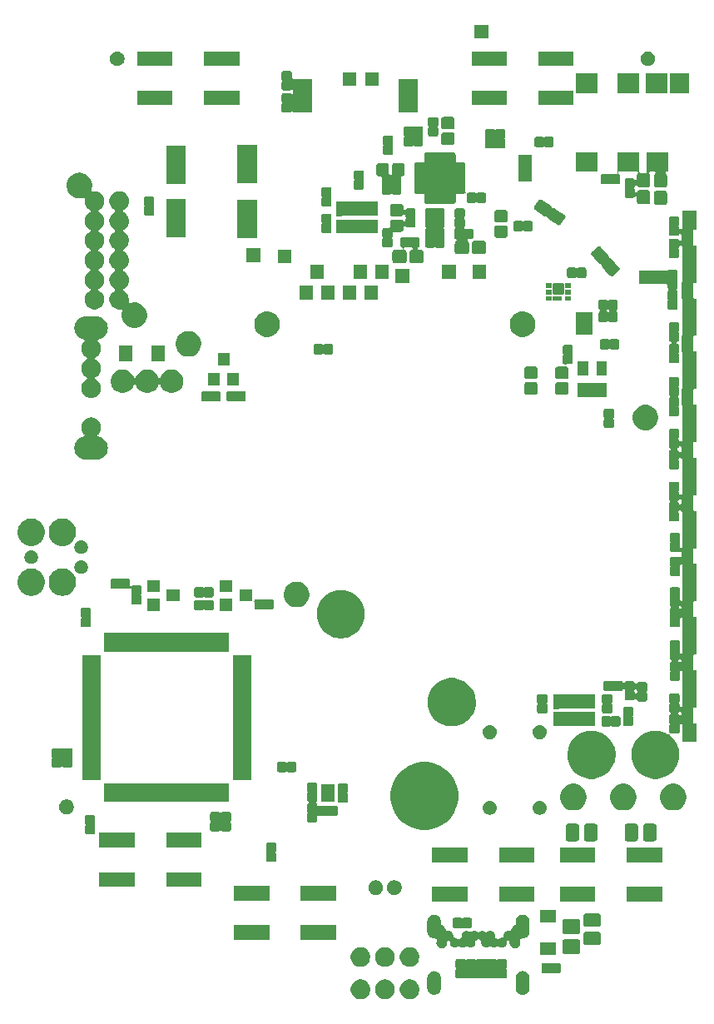
<source format=gbr>
G04 #@! TF.GenerationSoftware,KiCad,Pcbnew,5.1.6+dfsg1-1~bpo10+1*
G04 #@! TF.CreationDate,2020-12-21T12:29:25-05:00*
G04 #@! TF.ProjectId,4GRCP_Mainboard,34475243-505f-44d6-9169-6e626f617264,rev?*
G04 #@! TF.SameCoordinates,Original*
G04 #@! TF.FileFunction,Soldermask,Bot*
G04 #@! TF.FilePolarity,Negative*
%FSLAX46Y46*%
G04 Gerber Fmt 4.6, Leading zero omitted, Abs format (unit mm)*
G04 Created by KiCad (PCBNEW 5.1.6+dfsg1-1~bpo10+1) date 2020-12-21 12:29:25*
%MOMM*%
%LPD*%
G01*
G04 APERTURE LIST*
%ADD10C,0.010000*%
%ADD11C,0.100000*%
G04 APERTURE END LIST*
D10*
G36*
X167830000Y-83150000D02*
G01*
X167180000Y-83150000D01*
X167174766Y-83150137D01*
X167169547Y-83150548D01*
X167164357Y-83151231D01*
X167159209Y-83152185D01*
X167154118Y-83153407D01*
X167149098Y-83154894D01*
X167144163Y-83156642D01*
X167139326Y-83158645D01*
X167134601Y-83160899D01*
X167130000Y-83163397D01*
X167125536Y-83166133D01*
X167121221Y-83169098D01*
X167117068Y-83172285D01*
X167113087Y-83175686D01*
X167109289Y-83179289D01*
X167105686Y-83183087D01*
X167102285Y-83187068D01*
X167099098Y-83191221D01*
X167096133Y-83195536D01*
X167093397Y-83200000D01*
X167090899Y-83204601D01*
X167088645Y-83209326D01*
X167086642Y-83214163D01*
X167084894Y-83219098D01*
X167083407Y-83224118D01*
X167082185Y-83229209D01*
X167081231Y-83234357D01*
X167080548Y-83239547D01*
X167080137Y-83244766D01*
X167080000Y-83250000D01*
X167080000Y-83450000D01*
X167080137Y-83455234D01*
X167080548Y-83460453D01*
X167081231Y-83465643D01*
X167082185Y-83470791D01*
X167083407Y-83475882D01*
X167084894Y-83480902D01*
X167086642Y-83485837D01*
X167088645Y-83490674D01*
X167090899Y-83495399D01*
X167093397Y-83500000D01*
X167096133Y-83504464D01*
X167099098Y-83508779D01*
X167102285Y-83512932D01*
X167105686Y-83516913D01*
X167109289Y-83520711D01*
X167113087Y-83524314D01*
X167117068Y-83527715D01*
X167121221Y-83530902D01*
X167125536Y-83533867D01*
X167130000Y-83536603D01*
X167134601Y-83539101D01*
X167139326Y-83541355D01*
X167144163Y-83543358D01*
X167149098Y-83545106D01*
X167154118Y-83546593D01*
X167159209Y-83547815D01*
X167164357Y-83548769D01*
X167169547Y-83549452D01*
X167174766Y-83549863D01*
X167180000Y-83550000D01*
X167830000Y-83550000D01*
X167835234Y-83549863D01*
X167840453Y-83549452D01*
X167845643Y-83548769D01*
X167850791Y-83547815D01*
X167855882Y-83546593D01*
X167860902Y-83545106D01*
X167865837Y-83543358D01*
X167870674Y-83541355D01*
X167875399Y-83539101D01*
X167880000Y-83536603D01*
X167884464Y-83533867D01*
X167888779Y-83530902D01*
X167892932Y-83527715D01*
X167896913Y-83524314D01*
X167900711Y-83520711D01*
X167904314Y-83516913D01*
X167907715Y-83512932D01*
X167910902Y-83508779D01*
X167913867Y-83504464D01*
X167916603Y-83500000D01*
X167919101Y-83495399D01*
X167921355Y-83490674D01*
X167923358Y-83485837D01*
X167925106Y-83480902D01*
X167926593Y-83475882D01*
X167927815Y-83470791D01*
X167928769Y-83465643D01*
X167929452Y-83460453D01*
X167929863Y-83455234D01*
X167930000Y-83450000D01*
X167930000Y-83250000D01*
X167929863Y-83244766D01*
X167929452Y-83239547D01*
X167928769Y-83234357D01*
X167927815Y-83229209D01*
X167926593Y-83224118D01*
X167925106Y-83219098D01*
X167923358Y-83214163D01*
X167921355Y-83209326D01*
X167919101Y-83204601D01*
X167916603Y-83200000D01*
X167913867Y-83195536D01*
X167910902Y-83191221D01*
X167907715Y-83187068D01*
X167904314Y-83183087D01*
X167900711Y-83179289D01*
X167896913Y-83175686D01*
X167892932Y-83172285D01*
X167888779Y-83169098D01*
X167884464Y-83166133D01*
X167880000Y-83163397D01*
X167875399Y-83160899D01*
X167870674Y-83158645D01*
X167865837Y-83156642D01*
X167860902Y-83154894D01*
X167855882Y-83153407D01*
X167850791Y-83152185D01*
X167845643Y-83151231D01*
X167840453Y-83150548D01*
X167835234Y-83150137D01*
X167830000Y-83150000D01*
G37*
X167830000Y-83150000D02*
X167180000Y-83150000D01*
X167174766Y-83150137D01*
X167169547Y-83150548D01*
X167164357Y-83151231D01*
X167159209Y-83152185D01*
X167154118Y-83153407D01*
X167149098Y-83154894D01*
X167144163Y-83156642D01*
X167139326Y-83158645D01*
X167134601Y-83160899D01*
X167130000Y-83163397D01*
X167125536Y-83166133D01*
X167121221Y-83169098D01*
X167117068Y-83172285D01*
X167113087Y-83175686D01*
X167109289Y-83179289D01*
X167105686Y-83183087D01*
X167102285Y-83187068D01*
X167099098Y-83191221D01*
X167096133Y-83195536D01*
X167093397Y-83200000D01*
X167090899Y-83204601D01*
X167088645Y-83209326D01*
X167086642Y-83214163D01*
X167084894Y-83219098D01*
X167083407Y-83224118D01*
X167082185Y-83229209D01*
X167081231Y-83234357D01*
X167080548Y-83239547D01*
X167080137Y-83244766D01*
X167080000Y-83250000D01*
X167080000Y-83450000D01*
X167080137Y-83455234D01*
X167080548Y-83460453D01*
X167081231Y-83465643D01*
X167082185Y-83470791D01*
X167083407Y-83475882D01*
X167084894Y-83480902D01*
X167086642Y-83485837D01*
X167088645Y-83490674D01*
X167090899Y-83495399D01*
X167093397Y-83500000D01*
X167096133Y-83504464D01*
X167099098Y-83508779D01*
X167102285Y-83512932D01*
X167105686Y-83516913D01*
X167109289Y-83520711D01*
X167113087Y-83524314D01*
X167117068Y-83527715D01*
X167121221Y-83530902D01*
X167125536Y-83533867D01*
X167130000Y-83536603D01*
X167134601Y-83539101D01*
X167139326Y-83541355D01*
X167144163Y-83543358D01*
X167149098Y-83545106D01*
X167154118Y-83546593D01*
X167159209Y-83547815D01*
X167164357Y-83548769D01*
X167169547Y-83549452D01*
X167174766Y-83549863D01*
X167180000Y-83550000D01*
X167830000Y-83550000D01*
X167835234Y-83549863D01*
X167840453Y-83549452D01*
X167845643Y-83548769D01*
X167850791Y-83547815D01*
X167855882Y-83546593D01*
X167860902Y-83545106D01*
X167865837Y-83543358D01*
X167870674Y-83541355D01*
X167875399Y-83539101D01*
X167880000Y-83536603D01*
X167884464Y-83533867D01*
X167888779Y-83530902D01*
X167892932Y-83527715D01*
X167896913Y-83524314D01*
X167900711Y-83520711D01*
X167904314Y-83516913D01*
X167907715Y-83512932D01*
X167910902Y-83508779D01*
X167913867Y-83504464D01*
X167916603Y-83500000D01*
X167919101Y-83495399D01*
X167921355Y-83490674D01*
X167923358Y-83485837D01*
X167925106Y-83480902D01*
X167926593Y-83475882D01*
X167927815Y-83470791D01*
X167928769Y-83465643D01*
X167929452Y-83460453D01*
X167929863Y-83455234D01*
X167930000Y-83450000D01*
X167930000Y-83250000D01*
X167929863Y-83244766D01*
X167929452Y-83239547D01*
X167928769Y-83234357D01*
X167927815Y-83229209D01*
X167926593Y-83224118D01*
X167925106Y-83219098D01*
X167923358Y-83214163D01*
X167921355Y-83209326D01*
X167919101Y-83204601D01*
X167916603Y-83200000D01*
X167913867Y-83195536D01*
X167910902Y-83191221D01*
X167907715Y-83187068D01*
X167904314Y-83183087D01*
X167900711Y-83179289D01*
X167896913Y-83175686D01*
X167892932Y-83172285D01*
X167888779Y-83169098D01*
X167884464Y-83166133D01*
X167880000Y-83163397D01*
X167875399Y-83160899D01*
X167870674Y-83158645D01*
X167865837Y-83156642D01*
X167860902Y-83154894D01*
X167855882Y-83153407D01*
X167850791Y-83152185D01*
X167845643Y-83151231D01*
X167840453Y-83150548D01*
X167835234Y-83150137D01*
X167830000Y-83150000D01*
G36*
X167150000Y-82900000D02*
G01*
X168050000Y-82900000D01*
X168055234Y-82899863D01*
X168060453Y-82899452D01*
X168065643Y-82898769D01*
X168070791Y-82897815D01*
X168075882Y-82896593D01*
X168080902Y-82895106D01*
X168085837Y-82893358D01*
X168090674Y-82891355D01*
X168095399Y-82889101D01*
X168100000Y-82886603D01*
X168104464Y-82883867D01*
X168108779Y-82880902D01*
X168112932Y-82877715D01*
X168116913Y-82874314D01*
X168120711Y-82870711D01*
X168124314Y-82866913D01*
X168127715Y-82862932D01*
X168130902Y-82858779D01*
X168133867Y-82854464D01*
X168136603Y-82850000D01*
X168139101Y-82845399D01*
X168141355Y-82840674D01*
X168143358Y-82835837D01*
X168145106Y-82830902D01*
X168146593Y-82825882D01*
X168147815Y-82820791D01*
X168148769Y-82815643D01*
X168149452Y-82810453D01*
X168149863Y-82805234D01*
X168150000Y-82800000D01*
X168150000Y-81950000D01*
X168149863Y-81944766D01*
X168149452Y-81939547D01*
X168148769Y-81934357D01*
X168147815Y-81929209D01*
X168146593Y-81924118D01*
X168145106Y-81919098D01*
X168143358Y-81914163D01*
X168141355Y-81909326D01*
X168139101Y-81904601D01*
X168136603Y-81900000D01*
X168133867Y-81895536D01*
X168130902Y-81891221D01*
X168127715Y-81887068D01*
X168124314Y-81883087D01*
X168120711Y-81879289D01*
X168116913Y-81875686D01*
X168112932Y-81872285D01*
X168108779Y-81869098D01*
X168104464Y-81866133D01*
X168100000Y-81863397D01*
X168095399Y-81860899D01*
X168090674Y-81858645D01*
X168085837Y-81856642D01*
X168080902Y-81854894D01*
X168075882Y-81853407D01*
X168070791Y-81852185D01*
X168065643Y-81851231D01*
X168060453Y-81850548D01*
X168055234Y-81850137D01*
X168050000Y-81850000D01*
X167150000Y-81850000D01*
X167144766Y-81850137D01*
X167139547Y-81850548D01*
X167134357Y-81851231D01*
X167129209Y-81852185D01*
X167124118Y-81853407D01*
X167119098Y-81854894D01*
X167114163Y-81856642D01*
X167109326Y-81858645D01*
X167104601Y-81860899D01*
X167100000Y-81863397D01*
X167095536Y-81866133D01*
X167091221Y-81869098D01*
X167087068Y-81872285D01*
X167083087Y-81875686D01*
X167079289Y-81879289D01*
X167075686Y-81883087D01*
X167072285Y-81887068D01*
X167069098Y-81891221D01*
X167066133Y-81895536D01*
X167063397Y-81900000D01*
X167060899Y-81904601D01*
X167058645Y-81909326D01*
X167056642Y-81914163D01*
X167054894Y-81919098D01*
X167053407Y-81924118D01*
X167052185Y-81929209D01*
X167051231Y-81934357D01*
X167050548Y-81939547D01*
X167050137Y-81944766D01*
X167050000Y-81950000D01*
X167050000Y-82800000D01*
X167050137Y-82805234D01*
X167050548Y-82810453D01*
X167051231Y-82815643D01*
X167052185Y-82820791D01*
X167053407Y-82825882D01*
X167054894Y-82830902D01*
X167056642Y-82835837D01*
X167058645Y-82840674D01*
X167060899Y-82845399D01*
X167063397Y-82850000D01*
X167066133Y-82854464D01*
X167069098Y-82858779D01*
X167072285Y-82862932D01*
X167075686Y-82866913D01*
X167079289Y-82870711D01*
X167083087Y-82874314D01*
X167087068Y-82877715D01*
X167091221Y-82880902D01*
X167095536Y-82883867D01*
X167100000Y-82886603D01*
X167104601Y-82889101D01*
X167109326Y-82891355D01*
X167114163Y-82893358D01*
X167119098Y-82895106D01*
X167124118Y-82896593D01*
X167129209Y-82897815D01*
X167134357Y-82898769D01*
X167139547Y-82899452D01*
X167144766Y-82899863D01*
X167150000Y-82900000D01*
G37*
X167150000Y-82900000D02*
X168050000Y-82900000D01*
X168055234Y-82899863D01*
X168060453Y-82899452D01*
X168065643Y-82898769D01*
X168070791Y-82897815D01*
X168075882Y-82896593D01*
X168080902Y-82895106D01*
X168085837Y-82893358D01*
X168090674Y-82891355D01*
X168095399Y-82889101D01*
X168100000Y-82886603D01*
X168104464Y-82883867D01*
X168108779Y-82880902D01*
X168112932Y-82877715D01*
X168116913Y-82874314D01*
X168120711Y-82870711D01*
X168124314Y-82866913D01*
X168127715Y-82862932D01*
X168130902Y-82858779D01*
X168133867Y-82854464D01*
X168136603Y-82850000D01*
X168139101Y-82845399D01*
X168141355Y-82840674D01*
X168143358Y-82835837D01*
X168145106Y-82830902D01*
X168146593Y-82825882D01*
X168147815Y-82820791D01*
X168148769Y-82815643D01*
X168149452Y-82810453D01*
X168149863Y-82805234D01*
X168150000Y-82800000D01*
X168150000Y-81950000D01*
X168149863Y-81944766D01*
X168149452Y-81939547D01*
X168148769Y-81934357D01*
X168147815Y-81929209D01*
X168146593Y-81924118D01*
X168145106Y-81919098D01*
X168143358Y-81914163D01*
X168141355Y-81909326D01*
X168139101Y-81904601D01*
X168136603Y-81900000D01*
X168133867Y-81895536D01*
X168130902Y-81891221D01*
X168127715Y-81887068D01*
X168124314Y-81883087D01*
X168120711Y-81879289D01*
X168116913Y-81875686D01*
X168112932Y-81872285D01*
X168108779Y-81869098D01*
X168104464Y-81866133D01*
X168100000Y-81863397D01*
X168095399Y-81860899D01*
X168090674Y-81858645D01*
X168085837Y-81856642D01*
X168080902Y-81854894D01*
X168075882Y-81853407D01*
X168070791Y-81852185D01*
X168065643Y-81851231D01*
X168060453Y-81850548D01*
X168055234Y-81850137D01*
X168050000Y-81850000D01*
X167150000Y-81850000D01*
X167144766Y-81850137D01*
X167139547Y-81850548D01*
X167134357Y-81851231D01*
X167129209Y-81852185D01*
X167124118Y-81853407D01*
X167119098Y-81854894D01*
X167114163Y-81856642D01*
X167109326Y-81858645D01*
X167104601Y-81860899D01*
X167100000Y-81863397D01*
X167095536Y-81866133D01*
X167091221Y-81869098D01*
X167087068Y-81872285D01*
X167083087Y-81875686D01*
X167079289Y-81879289D01*
X167075686Y-81883087D01*
X167072285Y-81887068D01*
X167069098Y-81891221D01*
X167066133Y-81895536D01*
X167063397Y-81900000D01*
X167060899Y-81904601D01*
X167058645Y-81909326D01*
X167056642Y-81914163D01*
X167054894Y-81919098D01*
X167053407Y-81924118D01*
X167052185Y-81929209D01*
X167051231Y-81934357D01*
X167050548Y-81939547D01*
X167050137Y-81944766D01*
X167050000Y-81950000D01*
X167050000Y-82800000D01*
X167050137Y-82805234D01*
X167050548Y-82810453D01*
X167051231Y-82815643D01*
X167052185Y-82820791D01*
X167053407Y-82825882D01*
X167054894Y-82830902D01*
X167056642Y-82835837D01*
X167058645Y-82840674D01*
X167060899Y-82845399D01*
X167063397Y-82850000D01*
X167066133Y-82854464D01*
X167069098Y-82858779D01*
X167072285Y-82862932D01*
X167075686Y-82866913D01*
X167079289Y-82870711D01*
X167083087Y-82874314D01*
X167087068Y-82877715D01*
X167091221Y-82880902D01*
X167095536Y-82883867D01*
X167100000Y-82886603D01*
X167104601Y-82889101D01*
X167109326Y-82891355D01*
X167114163Y-82893358D01*
X167119098Y-82895106D01*
X167124118Y-82896593D01*
X167129209Y-82897815D01*
X167134357Y-82898769D01*
X167139547Y-82899452D01*
X167144766Y-82899863D01*
X167150000Y-82900000D01*
G36*
X166350000Y-83250000D02*
G01*
X166350000Y-83450000D01*
X166350137Y-83455234D01*
X166350548Y-83460453D01*
X166351231Y-83465643D01*
X166352185Y-83470791D01*
X166353407Y-83475882D01*
X166354894Y-83480902D01*
X166356642Y-83485837D01*
X166358645Y-83490674D01*
X166360899Y-83495399D01*
X166363397Y-83500000D01*
X166366133Y-83504464D01*
X166369098Y-83508779D01*
X166372285Y-83512932D01*
X166375686Y-83516913D01*
X166379289Y-83520711D01*
X166383087Y-83524314D01*
X166387068Y-83527715D01*
X166391221Y-83530902D01*
X166395536Y-83533867D01*
X166400000Y-83536603D01*
X166404601Y-83539101D01*
X166409326Y-83541355D01*
X166414163Y-83543358D01*
X166419098Y-83545106D01*
X166424118Y-83546593D01*
X166429209Y-83547815D01*
X166434357Y-83548769D01*
X166439547Y-83549452D01*
X166444766Y-83549863D01*
X166450000Y-83550000D01*
X166800000Y-83550000D01*
X166805234Y-83549863D01*
X166810453Y-83549452D01*
X166815643Y-83548769D01*
X166820791Y-83547815D01*
X166825882Y-83546593D01*
X166830902Y-83545106D01*
X166835837Y-83543358D01*
X166840674Y-83541355D01*
X166845399Y-83539101D01*
X166850000Y-83536603D01*
X166854464Y-83533867D01*
X166858779Y-83530902D01*
X166862932Y-83527715D01*
X166866913Y-83524314D01*
X166870711Y-83520711D01*
X166874314Y-83516913D01*
X166877715Y-83512932D01*
X166880902Y-83508779D01*
X166883867Y-83504464D01*
X166886603Y-83500000D01*
X166889101Y-83495399D01*
X166891355Y-83490674D01*
X166893358Y-83485837D01*
X166895106Y-83480902D01*
X166896593Y-83475882D01*
X166897815Y-83470791D01*
X166898769Y-83465643D01*
X166899452Y-83460453D01*
X166899863Y-83455234D01*
X166900000Y-83450000D01*
X166900000Y-83250000D01*
X166899863Y-83244766D01*
X166899452Y-83239547D01*
X166898769Y-83234357D01*
X166897815Y-83229209D01*
X166896593Y-83224118D01*
X166895106Y-83219098D01*
X166893358Y-83214163D01*
X166891355Y-83209326D01*
X166889101Y-83204601D01*
X166886603Y-83200000D01*
X166883867Y-83195536D01*
X166880902Y-83191221D01*
X166877715Y-83187068D01*
X166874314Y-83183087D01*
X166870711Y-83179289D01*
X166866913Y-83175686D01*
X166862932Y-83172285D01*
X166858779Y-83169098D01*
X166854464Y-83166133D01*
X166850000Y-83163397D01*
X166845399Y-83160899D01*
X166840674Y-83158645D01*
X166835837Y-83156642D01*
X166830902Y-83154894D01*
X166825882Y-83153407D01*
X166820791Y-83152185D01*
X166815643Y-83151231D01*
X166810453Y-83150548D01*
X166805234Y-83150137D01*
X166800000Y-83150000D01*
X166450000Y-83150000D01*
X166444766Y-83150137D01*
X166439547Y-83150548D01*
X166434357Y-83151231D01*
X166429209Y-83152185D01*
X166424118Y-83153407D01*
X166419098Y-83154894D01*
X166414163Y-83156642D01*
X166409326Y-83158645D01*
X166404601Y-83160899D01*
X166400000Y-83163397D01*
X166395536Y-83166133D01*
X166391221Y-83169098D01*
X166387068Y-83172285D01*
X166383087Y-83175686D01*
X166379289Y-83179289D01*
X166375686Y-83183087D01*
X166372285Y-83187068D01*
X166369098Y-83191221D01*
X166366133Y-83195536D01*
X166363397Y-83200000D01*
X166360899Y-83204601D01*
X166358645Y-83209326D01*
X166356642Y-83214163D01*
X166354894Y-83219098D01*
X166353407Y-83224118D01*
X166352185Y-83229209D01*
X166351231Y-83234357D01*
X166350548Y-83239547D01*
X166350137Y-83244766D01*
X166350000Y-83250000D01*
G37*
X166350000Y-83250000D02*
X166350000Y-83450000D01*
X166350137Y-83455234D01*
X166350548Y-83460453D01*
X166351231Y-83465643D01*
X166352185Y-83470791D01*
X166353407Y-83475882D01*
X166354894Y-83480902D01*
X166356642Y-83485837D01*
X166358645Y-83490674D01*
X166360899Y-83495399D01*
X166363397Y-83500000D01*
X166366133Y-83504464D01*
X166369098Y-83508779D01*
X166372285Y-83512932D01*
X166375686Y-83516913D01*
X166379289Y-83520711D01*
X166383087Y-83524314D01*
X166387068Y-83527715D01*
X166391221Y-83530902D01*
X166395536Y-83533867D01*
X166400000Y-83536603D01*
X166404601Y-83539101D01*
X166409326Y-83541355D01*
X166414163Y-83543358D01*
X166419098Y-83545106D01*
X166424118Y-83546593D01*
X166429209Y-83547815D01*
X166434357Y-83548769D01*
X166439547Y-83549452D01*
X166444766Y-83549863D01*
X166450000Y-83550000D01*
X166800000Y-83550000D01*
X166805234Y-83549863D01*
X166810453Y-83549452D01*
X166815643Y-83548769D01*
X166820791Y-83547815D01*
X166825882Y-83546593D01*
X166830902Y-83545106D01*
X166835837Y-83543358D01*
X166840674Y-83541355D01*
X166845399Y-83539101D01*
X166850000Y-83536603D01*
X166854464Y-83533867D01*
X166858779Y-83530902D01*
X166862932Y-83527715D01*
X166866913Y-83524314D01*
X166870711Y-83520711D01*
X166874314Y-83516913D01*
X166877715Y-83512932D01*
X166880902Y-83508779D01*
X166883867Y-83504464D01*
X166886603Y-83500000D01*
X166889101Y-83495399D01*
X166891355Y-83490674D01*
X166893358Y-83485837D01*
X166895106Y-83480902D01*
X166896593Y-83475882D01*
X166897815Y-83470791D01*
X166898769Y-83465643D01*
X166899452Y-83460453D01*
X166899863Y-83455234D01*
X166900000Y-83450000D01*
X166900000Y-83250000D01*
X166899863Y-83244766D01*
X166899452Y-83239547D01*
X166898769Y-83234357D01*
X166897815Y-83229209D01*
X166896593Y-83224118D01*
X166895106Y-83219098D01*
X166893358Y-83214163D01*
X166891355Y-83209326D01*
X166889101Y-83204601D01*
X166886603Y-83200000D01*
X166883867Y-83195536D01*
X166880902Y-83191221D01*
X166877715Y-83187068D01*
X166874314Y-83183087D01*
X166870711Y-83179289D01*
X166866913Y-83175686D01*
X166862932Y-83172285D01*
X166858779Y-83169098D01*
X166854464Y-83166133D01*
X166850000Y-83163397D01*
X166845399Y-83160899D01*
X166840674Y-83158645D01*
X166835837Y-83156642D01*
X166830902Y-83154894D01*
X166825882Y-83153407D01*
X166820791Y-83152185D01*
X166815643Y-83151231D01*
X166810453Y-83150548D01*
X166805234Y-83150137D01*
X166800000Y-83150000D01*
X166450000Y-83150000D01*
X166444766Y-83150137D01*
X166439547Y-83150548D01*
X166434357Y-83151231D01*
X166429209Y-83152185D01*
X166424118Y-83153407D01*
X166419098Y-83154894D01*
X166414163Y-83156642D01*
X166409326Y-83158645D01*
X166404601Y-83160899D01*
X166400000Y-83163397D01*
X166395536Y-83166133D01*
X166391221Y-83169098D01*
X166387068Y-83172285D01*
X166383087Y-83175686D01*
X166379289Y-83179289D01*
X166375686Y-83183087D01*
X166372285Y-83187068D01*
X166369098Y-83191221D01*
X166366133Y-83195536D01*
X166363397Y-83200000D01*
X166360899Y-83204601D01*
X166358645Y-83209326D01*
X166356642Y-83214163D01*
X166354894Y-83219098D01*
X166353407Y-83224118D01*
X166352185Y-83229209D01*
X166351231Y-83234357D01*
X166350548Y-83239547D01*
X166350137Y-83244766D01*
X166350000Y-83250000D01*
G36*
X166350000Y-81950000D02*
G01*
X166350000Y-82150000D01*
X166350137Y-82155234D01*
X166350548Y-82160453D01*
X166351231Y-82165643D01*
X166352185Y-82170791D01*
X166353407Y-82175882D01*
X166354894Y-82180902D01*
X166356642Y-82185837D01*
X166358645Y-82190674D01*
X166360899Y-82195399D01*
X166363397Y-82200000D01*
X166366133Y-82204464D01*
X166369098Y-82208779D01*
X166372285Y-82212932D01*
X166375686Y-82216913D01*
X166379289Y-82220711D01*
X166383087Y-82224314D01*
X166387068Y-82227715D01*
X166391221Y-82230902D01*
X166395536Y-82233867D01*
X166400000Y-82236603D01*
X166404601Y-82239101D01*
X166409326Y-82241355D01*
X166414163Y-82243358D01*
X166419098Y-82245106D01*
X166424118Y-82246593D01*
X166429209Y-82247815D01*
X166434357Y-82248769D01*
X166439547Y-82249452D01*
X166444766Y-82249863D01*
X166450000Y-82250000D01*
X166800000Y-82250000D01*
X166805234Y-82249863D01*
X166810453Y-82249452D01*
X166815643Y-82248769D01*
X166820791Y-82247815D01*
X166825882Y-82246593D01*
X166830902Y-82245106D01*
X166835837Y-82243358D01*
X166840674Y-82241355D01*
X166845399Y-82239101D01*
X166850000Y-82236603D01*
X166854464Y-82233867D01*
X166858779Y-82230902D01*
X166862932Y-82227715D01*
X166866913Y-82224314D01*
X166870711Y-82220711D01*
X166874314Y-82216913D01*
X166877715Y-82212932D01*
X166880902Y-82208779D01*
X166883867Y-82204464D01*
X166886603Y-82200000D01*
X166889101Y-82195399D01*
X166891355Y-82190674D01*
X166893358Y-82185837D01*
X166895106Y-82180902D01*
X166896593Y-82175882D01*
X166897815Y-82170791D01*
X166898769Y-82165643D01*
X166899452Y-82160453D01*
X166899863Y-82155234D01*
X166900000Y-82150000D01*
X166900000Y-81950000D01*
X166899863Y-81944766D01*
X166899452Y-81939547D01*
X166898769Y-81934357D01*
X166897815Y-81929209D01*
X166896593Y-81924118D01*
X166895106Y-81919098D01*
X166893358Y-81914163D01*
X166891355Y-81909326D01*
X166889101Y-81904601D01*
X166886603Y-81900000D01*
X166883867Y-81895536D01*
X166880902Y-81891221D01*
X166877715Y-81887068D01*
X166874314Y-81883087D01*
X166870711Y-81879289D01*
X166866913Y-81875686D01*
X166862932Y-81872285D01*
X166858779Y-81869098D01*
X166854464Y-81866133D01*
X166850000Y-81863397D01*
X166845399Y-81860899D01*
X166840674Y-81858645D01*
X166835837Y-81856642D01*
X166830902Y-81854894D01*
X166825882Y-81853407D01*
X166820791Y-81852185D01*
X166815643Y-81851231D01*
X166810453Y-81850548D01*
X166805234Y-81850137D01*
X166800000Y-81850000D01*
X166450000Y-81850000D01*
X166444766Y-81850137D01*
X166439547Y-81850548D01*
X166434357Y-81851231D01*
X166429209Y-81852185D01*
X166424118Y-81853407D01*
X166419098Y-81854894D01*
X166414163Y-81856642D01*
X166409326Y-81858645D01*
X166404601Y-81860899D01*
X166400000Y-81863397D01*
X166395536Y-81866133D01*
X166391221Y-81869098D01*
X166387068Y-81872285D01*
X166383087Y-81875686D01*
X166379289Y-81879289D01*
X166375686Y-81883087D01*
X166372285Y-81887068D01*
X166369098Y-81891221D01*
X166366133Y-81895536D01*
X166363397Y-81900000D01*
X166360899Y-81904601D01*
X166358645Y-81909326D01*
X166356642Y-81914163D01*
X166354894Y-81919098D01*
X166353407Y-81924118D01*
X166352185Y-81929209D01*
X166351231Y-81934357D01*
X166350548Y-81939547D01*
X166350137Y-81944766D01*
X166350000Y-81950000D01*
G37*
X166350000Y-81950000D02*
X166350000Y-82150000D01*
X166350137Y-82155234D01*
X166350548Y-82160453D01*
X166351231Y-82165643D01*
X166352185Y-82170791D01*
X166353407Y-82175882D01*
X166354894Y-82180902D01*
X166356642Y-82185837D01*
X166358645Y-82190674D01*
X166360899Y-82195399D01*
X166363397Y-82200000D01*
X166366133Y-82204464D01*
X166369098Y-82208779D01*
X166372285Y-82212932D01*
X166375686Y-82216913D01*
X166379289Y-82220711D01*
X166383087Y-82224314D01*
X166387068Y-82227715D01*
X166391221Y-82230902D01*
X166395536Y-82233867D01*
X166400000Y-82236603D01*
X166404601Y-82239101D01*
X166409326Y-82241355D01*
X166414163Y-82243358D01*
X166419098Y-82245106D01*
X166424118Y-82246593D01*
X166429209Y-82247815D01*
X166434357Y-82248769D01*
X166439547Y-82249452D01*
X166444766Y-82249863D01*
X166450000Y-82250000D01*
X166800000Y-82250000D01*
X166805234Y-82249863D01*
X166810453Y-82249452D01*
X166815643Y-82248769D01*
X166820791Y-82247815D01*
X166825882Y-82246593D01*
X166830902Y-82245106D01*
X166835837Y-82243358D01*
X166840674Y-82241355D01*
X166845399Y-82239101D01*
X166850000Y-82236603D01*
X166854464Y-82233867D01*
X166858779Y-82230902D01*
X166862932Y-82227715D01*
X166866913Y-82224314D01*
X166870711Y-82220711D01*
X166874314Y-82216913D01*
X166877715Y-82212932D01*
X166880902Y-82208779D01*
X166883867Y-82204464D01*
X166886603Y-82200000D01*
X166889101Y-82195399D01*
X166891355Y-82190674D01*
X166893358Y-82185837D01*
X166895106Y-82180902D01*
X166896593Y-82175882D01*
X166897815Y-82170791D01*
X166898769Y-82165643D01*
X166899452Y-82160453D01*
X166899863Y-82155234D01*
X166900000Y-82150000D01*
X166900000Y-81950000D01*
X166899863Y-81944766D01*
X166899452Y-81939547D01*
X166898769Y-81934357D01*
X166897815Y-81929209D01*
X166896593Y-81924118D01*
X166895106Y-81919098D01*
X166893358Y-81914163D01*
X166891355Y-81909326D01*
X166889101Y-81904601D01*
X166886603Y-81900000D01*
X166883867Y-81895536D01*
X166880902Y-81891221D01*
X166877715Y-81887068D01*
X166874314Y-81883087D01*
X166870711Y-81879289D01*
X166866913Y-81875686D01*
X166862932Y-81872285D01*
X166858779Y-81869098D01*
X166854464Y-81866133D01*
X166850000Y-81863397D01*
X166845399Y-81860899D01*
X166840674Y-81858645D01*
X166835837Y-81856642D01*
X166830902Y-81854894D01*
X166825882Y-81853407D01*
X166820791Y-81852185D01*
X166815643Y-81851231D01*
X166810453Y-81850548D01*
X166805234Y-81850137D01*
X166800000Y-81850000D01*
X166450000Y-81850000D01*
X166444766Y-81850137D01*
X166439547Y-81850548D01*
X166434357Y-81851231D01*
X166429209Y-81852185D01*
X166424118Y-81853407D01*
X166419098Y-81854894D01*
X166414163Y-81856642D01*
X166409326Y-81858645D01*
X166404601Y-81860899D01*
X166400000Y-81863397D01*
X166395536Y-81866133D01*
X166391221Y-81869098D01*
X166387068Y-81872285D01*
X166383087Y-81875686D01*
X166379289Y-81879289D01*
X166375686Y-81883087D01*
X166372285Y-81887068D01*
X166369098Y-81891221D01*
X166366133Y-81895536D01*
X166363397Y-81900000D01*
X166360899Y-81904601D01*
X166358645Y-81909326D01*
X166356642Y-81914163D01*
X166354894Y-81919098D01*
X166353407Y-81924118D01*
X166352185Y-81929209D01*
X166351231Y-81934357D01*
X166350548Y-81939547D01*
X166350137Y-81944766D01*
X166350000Y-81950000D01*
G36*
X168300000Y-83250000D02*
G01*
X168300000Y-83450000D01*
X168300137Y-83455234D01*
X168300548Y-83460453D01*
X168301231Y-83465643D01*
X168302185Y-83470791D01*
X168303407Y-83475882D01*
X168304894Y-83480902D01*
X168306642Y-83485837D01*
X168308645Y-83490674D01*
X168310899Y-83495399D01*
X168313397Y-83500000D01*
X168316133Y-83504464D01*
X168319098Y-83508779D01*
X168322285Y-83512932D01*
X168325686Y-83516913D01*
X168329289Y-83520711D01*
X168333087Y-83524314D01*
X168337068Y-83527715D01*
X168341221Y-83530902D01*
X168345536Y-83533867D01*
X168350000Y-83536603D01*
X168354601Y-83539101D01*
X168359326Y-83541355D01*
X168364163Y-83543358D01*
X168369098Y-83545106D01*
X168374118Y-83546593D01*
X168379209Y-83547815D01*
X168384357Y-83548769D01*
X168389547Y-83549452D01*
X168394766Y-83549863D01*
X168400000Y-83550000D01*
X168750000Y-83550000D01*
X168755234Y-83549863D01*
X168760453Y-83549452D01*
X168765643Y-83548769D01*
X168770791Y-83547815D01*
X168775882Y-83546593D01*
X168780902Y-83545106D01*
X168785837Y-83543358D01*
X168790674Y-83541355D01*
X168795399Y-83539101D01*
X168800000Y-83536603D01*
X168804464Y-83533867D01*
X168808779Y-83530902D01*
X168812932Y-83527715D01*
X168816913Y-83524314D01*
X168820711Y-83520711D01*
X168824314Y-83516913D01*
X168827715Y-83512932D01*
X168830902Y-83508779D01*
X168833867Y-83504464D01*
X168836603Y-83500000D01*
X168839101Y-83495399D01*
X168841355Y-83490674D01*
X168843358Y-83485837D01*
X168845106Y-83480902D01*
X168846593Y-83475882D01*
X168847815Y-83470791D01*
X168848769Y-83465643D01*
X168849452Y-83460453D01*
X168849863Y-83455234D01*
X168850000Y-83450000D01*
X168850000Y-83250000D01*
X168849863Y-83244766D01*
X168849452Y-83239547D01*
X168848769Y-83234357D01*
X168847815Y-83229209D01*
X168846593Y-83224118D01*
X168845106Y-83219098D01*
X168843358Y-83214163D01*
X168841355Y-83209326D01*
X168839101Y-83204601D01*
X168836603Y-83200000D01*
X168833867Y-83195536D01*
X168830902Y-83191221D01*
X168827715Y-83187068D01*
X168824314Y-83183087D01*
X168820711Y-83179289D01*
X168816913Y-83175686D01*
X168812932Y-83172285D01*
X168808779Y-83169098D01*
X168804464Y-83166133D01*
X168800000Y-83163397D01*
X168795399Y-83160899D01*
X168790674Y-83158645D01*
X168785837Y-83156642D01*
X168780902Y-83154894D01*
X168775882Y-83153407D01*
X168770791Y-83152185D01*
X168765643Y-83151231D01*
X168760453Y-83150548D01*
X168755234Y-83150137D01*
X168750000Y-83150000D01*
X168400000Y-83150000D01*
X168394766Y-83150137D01*
X168389547Y-83150548D01*
X168384357Y-83151231D01*
X168379209Y-83152185D01*
X168374118Y-83153407D01*
X168369098Y-83154894D01*
X168364163Y-83156642D01*
X168359326Y-83158645D01*
X168354601Y-83160899D01*
X168350000Y-83163397D01*
X168345536Y-83166133D01*
X168341221Y-83169098D01*
X168337068Y-83172285D01*
X168333087Y-83175686D01*
X168329289Y-83179289D01*
X168325686Y-83183087D01*
X168322285Y-83187068D01*
X168319098Y-83191221D01*
X168316133Y-83195536D01*
X168313397Y-83200000D01*
X168310899Y-83204601D01*
X168308645Y-83209326D01*
X168306642Y-83214163D01*
X168304894Y-83219098D01*
X168303407Y-83224118D01*
X168302185Y-83229209D01*
X168301231Y-83234357D01*
X168300548Y-83239547D01*
X168300137Y-83244766D01*
X168300000Y-83250000D01*
G37*
X168300000Y-83250000D02*
X168300000Y-83450000D01*
X168300137Y-83455234D01*
X168300548Y-83460453D01*
X168301231Y-83465643D01*
X168302185Y-83470791D01*
X168303407Y-83475882D01*
X168304894Y-83480902D01*
X168306642Y-83485837D01*
X168308645Y-83490674D01*
X168310899Y-83495399D01*
X168313397Y-83500000D01*
X168316133Y-83504464D01*
X168319098Y-83508779D01*
X168322285Y-83512932D01*
X168325686Y-83516913D01*
X168329289Y-83520711D01*
X168333087Y-83524314D01*
X168337068Y-83527715D01*
X168341221Y-83530902D01*
X168345536Y-83533867D01*
X168350000Y-83536603D01*
X168354601Y-83539101D01*
X168359326Y-83541355D01*
X168364163Y-83543358D01*
X168369098Y-83545106D01*
X168374118Y-83546593D01*
X168379209Y-83547815D01*
X168384357Y-83548769D01*
X168389547Y-83549452D01*
X168394766Y-83549863D01*
X168400000Y-83550000D01*
X168750000Y-83550000D01*
X168755234Y-83549863D01*
X168760453Y-83549452D01*
X168765643Y-83548769D01*
X168770791Y-83547815D01*
X168775882Y-83546593D01*
X168780902Y-83545106D01*
X168785837Y-83543358D01*
X168790674Y-83541355D01*
X168795399Y-83539101D01*
X168800000Y-83536603D01*
X168804464Y-83533867D01*
X168808779Y-83530902D01*
X168812932Y-83527715D01*
X168816913Y-83524314D01*
X168820711Y-83520711D01*
X168824314Y-83516913D01*
X168827715Y-83512932D01*
X168830902Y-83508779D01*
X168833867Y-83504464D01*
X168836603Y-83500000D01*
X168839101Y-83495399D01*
X168841355Y-83490674D01*
X168843358Y-83485837D01*
X168845106Y-83480902D01*
X168846593Y-83475882D01*
X168847815Y-83470791D01*
X168848769Y-83465643D01*
X168849452Y-83460453D01*
X168849863Y-83455234D01*
X168850000Y-83450000D01*
X168850000Y-83250000D01*
X168849863Y-83244766D01*
X168849452Y-83239547D01*
X168848769Y-83234357D01*
X168847815Y-83229209D01*
X168846593Y-83224118D01*
X168845106Y-83219098D01*
X168843358Y-83214163D01*
X168841355Y-83209326D01*
X168839101Y-83204601D01*
X168836603Y-83200000D01*
X168833867Y-83195536D01*
X168830902Y-83191221D01*
X168827715Y-83187068D01*
X168824314Y-83183087D01*
X168820711Y-83179289D01*
X168816913Y-83175686D01*
X168812932Y-83172285D01*
X168808779Y-83169098D01*
X168804464Y-83166133D01*
X168800000Y-83163397D01*
X168795399Y-83160899D01*
X168790674Y-83158645D01*
X168785837Y-83156642D01*
X168780902Y-83154894D01*
X168775882Y-83153407D01*
X168770791Y-83152185D01*
X168765643Y-83151231D01*
X168760453Y-83150548D01*
X168755234Y-83150137D01*
X168750000Y-83150000D01*
X168400000Y-83150000D01*
X168394766Y-83150137D01*
X168389547Y-83150548D01*
X168384357Y-83151231D01*
X168379209Y-83152185D01*
X168374118Y-83153407D01*
X168369098Y-83154894D01*
X168364163Y-83156642D01*
X168359326Y-83158645D01*
X168354601Y-83160899D01*
X168350000Y-83163397D01*
X168345536Y-83166133D01*
X168341221Y-83169098D01*
X168337068Y-83172285D01*
X168333087Y-83175686D01*
X168329289Y-83179289D01*
X168325686Y-83183087D01*
X168322285Y-83187068D01*
X168319098Y-83191221D01*
X168316133Y-83195536D01*
X168313397Y-83200000D01*
X168310899Y-83204601D01*
X168308645Y-83209326D01*
X168306642Y-83214163D01*
X168304894Y-83219098D01*
X168303407Y-83224118D01*
X168302185Y-83229209D01*
X168301231Y-83234357D01*
X168300548Y-83239547D01*
X168300137Y-83244766D01*
X168300000Y-83250000D01*
G36*
X168300000Y-81950000D02*
G01*
X168300000Y-82150000D01*
X168300137Y-82155234D01*
X168300548Y-82160453D01*
X168301231Y-82165643D01*
X168302185Y-82170791D01*
X168303407Y-82175882D01*
X168304894Y-82180902D01*
X168306642Y-82185837D01*
X168308645Y-82190674D01*
X168310899Y-82195399D01*
X168313397Y-82200000D01*
X168316133Y-82204464D01*
X168319098Y-82208779D01*
X168322285Y-82212932D01*
X168325686Y-82216913D01*
X168329289Y-82220711D01*
X168333087Y-82224314D01*
X168337068Y-82227715D01*
X168341221Y-82230902D01*
X168345536Y-82233867D01*
X168350000Y-82236603D01*
X168354601Y-82239101D01*
X168359326Y-82241355D01*
X168364163Y-82243358D01*
X168369098Y-82245106D01*
X168374118Y-82246593D01*
X168379209Y-82247815D01*
X168384357Y-82248769D01*
X168389547Y-82249452D01*
X168394766Y-82249863D01*
X168400000Y-82250000D01*
X168750000Y-82250000D01*
X168755234Y-82249863D01*
X168760453Y-82249452D01*
X168765643Y-82248769D01*
X168770791Y-82247815D01*
X168775882Y-82246593D01*
X168780902Y-82245106D01*
X168785837Y-82243358D01*
X168790674Y-82241355D01*
X168795399Y-82239101D01*
X168800000Y-82236603D01*
X168804464Y-82233867D01*
X168808779Y-82230902D01*
X168812932Y-82227715D01*
X168816913Y-82224314D01*
X168820711Y-82220711D01*
X168824314Y-82216913D01*
X168827715Y-82212932D01*
X168830902Y-82208779D01*
X168833867Y-82204464D01*
X168836603Y-82200000D01*
X168839101Y-82195399D01*
X168841355Y-82190674D01*
X168843358Y-82185837D01*
X168845106Y-82180902D01*
X168846593Y-82175882D01*
X168847815Y-82170791D01*
X168848769Y-82165643D01*
X168849452Y-82160453D01*
X168849863Y-82155234D01*
X168850000Y-82150000D01*
X168850000Y-81950000D01*
X168849863Y-81944766D01*
X168849452Y-81939547D01*
X168848769Y-81934357D01*
X168847815Y-81929209D01*
X168846593Y-81924118D01*
X168845106Y-81919098D01*
X168843358Y-81914163D01*
X168841355Y-81909326D01*
X168839101Y-81904601D01*
X168836603Y-81900000D01*
X168833867Y-81895536D01*
X168830902Y-81891221D01*
X168827715Y-81887068D01*
X168824314Y-81883087D01*
X168820711Y-81879289D01*
X168816913Y-81875686D01*
X168812932Y-81872285D01*
X168808779Y-81869098D01*
X168804464Y-81866133D01*
X168800000Y-81863397D01*
X168795399Y-81860899D01*
X168790674Y-81858645D01*
X168785837Y-81856642D01*
X168780902Y-81854894D01*
X168775882Y-81853407D01*
X168770791Y-81852185D01*
X168765643Y-81851231D01*
X168760453Y-81850548D01*
X168755234Y-81850137D01*
X168750000Y-81850000D01*
X168400000Y-81850000D01*
X168394766Y-81850137D01*
X168389547Y-81850548D01*
X168384357Y-81851231D01*
X168379209Y-81852185D01*
X168374118Y-81853407D01*
X168369098Y-81854894D01*
X168364163Y-81856642D01*
X168359326Y-81858645D01*
X168354601Y-81860899D01*
X168350000Y-81863397D01*
X168345536Y-81866133D01*
X168341221Y-81869098D01*
X168337068Y-81872285D01*
X168333087Y-81875686D01*
X168329289Y-81879289D01*
X168325686Y-81883087D01*
X168322285Y-81887068D01*
X168319098Y-81891221D01*
X168316133Y-81895536D01*
X168313397Y-81900000D01*
X168310899Y-81904601D01*
X168308645Y-81909326D01*
X168306642Y-81914163D01*
X168304894Y-81919098D01*
X168303407Y-81924118D01*
X168302185Y-81929209D01*
X168301231Y-81934357D01*
X168300548Y-81939547D01*
X168300137Y-81944766D01*
X168300000Y-81950000D01*
G37*
X168300000Y-81950000D02*
X168300000Y-82150000D01*
X168300137Y-82155234D01*
X168300548Y-82160453D01*
X168301231Y-82165643D01*
X168302185Y-82170791D01*
X168303407Y-82175882D01*
X168304894Y-82180902D01*
X168306642Y-82185837D01*
X168308645Y-82190674D01*
X168310899Y-82195399D01*
X168313397Y-82200000D01*
X168316133Y-82204464D01*
X168319098Y-82208779D01*
X168322285Y-82212932D01*
X168325686Y-82216913D01*
X168329289Y-82220711D01*
X168333087Y-82224314D01*
X168337068Y-82227715D01*
X168341221Y-82230902D01*
X168345536Y-82233867D01*
X168350000Y-82236603D01*
X168354601Y-82239101D01*
X168359326Y-82241355D01*
X168364163Y-82243358D01*
X168369098Y-82245106D01*
X168374118Y-82246593D01*
X168379209Y-82247815D01*
X168384357Y-82248769D01*
X168389547Y-82249452D01*
X168394766Y-82249863D01*
X168400000Y-82250000D01*
X168750000Y-82250000D01*
X168755234Y-82249863D01*
X168760453Y-82249452D01*
X168765643Y-82248769D01*
X168770791Y-82247815D01*
X168775882Y-82246593D01*
X168780902Y-82245106D01*
X168785837Y-82243358D01*
X168790674Y-82241355D01*
X168795399Y-82239101D01*
X168800000Y-82236603D01*
X168804464Y-82233867D01*
X168808779Y-82230902D01*
X168812932Y-82227715D01*
X168816913Y-82224314D01*
X168820711Y-82220711D01*
X168824314Y-82216913D01*
X168827715Y-82212932D01*
X168830902Y-82208779D01*
X168833867Y-82204464D01*
X168836603Y-82200000D01*
X168839101Y-82195399D01*
X168841355Y-82190674D01*
X168843358Y-82185837D01*
X168845106Y-82180902D01*
X168846593Y-82175882D01*
X168847815Y-82170791D01*
X168848769Y-82165643D01*
X168849452Y-82160453D01*
X168849863Y-82155234D01*
X168850000Y-82150000D01*
X168850000Y-81950000D01*
X168849863Y-81944766D01*
X168849452Y-81939547D01*
X168848769Y-81934357D01*
X168847815Y-81929209D01*
X168846593Y-81924118D01*
X168845106Y-81919098D01*
X168843358Y-81914163D01*
X168841355Y-81909326D01*
X168839101Y-81904601D01*
X168836603Y-81900000D01*
X168833867Y-81895536D01*
X168830902Y-81891221D01*
X168827715Y-81887068D01*
X168824314Y-81883087D01*
X168820711Y-81879289D01*
X168816913Y-81875686D01*
X168812932Y-81872285D01*
X168808779Y-81869098D01*
X168804464Y-81866133D01*
X168800000Y-81863397D01*
X168795399Y-81860899D01*
X168790674Y-81858645D01*
X168785837Y-81856642D01*
X168780902Y-81854894D01*
X168775882Y-81853407D01*
X168770791Y-81852185D01*
X168765643Y-81851231D01*
X168760453Y-81850548D01*
X168755234Y-81850137D01*
X168750000Y-81850000D01*
X168400000Y-81850000D01*
X168394766Y-81850137D01*
X168389547Y-81850548D01*
X168384357Y-81851231D01*
X168379209Y-81852185D01*
X168374118Y-81853407D01*
X168369098Y-81854894D01*
X168364163Y-81856642D01*
X168359326Y-81858645D01*
X168354601Y-81860899D01*
X168350000Y-81863397D01*
X168345536Y-81866133D01*
X168341221Y-81869098D01*
X168337068Y-81872285D01*
X168333087Y-81875686D01*
X168329289Y-81879289D01*
X168325686Y-81883087D01*
X168322285Y-81887068D01*
X168319098Y-81891221D01*
X168316133Y-81895536D01*
X168313397Y-81900000D01*
X168310899Y-81904601D01*
X168308645Y-81909326D01*
X168306642Y-81914163D01*
X168304894Y-81919098D01*
X168303407Y-81924118D01*
X168302185Y-81929209D01*
X168301231Y-81934357D01*
X168300548Y-81939547D01*
X168300137Y-81944766D01*
X168300000Y-81950000D01*
G36*
X168300000Y-82600000D02*
G01*
X168300000Y-82800000D01*
X168300137Y-82805234D01*
X168300548Y-82810453D01*
X168301231Y-82815643D01*
X168302185Y-82820791D01*
X168303407Y-82825882D01*
X168304894Y-82830902D01*
X168306642Y-82835837D01*
X168308645Y-82840674D01*
X168310899Y-82845399D01*
X168313397Y-82850000D01*
X168316133Y-82854464D01*
X168319098Y-82858779D01*
X168322285Y-82862932D01*
X168325686Y-82866913D01*
X168329289Y-82870711D01*
X168333087Y-82874314D01*
X168337068Y-82877715D01*
X168341221Y-82880902D01*
X168345536Y-82883867D01*
X168350000Y-82886603D01*
X168354601Y-82889101D01*
X168359326Y-82891355D01*
X168364163Y-82893358D01*
X168369098Y-82895106D01*
X168374118Y-82896593D01*
X168379209Y-82897815D01*
X168384357Y-82898769D01*
X168389547Y-82899452D01*
X168394766Y-82899863D01*
X168400000Y-82900000D01*
X168750000Y-82900000D01*
X168755234Y-82899863D01*
X168760453Y-82899452D01*
X168765643Y-82898769D01*
X168770791Y-82897815D01*
X168775882Y-82896593D01*
X168780902Y-82895106D01*
X168785837Y-82893358D01*
X168790674Y-82891355D01*
X168795399Y-82889101D01*
X168800000Y-82886603D01*
X168804464Y-82883867D01*
X168808779Y-82880902D01*
X168812932Y-82877715D01*
X168816913Y-82874314D01*
X168820711Y-82870711D01*
X168824314Y-82866913D01*
X168827715Y-82862932D01*
X168830902Y-82858779D01*
X168833867Y-82854464D01*
X168836603Y-82850000D01*
X168839101Y-82845399D01*
X168841355Y-82840674D01*
X168843358Y-82835837D01*
X168845106Y-82830902D01*
X168846593Y-82825882D01*
X168847815Y-82820791D01*
X168848769Y-82815643D01*
X168849452Y-82810453D01*
X168849863Y-82805234D01*
X168850000Y-82800000D01*
X168850000Y-82600000D01*
X168849863Y-82594766D01*
X168849452Y-82589547D01*
X168848769Y-82584357D01*
X168847815Y-82579209D01*
X168846593Y-82574118D01*
X168845106Y-82569098D01*
X168843358Y-82564163D01*
X168841355Y-82559326D01*
X168839101Y-82554601D01*
X168836603Y-82550000D01*
X168833867Y-82545536D01*
X168830902Y-82541221D01*
X168827715Y-82537068D01*
X168824314Y-82533087D01*
X168820711Y-82529289D01*
X168816913Y-82525686D01*
X168812932Y-82522285D01*
X168808779Y-82519098D01*
X168804464Y-82516133D01*
X168800000Y-82513397D01*
X168795399Y-82510899D01*
X168790674Y-82508645D01*
X168785837Y-82506642D01*
X168780902Y-82504894D01*
X168775882Y-82503407D01*
X168770791Y-82502185D01*
X168765643Y-82501231D01*
X168760453Y-82500548D01*
X168755234Y-82500137D01*
X168750000Y-82500000D01*
X168400000Y-82500000D01*
X168394766Y-82500137D01*
X168389547Y-82500548D01*
X168384357Y-82501231D01*
X168379209Y-82502185D01*
X168374118Y-82503407D01*
X168369098Y-82504894D01*
X168364163Y-82506642D01*
X168359326Y-82508645D01*
X168354601Y-82510899D01*
X168350000Y-82513397D01*
X168345536Y-82516133D01*
X168341221Y-82519098D01*
X168337068Y-82522285D01*
X168333087Y-82525686D01*
X168329289Y-82529289D01*
X168325686Y-82533087D01*
X168322285Y-82537068D01*
X168319098Y-82541221D01*
X168316133Y-82545536D01*
X168313397Y-82550000D01*
X168310899Y-82554601D01*
X168308645Y-82559326D01*
X168306642Y-82564163D01*
X168304894Y-82569098D01*
X168303407Y-82574118D01*
X168302185Y-82579209D01*
X168301231Y-82584357D01*
X168300548Y-82589547D01*
X168300137Y-82594766D01*
X168300000Y-82600000D01*
G37*
X168300000Y-82600000D02*
X168300000Y-82800000D01*
X168300137Y-82805234D01*
X168300548Y-82810453D01*
X168301231Y-82815643D01*
X168302185Y-82820791D01*
X168303407Y-82825882D01*
X168304894Y-82830902D01*
X168306642Y-82835837D01*
X168308645Y-82840674D01*
X168310899Y-82845399D01*
X168313397Y-82850000D01*
X168316133Y-82854464D01*
X168319098Y-82858779D01*
X168322285Y-82862932D01*
X168325686Y-82866913D01*
X168329289Y-82870711D01*
X168333087Y-82874314D01*
X168337068Y-82877715D01*
X168341221Y-82880902D01*
X168345536Y-82883867D01*
X168350000Y-82886603D01*
X168354601Y-82889101D01*
X168359326Y-82891355D01*
X168364163Y-82893358D01*
X168369098Y-82895106D01*
X168374118Y-82896593D01*
X168379209Y-82897815D01*
X168384357Y-82898769D01*
X168389547Y-82899452D01*
X168394766Y-82899863D01*
X168400000Y-82900000D01*
X168750000Y-82900000D01*
X168755234Y-82899863D01*
X168760453Y-82899452D01*
X168765643Y-82898769D01*
X168770791Y-82897815D01*
X168775882Y-82896593D01*
X168780902Y-82895106D01*
X168785837Y-82893358D01*
X168790674Y-82891355D01*
X168795399Y-82889101D01*
X168800000Y-82886603D01*
X168804464Y-82883867D01*
X168808779Y-82880902D01*
X168812932Y-82877715D01*
X168816913Y-82874314D01*
X168820711Y-82870711D01*
X168824314Y-82866913D01*
X168827715Y-82862932D01*
X168830902Y-82858779D01*
X168833867Y-82854464D01*
X168836603Y-82850000D01*
X168839101Y-82845399D01*
X168841355Y-82840674D01*
X168843358Y-82835837D01*
X168845106Y-82830902D01*
X168846593Y-82825882D01*
X168847815Y-82820791D01*
X168848769Y-82815643D01*
X168849452Y-82810453D01*
X168849863Y-82805234D01*
X168850000Y-82800000D01*
X168850000Y-82600000D01*
X168849863Y-82594766D01*
X168849452Y-82589547D01*
X168848769Y-82584357D01*
X168847815Y-82579209D01*
X168846593Y-82574118D01*
X168845106Y-82569098D01*
X168843358Y-82564163D01*
X168841355Y-82559326D01*
X168839101Y-82554601D01*
X168836603Y-82550000D01*
X168833867Y-82545536D01*
X168830902Y-82541221D01*
X168827715Y-82537068D01*
X168824314Y-82533087D01*
X168820711Y-82529289D01*
X168816913Y-82525686D01*
X168812932Y-82522285D01*
X168808779Y-82519098D01*
X168804464Y-82516133D01*
X168800000Y-82513397D01*
X168795399Y-82510899D01*
X168790674Y-82508645D01*
X168785837Y-82506642D01*
X168780902Y-82504894D01*
X168775882Y-82503407D01*
X168770791Y-82502185D01*
X168765643Y-82501231D01*
X168760453Y-82500548D01*
X168755234Y-82500137D01*
X168750000Y-82500000D01*
X168400000Y-82500000D01*
X168394766Y-82500137D01*
X168389547Y-82500548D01*
X168384357Y-82501231D01*
X168379209Y-82502185D01*
X168374118Y-82503407D01*
X168369098Y-82504894D01*
X168364163Y-82506642D01*
X168359326Y-82508645D01*
X168354601Y-82510899D01*
X168350000Y-82513397D01*
X168345536Y-82516133D01*
X168341221Y-82519098D01*
X168337068Y-82522285D01*
X168333087Y-82525686D01*
X168329289Y-82529289D01*
X168325686Y-82533087D01*
X168322285Y-82537068D01*
X168319098Y-82541221D01*
X168316133Y-82545536D01*
X168313397Y-82550000D01*
X168310899Y-82554601D01*
X168308645Y-82559326D01*
X168306642Y-82564163D01*
X168304894Y-82569098D01*
X168303407Y-82574118D01*
X168302185Y-82579209D01*
X168301231Y-82584357D01*
X168300548Y-82589547D01*
X168300137Y-82594766D01*
X168300000Y-82600000D01*
G36*
X166350000Y-82600000D02*
G01*
X166350000Y-82800000D01*
X166350137Y-82805234D01*
X166350548Y-82810453D01*
X166351231Y-82815643D01*
X166352185Y-82820791D01*
X166353407Y-82825882D01*
X166354894Y-82830902D01*
X166356642Y-82835837D01*
X166358645Y-82840674D01*
X166360899Y-82845399D01*
X166363397Y-82850000D01*
X166366133Y-82854464D01*
X166369098Y-82858779D01*
X166372285Y-82862932D01*
X166375686Y-82866913D01*
X166379289Y-82870711D01*
X166383087Y-82874314D01*
X166387068Y-82877715D01*
X166391221Y-82880902D01*
X166395536Y-82883867D01*
X166400000Y-82886603D01*
X166404601Y-82889101D01*
X166409326Y-82891355D01*
X166414163Y-82893358D01*
X166419098Y-82895106D01*
X166424118Y-82896593D01*
X166429209Y-82897815D01*
X166434357Y-82898769D01*
X166439547Y-82899452D01*
X166444766Y-82899863D01*
X166450000Y-82900000D01*
X166800000Y-82900000D01*
X166805234Y-82899863D01*
X166810453Y-82899452D01*
X166815643Y-82898769D01*
X166820791Y-82897815D01*
X166825882Y-82896593D01*
X166830902Y-82895106D01*
X166835837Y-82893358D01*
X166840674Y-82891355D01*
X166845399Y-82889101D01*
X166850000Y-82886603D01*
X166854464Y-82883867D01*
X166858779Y-82880902D01*
X166862932Y-82877715D01*
X166866913Y-82874314D01*
X166870711Y-82870711D01*
X166874314Y-82866913D01*
X166877715Y-82862932D01*
X166880902Y-82858779D01*
X166883867Y-82854464D01*
X166886603Y-82850000D01*
X166889101Y-82845399D01*
X166891355Y-82840674D01*
X166893358Y-82835837D01*
X166895106Y-82830902D01*
X166896593Y-82825882D01*
X166897815Y-82820791D01*
X166898769Y-82815643D01*
X166899452Y-82810453D01*
X166899863Y-82805234D01*
X166900000Y-82800000D01*
X166900000Y-82600000D01*
X166899863Y-82594766D01*
X166899452Y-82589547D01*
X166898769Y-82584357D01*
X166897815Y-82579209D01*
X166896593Y-82574118D01*
X166895106Y-82569098D01*
X166893358Y-82564163D01*
X166891355Y-82559326D01*
X166889101Y-82554601D01*
X166886603Y-82550000D01*
X166883867Y-82545536D01*
X166880902Y-82541221D01*
X166877715Y-82537068D01*
X166874314Y-82533087D01*
X166870711Y-82529289D01*
X166866913Y-82525686D01*
X166862932Y-82522285D01*
X166858779Y-82519098D01*
X166854464Y-82516133D01*
X166850000Y-82513397D01*
X166845399Y-82510899D01*
X166840674Y-82508645D01*
X166835837Y-82506642D01*
X166830902Y-82504894D01*
X166825882Y-82503407D01*
X166820791Y-82502185D01*
X166815643Y-82501231D01*
X166810453Y-82500548D01*
X166805234Y-82500137D01*
X166800000Y-82500000D01*
X166450000Y-82500000D01*
X166444766Y-82500137D01*
X166439547Y-82500548D01*
X166434357Y-82501231D01*
X166429209Y-82502185D01*
X166424118Y-82503407D01*
X166419098Y-82504894D01*
X166414163Y-82506642D01*
X166409326Y-82508645D01*
X166404601Y-82510899D01*
X166400000Y-82513397D01*
X166395536Y-82516133D01*
X166391221Y-82519098D01*
X166387068Y-82522285D01*
X166383087Y-82525686D01*
X166379289Y-82529289D01*
X166375686Y-82533087D01*
X166372285Y-82537068D01*
X166369098Y-82541221D01*
X166366133Y-82545536D01*
X166363397Y-82550000D01*
X166360899Y-82554601D01*
X166358645Y-82559326D01*
X166356642Y-82564163D01*
X166354894Y-82569098D01*
X166353407Y-82574118D01*
X166352185Y-82579209D01*
X166351231Y-82584357D01*
X166350548Y-82589547D01*
X166350137Y-82594766D01*
X166350000Y-82600000D01*
G37*
X166350000Y-82600000D02*
X166350000Y-82800000D01*
X166350137Y-82805234D01*
X166350548Y-82810453D01*
X166351231Y-82815643D01*
X166352185Y-82820791D01*
X166353407Y-82825882D01*
X166354894Y-82830902D01*
X166356642Y-82835837D01*
X166358645Y-82840674D01*
X166360899Y-82845399D01*
X166363397Y-82850000D01*
X166366133Y-82854464D01*
X166369098Y-82858779D01*
X166372285Y-82862932D01*
X166375686Y-82866913D01*
X166379289Y-82870711D01*
X166383087Y-82874314D01*
X166387068Y-82877715D01*
X166391221Y-82880902D01*
X166395536Y-82883867D01*
X166400000Y-82886603D01*
X166404601Y-82889101D01*
X166409326Y-82891355D01*
X166414163Y-82893358D01*
X166419098Y-82895106D01*
X166424118Y-82896593D01*
X166429209Y-82897815D01*
X166434357Y-82898769D01*
X166439547Y-82899452D01*
X166444766Y-82899863D01*
X166450000Y-82900000D01*
X166800000Y-82900000D01*
X166805234Y-82899863D01*
X166810453Y-82899452D01*
X166815643Y-82898769D01*
X166820791Y-82897815D01*
X166825882Y-82896593D01*
X166830902Y-82895106D01*
X166835837Y-82893358D01*
X166840674Y-82891355D01*
X166845399Y-82889101D01*
X166850000Y-82886603D01*
X166854464Y-82883867D01*
X166858779Y-82880902D01*
X166862932Y-82877715D01*
X166866913Y-82874314D01*
X166870711Y-82870711D01*
X166874314Y-82866913D01*
X166877715Y-82862932D01*
X166880902Y-82858779D01*
X166883867Y-82854464D01*
X166886603Y-82850000D01*
X166889101Y-82845399D01*
X166891355Y-82840674D01*
X166893358Y-82835837D01*
X166895106Y-82830902D01*
X166896593Y-82825882D01*
X166897815Y-82820791D01*
X166898769Y-82815643D01*
X166899452Y-82810453D01*
X166899863Y-82805234D01*
X166900000Y-82800000D01*
X166900000Y-82600000D01*
X166899863Y-82594766D01*
X166899452Y-82589547D01*
X166898769Y-82584357D01*
X166897815Y-82579209D01*
X166896593Y-82574118D01*
X166895106Y-82569098D01*
X166893358Y-82564163D01*
X166891355Y-82559326D01*
X166889101Y-82554601D01*
X166886603Y-82550000D01*
X166883867Y-82545536D01*
X166880902Y-82541221D01*
X166877715Y-82537068D01*
X166874314Y-82533087D01*
X166870711Y-82529289D01*
X166866913Y-82525686D01*
X166862932Y-82522285D01*
X166858779Y-82519098D01*
X166854464Y-82516133D01*
X166850000Y-82513397D01*
X166845399Y-82510899D01*
X166840674Y-82508645D01*
X166835837Y-82506642D01*
X166830902Y-82504894D01*
X166825882Y-82503407D01*
X166820791Y-82502185D01*
X166815643Y-82501231D01*
X166810453Y-82500548D01*
X166805234Y-82500137D01*
X166800000Y-82500000D01*
X166450000Y-82500000D01*
X166444766Y-82500137D01*
X166439547Y-82500548D01*
X166434357Y-82501231D01*
X166429209Y-82502185D01*
X166424118Y-82503407D01*
X166419098Y-82504894D01*
X166414163Y-82506642D01*
X166409326Y-82508645D01*
X166404601Y-82510899D01*
X166400000Y-82513397D01*
X166395536Y-82516133D01*
X166391221Y-82519098D01*
X166387068Y-82522285D01*
X166383087Y-82525686D01*
X166379289Y-82529289D01*
X166375686Y-82533087D01*
X166372285Y-82537068D01*
X166369098Y-82541221D01*
X166366133Y-82545536D01*
X166363397Y-82550000D01*
X166360899Y-82554601D01*
X166358645Y-82559326D01*
X166356642Y-82564163D01*
X166354894Y-82569098D01*
X166353407Y-82574118D01*
X166352185Y-82579209D01*
X166351231Y-82584357D01*
X166350548Y-82589547D01*
X166350137Y-82594766D01*
X166350000Y-82600000D01*
D11*
G36*
X152727290Y-152675619D02*
G01*
X152791689Y-152688429D01*
X152973678Y-152763811D01*
X153137463Y-152873249D01*
X153276751Y-153012537D01*
X153386189Y-153176322D01*
X153461571Y-153358311D01*
X153461571Y-153358312D01*
X153500000Y-153551507D01*
X153500000Y-153748493D01*
X153494891Y-153774177D01*
X153461571Y-153941689D01*
X153386189Y-154123678D01*
X153276751Y-154287463D01*
X153137463Y-154426751D01*
X152973678Y-154536189D01*
X152791689Y-154611571D01*
X152727290Y-154624381D01*
X152598493Y-154650000D01*
X152401507Y-154650000D01*
X152272710Y-154624381D01*
X152208311Y-154611571D01*
X152026322Y-154536189D01*
X151862537Y-154426751D01*
X151723249Y-154287463D01*
X151613811Y-154123678D01*
X151538429Y-153941689D01*
X151505109Y-153774177D01*
X151500000Y-153748493D01*
X151500000Y-153551507D01*
X151538429Y-153358312D01*
X151538429Y-153358311D01*
X151613811Y-153176322D01*
X151723249Y-153012537D01*
X151862537Y-152873249D01*
X152026322Y-152763811D01*
X152208311Y-152688429D01*
X152272710Y-152675619D01*
X152401507Y-152650000D01*
X152598493Y-152650000D01*
X152727290Y-152675619D01*
G37*
G36*
X147727290Y-152675619D02*
G01*
X147791689Y-152688429D01*
X147973678Y-152763811D01*
X148137463Y-152873249D01*
X148276751Y-153012537D01*
X148386189Y-153176322D01*
X148461571Y-153358311D01*
X148461571Y-153358312D01*
X148500000Y-153551507D01*
X148500000Y-153748493D01*
X148494891Y-153774177D01*
X148461571Y-153941689D01*
X148386189Y-154123678D01*
X148276751Y-154287463D01*
X148137463Y-154426751D01*
X147973678Y-154536189D01*
X147791689Y-154611571D01*
X147727290Y-154624381D01*
X147598493Y-154650000D01*
X147401507Y-154650000D01*
X147272710Y-154624381D01*
X147208311Y-154611571D01*
X147026322Y-154536189D01*
X146862537Y-154426751D01*
X146723249Y-154287463D01*
X146613811Y-154123678D01*
X146538429Y-153941689D01*
X146505109Y-153774177D01*
X146500000Y-153748493D01*
X146500000Y-153551507D01*
X146538429Y-153358312D01*
X146538429Y-153358311D01*
X146613811Y-153176322D01*
X146723249Y-153012537D01*
X146862537Y-152873249D01*
X147026322Y-152763811D01*
X147208311Y-152688429D01*
X147272710Y-152675619D01*
X147401507Y-152650000D01*
X147598493Y-152650000D01*
X147727290Y-152675619D01*
G37*
G36*
X150227290Y-152675619D02*
G01*
X150291689Y-152688429D01*
X150473678Y-152763811D01*
X150637463Y-152873249D01*
X150776751Y-153012537D01*
X150886189Y-153176322D01*
X150961571Y-153358311D01*
X150961571Y-153358312D01*
X151000000Y-153551507D01*
X151000000Y-153748493D01*
X150994891Y-153774177D01*
X150961571Y-153941689D01*
X150886189Y-154123678D01*
X150776751Y-154287463D01*
X150637463Y-154426751D01*
X150473678Y-154536189D01*
X150291689Y-154611571D01*
X150227290Y-154624381D01*
X150098493Y-154650000D01*
X149901507Y-154650000D01*
X149772710Y-154624381D01*
X149708311Y-154611571D01*
X149526322Y-154536189D01*
X149362537Y-154426751D01*
X149223249Y-154287463D01*
X149113811Y-154123678D01*
X149038429Y-153941689D01*
X149005109Y-153774177D01*
X149000000Y-153748493D01*
X149000000Y-153551507D01*
X149038429Y-153358312D01*
X149038429Y-153358311D01*
X149113811Y-153176322D01*
X149223249Y-153012537D01*
X149362537Y-152873249D01*
X149526322Y-152763811D01*
X149708311Y-152688429D01*
X149772710Y-152675619D01*
X149901507Y-152650000D01*
X150098493Y-152650000D01*
X150227290Y-152675619D01*
G37*
G36*
X164137223Y-151815128D02*
G01*
X164269174Y-151855155D01*
X164390780Y-151920155D01*
X164497369Y-152007630D01*
X164584845Y-152114219D01*
X164649845Y-152235825D01*
X164689872Y-152367776D01*
X164700000Y-152470610D01*
X164700000Y-153539390D01*
X164689872Y-153642224D01*
X164649845Y-153774175D01*
X164584845Y-153895781D01*
X164497370Y-154002370D01*
X164390781Y-154089845D01*
X164269175Y-154154845D01*
X164137224Y-154194872D01*
X164000000Y-154208387D01*
X163862777Y-154194872D01*
X163730826Y-154154845D01*
X163609220Y-154089845D01*
X163502631Y-154002370D01*
X163415156Y-153895781D01*
X163350156Y-153774175D01*
X163310129Y-153642224D01*
X163300001Y-153539390D01*
X163300000Y-152470611D01*
X163310128Y-152367777D01*
X163350155Y-152235826D01*
X163415155Y-152114220D01*
X163502630Y-152007631D01*
X163609219Y-151920155D01*
X163730825Y-151855155D01*
X163862776Y-151815128D01*
X164000000Y-151801613D01*
X164137223Y-151815128D01*
G37*
G36*
X155137223Y-151815128D02*
G01*
X155269174Y-151855155D01*
X155390780Y-151920155D01*
X155497369Y-152007630D01*
X155584845Y-152114219D01*
X155649845Y-152235825D01*
X155689872Y-152367776D01*
X155700000Y-152470610D01*
X155700000Y-153539390D01*
X155689872Y-153642224D01*
X155649845Y-153774175D01*
X155584845Y-153895781D01*
X155497370Y-154002370D01*
X155390781Y-154089845D01*
X155269175Y-154154845D01*
X155137224Y-154194872D01*
X155000000Y-154208387D01*
X154862777Y-154194872D01*
X154730826Y-154154845D01*
X154609220Y-154089845D01*
X154502631Y-154002370D01*
X154415156Y-153895781D01*
X154350156Y-153774175D01*
X154310129Y-153642224D01*
X154300001Y-153539390D01*
X154300000Y-152470611D01*
X154310128Y-152367777D01*
X154350155Y-152235826D01*
X154415155Y-152114220D01*
X154502630Y-152007631D01*
X154609219Y-151920155D01*
X154730825Y-151855155D01*
X154862776Y-151815128D01*
X155000000Y-151801613D01*
X155137223Y-151815128D01*
G37*
G36*
X160170974Y-150559148D02*
G01*
X160205567Y-150569642D01*
X160237443Y-150586680D01*
X160252508Y-150599043D01*
X160272883Y-150612657D01*
X160295522Y-150622034D01*
X160319555Y-150626814D01*
X160344059Y-150626814D01*
X160368092Y-150622033D01*
X160390729Y-150612657D01*
X160424435Y-150594641D01*
X160459026Y-150584148D01*
X160501141Y-150580000D01*
X161158859Y-150580000D01*
X161200974Y-150584148D01*
X161235567Y-150594642D01*
X161267443Y-150611680D01*
X161270699Y-150614352D01*
X161291073Y-150627966D01*
X161313711Y-150637344D01*
X161337744Y-150642126D01*
X161362248Y-150642126D01*
X161386282Y-150637347D01*
X161408921Y-150627970D01*
X161429301Y-150614352D01*
X161432557Y-150611680D01*
X161464433Y-150594642D01*
X161499026Y-150584148D01*
X161541141Y-150580000D01*
X162198859Y-150580000D01*
X162240974Y-150584148D01*
X162275567Y-150594642D01*
X162307440Y-150611678D01*
X162335386Y-150634614D01*
X162358322Y-150662560D01*
X162375358Y-150694433D01*
X162385852Y-150729026D01*
X162390000Y-150771141D01*
X162390000Y-151378859D01*
X162385852Y-151420974D01*
X162375358Y-151455567D01*
X162354213Y-151495127D01*
X162350244Y-151501066D01*
X162340865Y-151523703D01*
X162336082Y-151547736D01*
X162336080Y-151572240D01*
X162340858Y-151596274D01*
X162350233Y-151618914D01*
X162354206Y-151624861D01*
X162375358Y-151664433D01*
X162385852Y-151699026D01*
X162390000Y-151741141D01*
X162390000Y-152348859D01*
X162385852Y-152390974D01*
X162375358Y-152425567D01*
X162358322Y-152457440D01*
X162335386Y-152485386D01*
X162307440Y-152508322D01*
X162275567Y-152525358D01*
X162240974Y-152535852D01*
X162198859Y-152540000D01*
X161541141Y-152540000D01*
X161499026Y-152535852D01*
X161464433Y-152525358D01*
X161432557Y-152508320D01*
X161429301Y-152505648D01*
X161408927Y-152492034D01*
X161386289Y-152482656D01*
X161362256Y-152477874D01*
X161337752Y-152477874D01*
X161313718Y-152482653D01*
X161291079Y-152492030D01*
X161270699Y-152505648D01*
X161267443Y-152508320D01*
X161235567Y-152525358D01*
X161200974Y-152535852D01*
X161158859Y-152540000D01*
X160501141Y-152540000D01*
X160459026Y-152535852D01*
X160424433Y-152525358D01*
X160392557Y-152508320D01*
X160377492Y-152495957D01*
X160357117Y-152482343D01*
X160334478Y-152472966D01*
X160310445Y-152468186D01*
X160285941Y-152468186D01*
X160261908Y-152472967D01*
X160239271Y-152482343D01*
X160205565Y-152500359D01*
X160170974Y-152510852D01*
X160128859Y-152515000D01*
X159471141Y-152515000D01*
X159429026Y-152510852D01*
X159394433Y-152500358D01*
X159361549Y-152482782D01*
X159343066Y-152470431D01*
X159320428Y-152461053D01*
X159296395Y-152456271D01*
X159271891Y-152456271D01*
X159247857Y-152461050D01*
X159225218Y-152470427D01*
X159204840Y-152484043D01*
X159187444Y-152498320D01*
X159155567Y-152515358D01*
X159120974Y-152525852D01*
X159078859Y-152530000D01*
X158421141Y-152530000D01*
X158379026Y-152525852D01*
X158344433Y-152515358D01*
X158312557Y-152498320D01*
X158304299Y-152491543D01*
X158283925Y-152477929D01*
X158261286Y-152468552D01*
X158237253Y-152463771D01*
X158212749Y-152463771D01*
X158188716Y-152468551D01*
X158166077Y-152477928D01*
X158145701Y-152491543D01*
X158137443Y-152498320D01*
X158105567Y-152515358D01*
X158070974Y-152525852D01*
X158028859Y-152530000D01*
X157371141Y-152530000D01*
X157329026Y-152525852D01*
X157294433Y-152515358D01*
X157262560Y-152498322D01*
X157234614Y-152475386D01*
X157211678Y-152447440D01*
X157194642Y-152415567D01*
X157184148Y-152380974D01*
X157180000Y-152338859D01*
X157180000Y-151731141D01*
X157184148Y-151689026D01*
X157194642Y-151654433D01*
X157215787Y-151614873D01*
X157219756Y-151608934D01*
X157229135Y-151586297D01*
X157233918Y-151562264D01*
X157233920Y-151537760D01*
X157229142Y-151513726D01*
X157219767Y-151491086D01*
X157215794Y-151485139D01*
X157194642Y-151445567D01*
X157184148Y-151410974D01*
X157180000Y-151368859D01*
X157180000Y-150761141D01*
X157184148Y-150719026D01*
X157194642Y-150684433D01*
X157211678Y-150652560D01*
X157234614Y-150624614D01*
X157262560Y-150601678D01*
X157294433Y-150584642D01*
X157329026Y-150574148D01*
X157371141Y-150570000D01*
X158028859Y-150570000D01*
X158070974Y-150574148D01*
X158105567Y-150584642D01*
X158137443Y-150601680D01*
X158145701Y-150608457D01*
X158166075Y-150622071D01*
X158188714Y-150631448D01*
X158212747Y-150636229D01*
X158237251Y-150636229D01*
X158261284Y-150631449D01*
X158283923Y-150622072D01*
X158304299Y-150608457D01*
X158312557Y-150601680D01*
X158344433Y-150584642D01*
X158379026Y-150574148D01*
X158421141Y-150570000D01*
X159078859Y-150570000D01*
X159120974Y-150574148D01*
X159155567Y-150584642D01*
X159188451Y-150602218D01*
X159206934Y-150614569D01*
X159229572Y-150623947D01*
X159253605Y-150628729D01*
X159278109Y-150628729D01*
X159302143Y-150623950D01*
X159324782Y-150614573D01*
X159345160Y-150600957D01*
X159362556Y-150586680D01*
X159394433Y-150569642D01*
X159429026Y-150559148D01*
X159471141Y-150555000D01*
X160128859Y-150555000D01*
X160170974Y-150559148D01*
G37*
G36*
X166760974Y-150984148D02*
G01*
X166795567Y-150994642D01*
X166835127Y-151015787D01*
X166841066Y-151019756D01*
X166863703Y-151029135D01*
X166887736Y-151033918D01*
X166912240Y-151033920D01*
X166936274Y-151029142D01*
X166958914Y-151019767D01*
X166964861Y-151015794D01*
X167004433Y-150994642D01*
X167039026Y-150984148D01*
X167081141Y-150980000D01*
X167688859Y-150980000D01*
X167730974Y-150984148D01*
X167765567Y-150994642D01*
X167797440Y-151011678D01*
X167825386Y-151034614D01*
X167848322Y-151062560D01*
X167865358Y-151094433D01*
X167875852Y-151129026D01*
X167880000Y-151171141D01*
X167880000Y-151828859D01*
X167875852Y-151870974D01*
X167865358Y-151905567D01*
X167848322Y-151937440D01*
X167825386Y-151965386D01*
X167797440Y-151988322D01*
X167765567Y-152005358D01*
X167730974Y-152015852D01*
X167688859Y-152020000D01*
X167081141Y-152020000D01*
X167039026Y-152015852D01*
X167004433Y-152005358D01*
X166964873Y-151984213D01*
X166958934Y-151980244D01*
X166936297Y-151970865D01*
X166912264Y-151966082D01*
X166887760Y-151966080D01*
X166863726Y-151970858D01*
X166841086Y-151980233D01*
X166835139Y-151984206D01*
X166795567Y-152005358D01*
X166760974Y-152015852D01*
X166718859Y-152020000D01*
X166111141Y-152020000D01*
X166069026Y-152015852D01*
X166034433Y-152005358D01*
X166002560Y-151988322D01*
X165974614Y-151965386D01*
X165951678Y-151937440D01*
X165934642Y-151905567D01*
X165924148Y-151870974D01*
X165920000Y-151828859D01*
X165920000Y-151171141D01*
X165924148Y-151129026D01*
X165934642Y-151094433D01*
X165951678Y-151062560D01*
X165974614Y-151034614D01*
X166002560Y-151011678D01*
X166034433Y-150994642D01*
X166069026Y-150984148D01*
X166111141Y-150980000D01*
X166718859Y-150980000D01*
X166760974Y-150984148D01*
G37*
G36*
X152727290Y-149375619D02*
G01*
X152791689Y-149388429D01*
X152973678Y-149463811D01*
X153137463Y-149573249D01*
X153276751Y-149712537D01*
X153386189Y-149876322D01*
X153461571Y-150058311D01*
X153500000Y-150251509D01*
X153500000Y-150448491D01*
X153461571Y-150641689D01*
X153386189Y-150823678D01*
X153276751Y-150987463D01*
X153137463Y-151126751D01*
X152973678Y-151236189D01*
X152791689Y-151311571D01*
X152727290Y-151324381D01*
X152598493Y-151350000D01*
X152401507Y-151350000D01*
X152272710Y-151324381D01*
X152208311Y-151311571D01*
X152026322Y-151236189D01*
X151862537Y-151126751D01*
X151723249Y-150987463D01*
X151613811Y-150823678D01*
X151538429Y-150641689D01*
X151500000Y-150448491D01*
X151500000Y-150251509D01*
X151538429Y-150058311D01*
X151613811Y-149876322D01*
X151723249Y-149712537D01*
X151862537Y-149573249D01*
X152026322Y-149463811D01*
X152208311Y-149388429D01*
X152272710Y-149375619D01*
X152401507Y-149350000D01*
X152598493Y-149350000D01*
X152727290Y-149375619D01*
G37*
G36*
X147727290Y-149375619D02*
G01*
X147791689Y-149388429D01*
X147973678Y-149463811D01*
X148137463Y-149573249D01*
X148276751Y-149712537D01*
X148386189Y-149876322D01*
X148461571Y-150058311D01*
X148500000Y-150251509D01*
X148500000Y-150448491D01*
X148461571Y-150641689D01*
X148386189Y-150823678D01*
X148276751Y-150987463D01*
X148137463Y-151126751D01*
X147973678Y-151236189D01*
X147791689Y-151311571D01*
X147727290Y-151324381D01*
X147598493Y-151350000D01*
X147401507Y-151350000D01*
X147272710Y-151324381D01*
X147208311Y-151311571D01*
X147026322Y-151236189D01*
X146862537Y-151126751D01*
X146723249Y-150987463D01*
X146613811Y-150823678D01*
X146538429Y-150641689D01*
X146500000Y-150448491D01*
X146500000Y-150251509D01*
X146538429Y-150058311D01*
X146613811Y-149876322D01*
X146723249Y-149712537D01*
X146862537Y-149573249D01*
X147026322Y-149463811D01*
X147208311Y-149388429D01*
X147272710Y-149375619D01*
X147401507Y-149350000D01*
X147598493Y-149350000D01*
X147727290Y-149375619D01*
G37*
G36*
X150227290Y-149375619D02*
G01*
X150291689Y-149388429D01*
X150473678Y-149463811D01*
X150637463Y-149573249D01*
X150776751Y-149712537D01*
X150886189Y-149876322D01*
X150961571Y-150058311D01*
X151000000Y-150251509D01*
X151000000Y-150448491D01*
X150961571Y-150641689D01*
X150886189Y-150823678D01*
X150776751Y-150987463D01*
X150637463Y-151126751D01*
X150473678Y-151236189D01*
X150291689Y-151311571D01*
X150227290Y-151324381D01*
X150098493Y-151350000D01*
X149901507Y-151350000D01*
X149772710Y-151324381D01*
X149708311Y-151311571D01*
X149526322Y-151236189D01*
X149362537Y-151126751D01*
X149223249Y-150987463D01*
X149113811Y-150823678D01*
X149038429Y-150641689D01*
X149000000Y-150448491D01*
X149000000Y-150251509D01*
X149038429Y-150058311D01*
X149113811Y-149876322D01*
X149223249Y-149712537D01*
X149362537Y-149573249D01*
X149526322Y-149463811D01*
X149708311Y-149388429D01*
X149772710Y-149375619D01*
X149901507Y-149350000D01*
X150098493Y-149350000D01*
X150227290Y-149375619D01*
G37*
G36*
X167350000Y-150150000D02*
G01*
X165750000Y-150150000D01*
X165750000Y-148850000D01*
X167350000Y-148850000D01*
X167350000Y-150150000D01*
G37*
G36*
X169635529Y-148555710D02*
G01*
X169685378Y-148570831D01*
X169731310Y-148595382D01*
X169771574Y-148628426D01*
X169804618Y-148668690D01*
X169829169Y-148714622D01*
X169844290Y-148764471D01*
X169850000Y-148822444D01*
X169850000Y-149827556D01*
X169844290Y-149885529D01*
X169829169Y-149935378D01*
X169804618Y-149981310D01*
X169771574Y-150021574D01*
X169731310Y-150054618D01*
X169685378Y-150079169D01*
X169635529Y-150094290D01*
X169577556Y-150100000D01*
X168322444Y-150100000D01*
X168264471Y-150094290D01*
X168214622Y-150079169D01*
X168168690Y-150054618D01*
X168128426Y-150021574D01*
X168095382Y-149981310D01*
X168070831Y-149935378D01*
X168055710Y-149885529D01*
X168050000Y-149827556D01*
X168050000Y-148822444D01*
X168055710Y-148764471D01*
X168070831Y-148714622D01*
X168095382Y-148668690D01*
X168128426Y-148628426D01*
X168168690Y-148595382D01*
X168214622Y-148570831D01*
X168264471Y-148555710D01*
X168322444Y-148550000D01*
X169577556Y-148550000D01*
X169635529Y-148555710D01*
G37*
G36*
X164137223Y-146065128D02*
G01*
X164269174Y-146105155D01*
X164390780Y-146170155D01*
X164497369Y-146257630D01*
X164584845Y-146364219D01*
X164649845Y-146485825D01*
X164689872Y-146617776D01*
X164700000Y-146720610D01*
X164700000Y-147789390D01*
X164689872Y-147892224D01*
X164649845Y-148024175D01*
X164584845Y-148145781D01*
X164497370Y-148252370D01*
X164390781Y-148339845D01*
X164269175Y-148404845D01*
X164137224Y-148444872D01*
X164000000Y-148458387D01*
X163976566Y-148456079D01*
X163952066Y-148456079D01*
X163916483Y-148464992D01*
X163794316Y-148515596D01*
X163772706Y-148527148D01*
X163753764Y-148542693D01*
X163738219Y-148561635D01*
X163726668Y-148583246D01*
X163719555Y-148606695D01*
X163717153Y-148631081D01*
X163719555Y-148655467D01*
X163726668Y-148678915D01*
X163753864Y-148744571D01*
X163758546Y-148768108D01*
X163775000Y-148850828D01*
X163775000Y-148959172D01*
X163753864Y-149065428D01*
X163712403Y-149165524D01*
X163652215Y-149255602D01*
X163575602Y-149332215D01*
X163485524Y-149392403D01*
X163455112Y-149405000D01*
X163385429Y-149433864D01*
X163350009Y-149440909D01*
X163279172Y-149455000D01*
X163170828Y-149455000D01*
X163099991Y-149440909D01*
X163064571Y-149433864D01*
X162994888Y-149405000D01*
X162964476Y-149392403D01*
X162874398Y-149332215D01*
X162797785Y-149255602D01*
X162737597Y-149165524D01*
X162696136Y-149065428D01*
X162675000Y-148959172D01*
X162675000Y-148847207D01*
X162676695Y-148830006D01*
X162674294Y-148805619D01*
X162667183Y-148782170D01*
X162655633Y-148760559D01*
X162640088Y-148741616D01*
X162621147Y-148726070D01*
X162599537Y-148714517D01*
X162576089Y-148707403D01*
X162551696Y-148705000D01*
X162522325Y-148705000D01*
X162497939Y-148707402D01*
X162474490Y-148714515D01*
X162452879Y-148726066D01*
X162433937Y-148741611D01*
X162418392Y-148760553D01*
X162406841Y-148782164D01*
X162399728Y-148805613D01*
X162397326Y-148829999D01*
X162399728Y-148854384D01*
X162400000Y-148855752D01*
X162400000Y-148954247D01*
X162380786Y-149050843D01*
X162349200Y-149127098D01*
X162343094Y-149141839D01*
X162288375Y-149223731D01*
X162218731Y-149293375D01*
X162136839Y-149348094D01*
X162136838Y-149348095D01*
X162136837Y-149348095D01*
X162045843Y-149385786D01*
X161949247Y-149405000D01*
X161850753Y-149405000D01*
X161754157Y-149385786D01*
X161663163Y-149348095D01*
X161663162Y-149348095D01*
X161663161Y-149348094D01*
X161581269Y-149293375D01*
X161572897Y-149287781D01*
X161569446Y-149284949D01*
X161547835Y-149273398D01*
X161524386Y-149266285D01*
X161500000Y-149263883D01*
X161475614Y-149266285D01*
X161452165Y-149273398D01*
X161430554Y-149284949D01*
X161427103Y-149287781D01*
X161418731Y-149293375D01*
X161336839Y-149348094D01*
X161336838Y-149348095D01*
X161336837Y-149348095D01*
X161245843Y-149385786D01*
X161149247Y-149405000D01*
X161050753Y-149405000D01*
X160954157Y-149385786D01*
X160863163Y-149348095D01*
X160863162Y-149348095D01*
X160863161Y-149348094D01*
X160781269Y-149293375D01*
X160772897Y-149287781D01*
X160769446Y-149284949D01*
X160747835Y-149273398D01*
X160724386Y-149266285D01*
X160700000Y-149263883D01*
X160675614Y-149266285D01*
X160652165Y-149273398D01*
X160630554Y-149284949D01*
X160627103Y-149287781D01*
X160618731Y-149293375D01*
X160536839Y-149348094D01*
X160536838Y-149348095D01*
X160536837Y-149348095D01*
X160445843Y-149385786D01*
X160349247Y-149405000D01*
X160250753Y-149405000D01*
X160154157Y-149385786D01*
X160063163Y-149348095D01*
X160063162Y-149348095D01*
X160063161Y-149348094D01*
X159981269Y-149293375D01*
X159911625Y-149223731D01*
X159856906Y-149141839D01*
X159850800Y-149127098D01*
X159819214Y-149050843D01*
X159800000Y-148954247D01*
X159800000Y-148855752D01*
X159807732Y-148816879D01*
X159810134Y-148792493D01*
X159807732Y-148768107D01*
X159800619Y-148744658D01*
X159789067Y-148723048D01*
X159773522Y-148704106D01*
X159754580Y-148688561D01*
X159732970Y-148677010D01*
X159663163Y-148648095D01*
X159663162Y-148648095D01*
X159663161Y-148648094D01*
X159581269Y-148593375D01*
X159572897Y-148587781D01*
X159569446Y-148584949D01*
X159547835Y-148573398D01*
X159524386Y-148566285D01*
X159500000Y-148563883D01*
X159475614Y-148566285D01*
X159452165Y-148573398D01*
X159430554Y-148584949D01*
X159427103Y-148587781D01*
X159418731Y-148593375D01*
X159336839Y-148648094D01*
X159336838Y-148648095D01*
X159336837Y-148648095D01*
X159267030Y-148677010D01*
X159245419Y-148688561D01*
X159226477Y-148704106D01*
X159210932Y-148723048D01*
X159199381Y-148744659D01*
X159192268Y-148768108D01*
X159189866Y-148792494D01*
X159192268Y-148816879D01*
X159200000Y-148855752D01*
X159200000Y-148954247D01*
X159180786Y-149050843D01*
X159149200Y-149127098D01*
X159143094Y-149141839D01*
X159088375Y-149223731D01*
X159018731Y-149293375D01*
X158936839Y-149348094D01*
X158936838Y-149348095D01*
X158936837Y-149348095D01*
X158845843Y-149385786D01*
X158749247Y-149405000D01*
X158650753Y-149405000D01*
X158554157Y-149385786D01*
X158463163Y-149348095D01*
X158463162Y-149348095D01*
X158463161Y-149348094D01*
X158381269Y-149293375D01*
X158372897Y-149287781D01*
X158369446Y-149284949D01*
X158347835Y-149273398D01*
X158324386Y-149266285D01*
X158300000Y-149263883D01*
X158275614Y-149266285D01*
X158252165Y-149273398D01*
X158230554Y-149284949D01*
X158227103Y-149287781D01*
X158218731Y-149293375D01*
X158136839Y-149348094D01*
X158136838Y-149348095D01*
X158136837Y-149348095D01*
X158045843Y-149385786D01*
X157949247Y-149405000D01*
X157850753Y-149405000D01*
X157754157Y-149385786D01*
X157663163Y-149348095D01*
X157663162Y-149348095D01*
X157663161Y-149348094D01*
X157581269Y-149293375D01*
X157572897Y-149287781D01*
X157569446Y-149284949D01*
X157547835Y-149273398D01*
X157524386Y-149266285D01*
X157500000Y-149263883D01*
X157475614Y-149266285D01*
X157452165Y-149273398D01*
X157430554Y-149284949D01*
X157427103Y-149287781D01*
X157418731Y-149293375D01*
X157336839Y-149348094D01*
X157336838Y-149348095D01*
X157336837Y-149348095D01*
X157245843Y-149385786D01*
X157149247Y-149405000D01*
X157050753Y-149405000D01*
X156954157Y-149385786D01*
X156863163Y-149348095D01*
X156863162Y-149348095D01*
X156863161Y-149348094D01*
X156781269Y-149293375D01*
X156711625Y-149223731D01*
X156656906Y-149141839D01*
X156650800Y-149127098D01*
X156619214Y-149050843D01*
X156600000Y-148954247D01*
X156600000Y-148855752D01*
X156600272Y-148854384D01*
X156602674Y-148829997D01*
X156600272Y-148805611D01*
X156593158Y-148782162D01*
X156581607Y-148760552D01*
X156566062Y-148741610D01*
X156547119Y-148726065D01*
X156525509Y-148714514D01*
X156502060Y-148707402D01*
X156477675Y-148705000D01*
X156448304Y-148705000D01*
X156423918Y-148707402D01*
X156400469Y-148714515D01*
X156378858Y-148726066D01*
X156359916Y-148741611D01*
X156344371Y-148760553D01*
X156332820Y-148782164D01*
X156325707Y-148805613D01*
X156323305Y-148829999D01*
X156325000Y-148847205D01*
X156325000Y-148959172D01*
X156303864Y-149065428D01*
X156262403Y-149165524D01*
X156202215Y-149255602D01*
X156125602Y-149332215D01*
X156035524Y-149392403D01*
X156005112Y-149405000D01*
X155935429Y-149433864D01*
X155900009Y-149440909D01*
X155829172Y-149455000D01*
X155720828Y-149455000D01*
X155649991Y-149440909D01*
X155614571Y-149433864D01*
X155544888Y-149405000D01*
X155514476Y-149392403D01*
X155424398Y-149332215D01*
X155347785Y-149255602D01*
X155287597Y-149165524D01*
X155246136Y-149065428D01*
X155225000Y-148959172D01*
X155225000Y-148850828D01*
X155241454Y-148768108D01*
X155246136Y-148744571D01*
X155273332Y-148678915D01*
X155280445Y-148655466D01*
X155282847Y-148631080D01*
X155280445Y-148606694D01*
X155273332Y-148583245D01*
X155261781Y-148561634D01*
X155246236Y-148542692D01*
X155227294Y-148527147D01*
X155205684Y-148515596D01*
X155083517Y-148464992D01*
X155060068Y-148457879D01*
X155023433Y-148456079D01*
X155000000Y-148458387D01*
X154862777Y-148444872D01*
X154730826Y-148404845D01*
X154609220Y-148339845D01*
X154502631Y-148252370D01*
X154415156Y-148145781D01*
X154350156Y-148024175D01*
X154310129Y-147892224D01*
X154300001Y-147789390D01*
X154300000Y-146720611D01*
X154310128Y-146617777D01*
X154350155Y-146485826D01*
X154415155Y-146364220D01*
X154502630Y-146257631D01*
X154609219Y-146170155D01*
X154730825Y-146105155D01*
X154862776Y-146065128D01*
X155000000Y-146051613D01*
X155137223Y-146065128D01*
X155269174Y-146105155D01*
X155390780Y-146170155D01*
X155497369Y-146257630D01*
X155584845Y-146364219D01*
X155649845Y-146485825D01*
X155689872Y-146617776D01*
X155700000Y-146720610D01*
X155700000Y-147013237D01*
X155702402Y-147037623D01*
X155709515Y-147061072D01*
X155721066Y-147082683D01*
X155736611Y-147101625D01*
X155755553Y-147117170D01*
X155777163Y-147128721D01*
X155805259Y-147140359D01*
X155928097Y-147222437D01*
X156032563Y-147326903D01*
X156114642Y-147449743D01*
X156171179Y-147586234D01*
X156178255Y-147621809D01*
X156185367Y-147645258D01*
X156196918Y-147666869D01*
X156212463Y-147685811D01*
X156231405Y-147701356D01*
X156253016Y-147712907D01*
X156276464Y-147720021D01*
X156300851Y-147722423D01*
X156325238Y-147720021D01*
X156400753Y-147705000D01*
X156499247Y-147705000D01*
X156595843Y-147724214D01*
X156595846Y-147724215D01*
X156595845Y-147724215D01*
X156686839Y-147761906D01*
X156712094Y-147778781D01*
X156768730Y-147816624D01*
X156838376Y-147886270D01*
X156893095Y-147968163D01*
X156930786Y-148059157D01*
X156950000Y-148155753D01*
X156950000Y-148254248D01*
X156949728Y-148255616D01*
X156947326Y-148280003D01*
X156949728Y-148304389D01*
X156956842Y-148327838D01*
X156968393Y-148349448D01*
X156983938Y-148368390D01*
X157002881Y-148383935D01*
X157024491Y-148395486D01*
X157047940Y-148402598D01*
X157072325Y-148405000D01*
X157149247Y-148405000D01*
X157245843Y-148424214D01*
X157336837Y-148461905D01*
X157336839Y-148461906D01*
X157341457Y-148464992D01*
X157427103Y-148522219D01*
X157430554Y-148525051D01*
X157452165Y-148536602D01*
X157475614Y-148543715D01*
X157500000Y-148546117D01*
X157524386Y-148543715D01*
X157547835Y-148536602D01*
X157569446Y-148525051D01*
X157572897Y-148522219D01*
X157658543Y-148464992D01*
X157663161Y-148461906D01*
X157671657Y-148458387D01*
X157732970Y-148432990D01*
X157754581Y-148421439D01*
X157773523Y-148405894D01*
X157789068Y-148386952D01*
X157800619Y-148365341D01*
X157807732Y-148341892D01*
X157810134Y-148317506D01*
X157807732Y-148293121D01*
X157800000Y-148254248D01*
X157800000Y-148155753D01*
X157819214Y-148059157D01*
X157856905Y-147968163D01*
X157911624Y-147886270D01*
X157981270Y-147816624D01*
X158037906Y-147778781D01*
X158063161Y-147761906D01*
X158154155Y-147724215D01*
X158154154Y-147724215D01*
X158154157Y-147724214D01*
X158250753Y-147705000D01*
X158349247Y-147705000D01*
X158445843Y-147724214D01*
X158445846Y-147724215D01*
X158445845Y-147724215D01*
X158536839Y-147761906D01*
X158562094Y-147778781D01*
X158627103Y-147822219D01*
X158630554Y-147825051D01*
X158652165Y-147836602D01*
X158675614Y-147843715D01*
X158700000Y-147846117D01*
X158724386Y-147843715D01*
X158747835Y-147836602D01*
X158769446Y-147825051D01*
X158772897Y-147822219D01*
X158837906Y-147778781D01*
X158863161Y-147761906D01*
X158954155Y-147724215D01*
X158954154Y-147724215D01*
X158954157Y-147724214D01*
X159050753Y-147705000D01*
X159149247Y-147705000D01*
X159245843Y-147724214D01*
X159245846Y-147724215D01*
X159245845Y-147724215D01*
X159336839Y-147761906D01*
X159362094Y-147778781D01*
X159427103Y-147822219D01*
X159430554Y-147825051D01*
X159452165Y-147836602D01*
X159475614Y-147843715D01*
X159500000Y-147846117D01*
X159524386Y-147843715D01*
X159547835Y-147836602D01*
X159569446Y-147825051D01*
X159572897Y-147822219D01*
X159637906Y-147778781D01*
X159663161Y-147761906D01*
X159754155Y-147724215D01*
X159754154Y-147724215D01*
X159754157Y-147724214D01*
X159850753Y-147705000D01*
X159949247Y-147705000D01*
X160045843Y-147724214D01*
X160045846Y-147724215D01*
X160045845Y-147724215D01*
X160136839Y-147761906D01*
X160162094Y-147778781D01*
X160227103Y-147822219D01*
X160230554Y-147825051D01*
X160252165Y-147836602D01*
X160275614Y-147843715D01*
X160300000Y-147846117D01*
X160324386Y-147843715D01*
X160347835Y-147836602D01*
X160369446Y-147825051D01*
X160372897Y-147822219D01*
X160437906Y-147778781D01*
X160463161Y-147761906D01*
X160554155Y-147724215D01*
X160554154Y-147724215D01*
X160554157Y-147724214D01*
X160650753Y-147705000D01*
X160749247Y-147705000D01*
X160845843Y-147724214D01*
X160845846Y-147724215D01*
X160845845Y-147724215D01*
X160936839Y-147761906D01*
X160962094Y-147778781D01*
X161018730Y-147816624D01*
X161088376Y-147886270D01*
X161143095Y-147968163D01*
X161180786Y-148059157D01*
X161200000Y-148155753D01*
X161200000Y-148254248D01*
X161192268Y-148293121D01*
X161189866Y-148317507D01*
X161192268Y-148341893D01*
X161199381Y-148365342D01*
X161210933Y-148386952D01*
X161226478Y-148405894D01*
X161245420Y-148421439D01*
X161267030Y-148432990D01*
X161328344Y-148458387D01*
X161336839Y-148461906D01*
X161341457Y-148464992D01*
X161427103Y-148522219D01*
X161430554Y-148525051D01*
X161452165Y-148536602D01*
X161475614Y-148543715D01*
X161500000Y-148546117D01*
X161524386Y-148543715D01*
X161547835Y-148536602D01*
X161569446Y-148525051D01*
X161572897Y-148522219D01*
X161658543Y-148464992D01*
X161663161Y-148461906D01*
X161663163Y-148461905D01*
X161754157Y-148424214D01*
X161850753Y-148405000D01*
X161927675Y-148405000D01*
X161952061Y-148402598D01*
X161975510Y-148395485D01*
X161997121Y-148383934D01*
X162016063Y-148368389D01*
X162031608Y-148349447D01*
X162043159Y-148327836D01*
X162050272Y-148304387D01*
X162052674Y-148280001D01*
X162050272Y-148255616D01*
X162050000Y-148254248D01*
X162050000Y-148155753D01*
X162069214Y-148059157D01*
X162106905Y-147968163D01*
X162161624Y-147886270D01*
X162231270Y-147816624D01*
X162287906Y-147778781D01*
X162313161Y-147761906D01*
X162404155Y-147724215D01*
X162404154Y-147724215D01*
X162404157Y-147724214D01*
X162500753Y-147705000D01*
X162599247Y-147705000D01*
X162674762Y-147720021D01*
X162699148Y-147722423D01*
X162723534Y-147720021D01*
X162746983Y-147712908D01*
X162768594Y-147701357D01*
X162787536Y-147685812D01*
X162803081Y-147666870D01*
X162814632Y-147645259D01*
X162821745Y-147621809D01*
X162828821Y-147586234D01*
X162885358Y-147449743D01*
X162967437Y-147326903D01*
X163071903Y-147222437D01*
X163194741Y-147140359D01*
X163222837Y-147128721D01*
X163244448Y-147117169D01*
X163263389Y-147101624D01*
X163278934Y-147082682D01*
X163290485Y-147061071D01*
X163297598Y-147037622D01*
X163300000Y-147013237D01*
X163300000Y-146720611D01*
X163310128Y-146617777D01*
X163350155Y-146485826D01*
X163415155Y-146364220D01*
X163502630Y-146257631D01*
X163609219Y-146170155D01*
X163730825Y-146105155D01*
X163862776Y-146065128D01*
X164000000Y-146051613D01*
X164137223Y-146065128D01*
G37*
G36*
X171723499Y-147805997D02*
G01*
X171776147Y-147821968D01*
X171824668Y-147847902D01*
X171867195Y-147882805D01*
X171902098Y-147925332D01*
X171928032Y-147973853D01*
X171944003Y-148026501D01*
X171950000Y-148087390D01*
X171950000Y-148887610D01*
X171944003Y-148948499D01*
X171928032Y-149001147D01*
X171902098Y-149049668D01*
X171867195Y-149092195D01*
X171824668Y-149127098D01*
X171776147Y-149153032D01*
X171723499Y-149169003D01*
X171662610Y-149175000D01*
X170437390Y-149175000D01*
X170376501Y-149169003D01*
X170323853Y-149153032D01*
X170275332Y-149127098D01*
X170232805Y-149092195D01*
X170197902Y-149049668D01*
X170171968Y-149001147D01*
X170155997Y-148948499D01*
X170150000Y-148887610D01*
X170150000Y-148087390D01*
X170155997Y-148026501D01*
X170171968Y-147973853D01*
X170197902Y-147925332D01*
X170232805Y-147882805D01*
X170275332Y-147847902D01*
X170323853Y-147821968D01*
X170376501Y-147805997D01*
X170437390Y-147800000D01*
X171662610Y-147800000D01*
X171723499Y-147805997D01*
G37*
G36*
X138227000Y-148636000D02*
G01*
X134627000Y-148636000D01*
X134627000Y-147136000D01*
X138227000Y-147136000D01*
X138227000Y-148636000D01*
G37*
G36*
X145027000Y-148636000D02*
G01*
X141427000Y-148636000D01*
X141427000Y-147136000D01*
X145027000Y-147136000D01*
X145027000Y-148636000D01*
G37*
G36*
X169635529Y-146505710D02*
G01*
X169685378Y-146520831D01*
X169731310Y-146545382D01*
X169771574Y-146578426D01*
X169804618Y-146618690D01*
X169829169Y-146664622D01*
X169844290Y-146714471D01*
X169850000Y-146772444D01*
X169850000Y-147777556D01*
X169844290Y-147835529D01*
X169829169Y-147885378D01*
X169804618Y-147931310D01*
X169771574Y-147971574D01*
X169731310Y-148004618D01*
X169685378Y-148029169D01*
X169635529Y-148044290D01*
X169577556Y-148050000D01*
X168322444Y-148050000D01*
X168264471Y-148044290D01*
X168214622Y-148029169D01*
X168168690Y-148004618D01*
X168128426Y-147971574D01*
X168095382Y-147931310D01*
X168070831Y-147885378D01*
X168055710Y-147835529D01*
X168050000Y-147777556D01*
X168050000Y-146772444D01*
X168055710Y-146714471D01*
X168070831Y-146664622D01*
X168095382Y-146618690D01*
X168128426Y-146578426D01*
X168168690Y-146545382D01*
X168214622Y-146520831D01*
X168264471Y-146505710D01*
X168322444Y-146500000D01*
X169577556Y-146500000D01*
X169635529Y-146505710D01*
G37*
G36*
X157710974Y-146384148D02*
G01*
X157745567Y-146394642D01*
X157785127Y-146415787D01*
X157791066Y-146419756D01*
X157813703Y-146429135D01*
X157837736Y-146433918D01*
X157862240Y-146433920D01*
X157886274Y-146429142D01*
X157908914Y-146419767D01*
X157914861Y-146415794D01*
X157954433Y-146394642D01*
X157989026Y-146384148D01*
X158031141Y-146380000D01*
X158638859Y-146380000D01*
X158680974Y-146384148D01*
X158715567Y-146394642D01*
X158747440Y-146411678D01*
X158775386Y-146434614D01*
X158798322Y-146462560D01*
X158815358Y-146494433D01*
X158825852Y-146529026D01*
X158830000Y-146571141D01*
X158830000Y-147228859D01*
X158825852Y-147270974D01*
X158815358Y-147305567D01*
X158798322Y-147337440D01*
X158775386Y-147365386D01*
X158747440Y-147388322D01*
X158715567Y-147405358D01*
X158680974Y-147415852D01*
X158638859Y-147420000D01*
X158031141Y-147420000D01*
X157989026Y-147415852D01*
X157954433Y-147405358D01*
X157914873Y-147384213D01*
X157908934Y-147380244D01*
X157886297Y-147370865D01*
X157862264Y-147366082D01*
X157837760Y-147366080D01*
X157813726Y-147370858D01*
X157791086Y-147380233D01*
X157785139Y-147384206D01*
X157745567Y-147405358D01*
X157710974Y-147415852D01*
X157668859Y-147420000D01*
X157061141Y-147420000D01*
X157019026Y-147415852D01*
X156984433Y-147405358D01*
X156952560Y-147388322D01*
X156924614Y-147365386D01*
X156901678Y-147337440D01*
X156884642Y-147305567D01*
X156874148Y-147270974D01*
X156870000Y-147228859D01*
X156870000Y-146571141D01*
X156874148Y-146529026D01*
X156884642Y-146494433D01*
X156901678Y-146462560D01*
X156924614Y-146434614D01*
X156952560Y-146411678D01*
X156984433Y-146394642D01*
X157019026Y-146384148D01*
X157061141Y-146380000D01*
X157668859Y-146380000D01*
X157710974Y-146384148D01*
G37*
G36*
X171723499Y-145930997D02*
G01*
X171776147Y-145946968D01*
X171824668Y-145972902D01*
X171867195Y-146007805D01*
X171902098Y-146050332D01*
X171928032Y-146098853D01*
X171944003Y-146151501D01*
X171950000Y-146212390D01*
X171950000Y-147012610D01*
X171944003Y-147073499D01*
X171928032Y-147126147D01*
X171902098Y-147174668D01*
X171867195Y-147217195D01*
X171824668Y-147252098D01*
X171776147Y-147278032D01*
X171723499Y-147294003D01*
X171662610Y-147300000D01*
X170437390Y-147300000D01*
X170376501Y-147294003D01*
X170323853Y-147278032D01*
X170275332Y-147252098D01*
X170232805Y-147217195D01*
X170197902Y-147174668D01*
X170171968Y-147126147D01*
X170155997Y-147073499D01*
X170150000Y-147012610D01*
X170150000Y-146212390D01*
X170155997Y-146151501D01*
X170171968Y-146098853D01*
X170197902Y-146050332D01*
X170232805Y-146007805D01*
X170275332Y-145972902D01*
X170323853Y-145946968D01*
X170376501Y-145930997D01*
X170437390Y-145925000D01*
X171662610Y-145925000D01*
X171723499Y-145930997D01*
G37*
G36*
X167350000Y-146850000D02*
G01*
X165750000Y-146850000D01*
X165750000Y-145550000D01*
X167350000Y-145550000D01*
X167350000Y-146850000D01*
G37*
G36*
X171400000Y-144750000D02*
G01*
X167800000Y-144750000D01*
X167800000Y-143250000D01*
X171400000Y-143250000D01*
X171400000Y-144750000D01*
G37*
G36*
X165200000Y-144750000D02*
G01*
X161600000Y-144750000D01*
X161600000Y-143250000D01*
X165200000Y-143250000D01*
X165200000Y-144750000D01*
G37*
G36*
X158400000Y-144750000D02*
G01*
X154800000Y-144750000D01*
X154800000Y-143250000D01*
X158400000Y-143250000D01*
X158400000Y-144750000D01*
G37*
G36*
X178200000Y-144750000D02*
G01*
X174600000Y-144750000D01*
X174600000Y-143250000D01*
X178200000Y-143250000D01*
X178200000Y-144750000D01*
G37*
G36*
X145027000Y-144636000D02*
G01*
X141427000Y-144636000D01*
X141427000Y-143136000D01*
X145027000Y-143136000D01*
X145027000Y-144636000D01*
G37*
G36*
X138227000Y-144636000D02*
G01*
X134627000Y-144636000D01*
X134627000Y-143136000D01*
X138227000Y-143136000D01*
X138227000Y-144636000D01*
G37*
G36*
X151168766Y-142578821D02*
G01*
X151305257Y-142635358D01*
X151428097Y-142717437D01*
X151532563Y-142821903D01*
X151614642Y-142944743D01*
X151671179Y-143081234D01*
X151700000Y-143226130D01*
X151700000Y-143373870D01*
X151671179Y-143518766D01*
X151614642Y-143655257D01*
X151532563Y-143778097D01*
X151428097Y-143882563D01*
X151305257Y-143964642D01*
X151168766Y-144021179D01*
X151023870Y-144050000D01*
X150876130Y-144050000D01*
X150731234Y-144021179D01*
X150594743Y-143964642D01*
X150471903Y-143882563D01*
X150367437Y-143778097D01*
X150285358Y-143655257D01*
X150228821Y-143518766D01*
X150200000Y-143373870D01*
X150200000Y-143226130D01*
X150228821Y-143081234D01*
X150285358Y-142944743D01*
X150367437Y-142821903D01*
X150471903Y-142717437D01*
X150594743Y-142635358D01*
X150731234Y-142578821D01*
X150876130Y-142550000D01*
X151023870Y-142550000D01*
X151168766Y-142578821D01*
G37*
G36*
X149268766Y-142578821D02*
G01*
X149405257Y-142635358D01*
X149528097Y-142717437D01*
X149632563Y-142821903D01*
X149714642Y-142944743D01*
X149771179Y-143081234D01*
X149800000Y-143226130D01*
X149800000Y-143373870D01*
X149771179Y-143518766D01*
X149714642Y-143655257D01*
X149632563Y-143778097D01*
X149528097Y-143882563D01*
X149405257Y-143964642D01*
X149268766Y-144021179D01*
X149123870Y-144050000D01*
X148976130Y-144050000D01*
X148831234Y-144021179D01*
X148694743Y-143964642D01*
X148571903Y-143882563D01*
X148467437Y-143778097D01*
X148385358Y-143655257D01*
X148328821Y-143518766D01*
X148300000Y-143373870D01*
X148300000Y-143226130D01*
X148328821Y-143081234D01*
X148385358Y-142944743D01*
X148467437Y-142821903D01*
X148571903Y-142717437D01*
X148694743Y-142635358D01*
X148831234Y-142578821D01*
X148976130Y-142550000D01*
X149123870Y-142550000D01*
X149268766Y-142578821D01*
G37*
G36*
X124546000Y-143247000D02*
G01*
X120946000Y-143247000D01*
X120946000Y-141747000D01*
X124546000Y-141747000D01*
X124546000Y-143247000D01*
G37*
G36*
X131346000Y-143247000D02*
G01*
X127746000Y-143247000D01*
X127746000Y-141747000D01*
X131346000Y-141747000D01*
X131346000Y-143247000D01*
G37*
G36*
X178200000Y-140750000D02*
G01*
X174600000Y-140750000D01*
X174600000Y-139250000D01*
X178200000Y-139250000D01*
X178200000Y-140750000D01*
G37*
G36*
X171400000Y-140750000D02*
G01*
X167800000Y-140750000D01*
X167800000Y-139250000D01*
X171400000Y-139250000D01*
X171400000Y-140750000D01*
G37*
G36*
X165200000Y-140750000D02*
G01*
X161600000Y-140750000D01*
X161600000Y-139250000D01*
X165200000Y-139250000D01*
X165200000Y-140750000D01*
G37*
G36*
X158400000Y-140750000D02*
G01*
X154800000Y-140750000D01*
X154800000Y-139250000D01*
X158400000Y-139250000D01*
X158400000Y-140750000D01*
G37*
G36*
X138795974Y-138749148D02*
G01*
X138830567Y-138759642D01*
X138862440Y-138776678D01*
X138890386Y-138799614D01*
X138913322Y-138827560D01*
X138930358Y-138859433D01*
X138940852Y-138894026D01*
X138945000Y-138936141D01*
X138945000Y-139543859D01*
X138940852Y-139585974D01*
X138930358Y-139620567D01*
X138909213Y-139660127D01*
X138905244Y-139666066D01*
X138895865Y-139688703D01*
X138891082Y-139712736D01*
X138891080Y-139737240D01*
X138895858Y-139761274D01*
X138905233Y-139783914D01*
X138909206Y-139789861D01*
X138930358Y-139829433D01*
X138940852Y-139864026D01*
X138945000Y-139906141D01*
X138945000Y-140513859D01*
X138940852Y-140555974D01*
X138930358Y-140590567D01*
X138913322Y-140622440D01*
X138890386Y-140650386D01*
X138862440Y-140673322D01*
X138830567Y-140690358D01*
X138795974Y-140700852D01*
X138753859Y-140705000D01*
X138096141Y-140705000D01*
X138054026Y-140700852D01*
X138019433Y-140690358D01*
X137987560Y-140673322D01*
X137959614Y-140650386D01*
X137936678Y-140622440D01*
X137919642Y-140590567D01*
X137909148Y-140555974D01*
X137905000Y-140513859D01*
X137905000Y-139906141D01*
X137909148Y-139864026D01*
X137919642Y-139829433D01*
X137940787Y-139789873D01*
X137944756Y-139783934D01*
X137954135Y-139761297D01*
X137958918Y-139737264D01*
X137958920Y-139712760D01*
X137954142Y-139688726D01*
X137944767Y-139666086D01*
X137940794Y-139660139D01*
X137919642Y-139620567D01*
X137909148Y-139585974D01*
X137905000Y-139543859D01*
X137905000Y-138936141D01*
X137909148Y-138894026D01*
X137919642Y-138859433D01*
X137936678Y-138827560D01*
X137959614Y-138799614D01*
X137987560Y-138776678D01*
X138019433Y-138759642D01*
X138054026Y-138749148D01*
X138096141Y-138745000D01*
X138753859Y-138745000D01*
X138795974Y-138749148D01*
G37*
G36*
X131346000Y-139247000D02*
G01*
X127746000Y-139247000D01*
X127746000Y-137747000D01*
X131346000Y-137747000D01*
X131346000Y-139247000D01*
G37*
G36*
X124546000Y-139247000D02*
G01*
X120946000Y-139247000D01*
X120946000Y-137747000D01*
X124546000Y-137747000D01*
X124546000Y-139247000D01*
G37*
G36*
X171398499Y-136805997D02*
G01*
X171451147Y-136821968D01*
X171499668Y-136847902D01*
X171542195Y-136882805D01*
X171577098Y-136925332D01*
X171603032Y-136973853D01*
X171619003Y-137026501D01*
X171625000Y-137087390D01*
X171625000Y-138312610D01*
X171619003Y-138373499D01*
X171603032Y-138426147D01*
X171577098Y-138474668D01*
X171542195Y-138517195D01*
X171499668Y-138552098D01*
X171451147Y-138578032D01*
X171398499Y-138594003D01*
X171337610Y-138600000D01*
X170537390Y-138600000D01*
X170476501Y-138594003D01*
X170423853Y-138578032D01*
X170375332Y-138552098D01*
X170332805Y-138517195D01*
X170297902Y-138474668D01*
X170271968Y-138426147D01*
X170255997Y-138373499D01*
X170250000Y-138312610D01*
X170250000Y-137087390D01*
X170255997Y-137026501D01*
X170271968Y-136973853D01*
X170297902Y-136925332D01*
X170332805Y-136882805D01*
X170375332Y-136847902D01*
X170423853Y-136821968D01*
X170476501Y-136805997D01*
X170537390Y-136800000D01*
X171337610Y-136800000D01*
X171398499Y-136805997D01*
G37*
G36*
X169523499Y-136805997D02*
G01*
X169576147Y-136821968D01*
X169624668Y-136847902D01*
X169667195Y-136882805D01*
X169702098Y-136925332D01*
X169728032Y-136973853D01*
X169744003Y-137026501D01*
X169750000Y-137087390D01*
X169750000Y-138312610D01*
X169744003Y-138373499D01*
X169728032Y-138426147D01*
X169702098Y-138474668D01*
X169667195Y-138517195D01*
X169624668Y-138552098D01*
X169576147Y-138578032D01*
X169523499Y-138594003D01*
X169462610Y-138600000D01*
X168662390Y-138600000D01*
X168601501Y-138594003D01*
X168548853Y-138578032D01*
X168500332Y-138552098D01*
X168457805Y-138517195D01*
X168422902Y-138474668D01*
X168396968Y-138426147D01*
X168380997Y-138373499D01*
X168375000Y-138312610D01*
X168375000Y-137087390D01*
X168380997Y-137026501D01*
X168396968Y-136973853D01*
X168422902Y-136925332D01*
X168457805Y-136882805D01*
X168500332Y-136847902D01*
X168548853Y-136821968D01*
X168601501Y-136805997D01*
X168662390Y-136800000D01*
X169462610Y-136800000D01*
X169523499Y-136805997D01*
G37*
G36*
X175523499Y-136805997D02*
G01*
X175576147Y-136821968D01*
X175624668Y-136847902D01*
X175667195Y-136882805D01*
X175702098Y-136925332D01*
X175728032Y-136973853D01*
X175744003Y-137026501D01*
X175750000Y-137087390D01*
X175750000Y-138312610D01*
X175744003Y-138373499D01*
X175728032Y-138426147D01*
X175702098Y-138474668D01*
X175667195Y-138517195D01*
X175624668Y-138552098D01*
X175576147Y-138578032D01*
X175523499Y-138594003D01*
X175462610Y-138600000D01*
X174662390Y-138600000D01*
X174601501Y-138594003D01*
X174548853Y-138578032D01*
X174500332Y-138552098D01*
X174457805Y-138517195D01*
X174422902Y-138474668D01*
X174396968Y-138426147D01*
X174380997Y-138373499D01*
X174375000Y-138312610D01*
X174375000Y-137087390D01*
X174380997Y-137026501D01*
X174396968Y-136973853D01*
X174422902Y-136925332D01*
X174457805Y-136882805D01*
X174500332Y-136847902D01*
X174548853Y-136821968D01*
X174601501Y-136805997D01*
X174662390Y-136800000D01*
X175462610Y-136800000D01*
X175523499Y-136805997D01*
G37*
G36*
X177398499Y-136805997D02*
G01*
X177451147Y-136821968D01*
X177499668Y-136847902D01*
X177542195Y-136882805D01*
X177577098Y-136925332D01*
X177603032Y-136973853D01*
X177619003Y-137026501D01*
X177625000Y-137087390D01*
X177625000Y-138312610D01*
X177619003Y-138373499D01*
X177603032Y-138426147D01*
X177577098Y-138474668D01*
X177542195Y-138517195D01*
X177499668Y-138552098D01*
X177451147Y-138578032D01*
X177398499Y-138594003D01*
X177337610Y-138600000D01*
X176537390Y-138600000D01*
X176476501Y-138594003D01*
X176423853Y-138578032D01*
X176375332Y-138552098D01*
X176332805Y-138517195D01*
X176297902Y-138474668D01*
X176271968Y-138426147D01*
X176255997Y-138373499D01*
X176250000Y-138312610D01*
X176250000Y-137087390D01*
X176255997Y-137026501D01*
X176271968Y-136973853D01*
X176297902Y-136925332D01*
X176332805Y-136882805D01*
X176375332Y-136847902D01*
X176423853Y-136821968D01*
X176476501Y-136805997D01*
X176537390Y-136800000D01*
X177337610Y-136800000D01*
X177398499Y-136805997D01*
G37*
G36*
X120370974Y-135924148D02*
G01*
X120405567Y-135934642D01*
X120437440Y-135951678D01*
X120465386Y-135974614D01*
X120488322Y-136002560D01*
X120505358Y-136034433D01*
X120515852Y-136069026D01*
X120520000Y-136111141D01*
X120520000Y-136718859D01*
X120515852Y-136760974D01*
X120505358Y-136795567D01*
X120484213Y-136835127D01*
X120480244Y-136841066D01*
X120470865Y-136863703D01*
X120466082Y-136887736D01*
X120466080Y-136912240D01*
X120470858Y-136936274D01*
X120480233Y-136958914D01*
X120484206Y-136964861D01*
X120505358Y-137004433D01*
X120515852Y-137039026D01*
X120520000Y-137081141D01*
X120520000Y-137688859D01*
X120515852Y-137730974D01*
X120505358Y-137765567D01*
X120488322Y-137797440D01*
X120465386Y-137825386D01*
X120437440Y-137848322D01*
X120405567Y-137865358D01*
X120370974Y-137875852D01*
X120328859Y-137880000D01*
X119671141Y-137880000D01*
X119629026Y-137875852D01*
X119594433Y-137865358D01*
X119562560Y-137848322D01*
X119534614Y-137825386D01*
X119511678Y-137797440D01*
X119494642Y-137765567D01*
X119484148Y-137730974D01*
X119480000Y-137688859D01*
X119480000Y-137081141D01*
X119484148Y-137039026D01*
X119494642Y-137004433D01*
X119515787Y-136964873D01*
X119519756Y-136958934D01*
X119529135Y-136936297D01*
X119533918Y-136912264D01*
X119533920Y-136887760D01*
X119529142Y-136863726D01*
X119519767Y-136841086D01*
X119515794Y-136835139D01*
X119494642Y-136795567D01*
X119484148Y-136760974D01*
X119480000Y-136718859D01*
X119480000Y-136111141D01*
X119484148Y-136069026D01*
X119494642Y-136034433D01*
X119511678Y-136002560D01*
X119534614Y-135974614D01*
X119562560Y-135951678D01*
X119594433Y-135934642D01*
X119629026Y-135924148D01*
X119671141Y-135920000D01*
X120328859Y-135920000D01*
X120370974Y-135924148D01*
G37*
G36*
X133100974Y-135624148D02*
G01*
X133135567Y-135634642D01*
X133167440Y-135651678D01*
X133195700Y-135674871D01*
X133216075Y-135688485D01*
X133238713Y-135697862D01*
X133262747Y-135702643D01*
X133287251Y-135702643D01*
X133311284Y-135697863D01*
X133333923Y-135688486D01*
X133354300Y-135674871D01*
X133382560Y-135651678D01*
X133414433Y-135634642D01*
X133449026Y-135624148D01*
X133491141Y-135620000D01*
X134148859Y-135620000D01*
X134190974Y-135624148D01*
X134225567Y-135634642D01*
X134257440Y-135651678D01*
X134285386Y-135674614D01*
X134308322Y-135702560D01*
X134325358Y-135734433D01*
X134335852Y-135769026D01*
X134340000Y-135811141D01*
X134340000Y-136418859D01*
X134335852Y-136460974D01*
X134325358Y-136495567D01*
X134304213Y-136535127D01*
X134300244Y-136541066D01*
X134290865Y-136563703D01*
X134286082Y-136587736D01*
X134286080Y-136612240D01*
X134290858Y-136636274D01*
X134300233Y-136658914D01*
X134304206Y-136664861D01*
X134325358Y-136704433D01*
X134335852Y-136739026D01*
X134340000Y-136781141D01*
X134340000Y-137388859D01*
X134335852Y-137430974D01*
X134325358Y-137465567D01*
X134308322Y-137497440D01*
X134285386Y-137525386D01*
X134257440Y-137548322D01*
X134225567Y-137565358D01*
X134190974Y-137575852D01*
X134148859Y-137580000D01*
X133491141Y-137580000D01*
X133449026Y-137575852D01*
X133414433Y-137565358D01*
X133382560Y-137548322D01*
X133354300Y-137525129D01*
X133333925Y-137511515D01*
X133311287Y-137502138D01*
X133287253Y-137497357D01*
X133262749Y-137497357D01*
X133238716Y-137502137D01*
X133216077Y-137511514D01*
X133195700Y-137525129D01*
X133167440Y-137548322D01*
X133135567Y-137565358D01*
X133100974Y-137575852D01*
X133058859Y-137580000D01*
X132401141Y-137580000D01*
X132359026Y-137575852D01*
X132324433Y-137565358D01*
X132292560Y-137548322D01*
X132264614Y-137525386D01*
X132241678Y-137497440D01*
X132224642Y-137465567D01*
X132214148Y-137430974D01*
X132210000Y-137388859D01*
X132210000Y-136781141D01*
X132214148Y-136739026D01*
X132224642Y-136704433D01*
X132245787Y-136664873D01*
X132249756Y-136658934D01*
X132259135Y-136636297D01*
X132263918Y-136612264D01*
X132263920Y-136587760D01*
X132259142Y-136563726D01*
X132249767Y-136541086D01*
X132245794Y-136535139D01*
X132224642Y-136495567D01*
X132214148Y-136460974D01*
X132210000Y-136418859D01*
X132210000Y-135811141D01*
X132214148Y-135769026D01*
X132224642Y-135734433D01*
X132241678Y-135702560D01*
X132264614Y-135674614D01*
X132292560Y-135651678D01*
X132324433Y-135634642D01*
X132359026Y-135624148D01*
X132401141Y-135620000D01*
X133058859Y-135620000D01*
X133100974Y-135624148D01*
G37*
G36*
X155006327Y-130682581D02*
G01*
X155606000Y-130930974D01*
X155634188Y-130942650D01*
X156199247Y-131320210D01*
X156679790Y-131800753D01*
X157057350Y-132365812D01*
X157057351Y-132365814D01*
X157317419Y-132993673D01*
X157450000Y-133660203D01*
X157450000Y-134339797D01*
X157317419Y-135006327D01*
X157063227Y-135620000D01*
X157057350Y-135634188D01*
X156679790Y-136199247D01*
X156199247Y-136679790D01*
X155634188Y-137057350D01*
X155634187Y-137057351D01*
X155634186Y-137057351D01*
X155006327Y-137317419D01*
X154339797Y-137450000D01*
X153660203Y-137450000D01*
X152993673Y-137317419D01*
X152365814Y-137057351D01*
X152365813Y-137057351D01*
X152365812Y-137057350D01*
X151800753Y-136679790D01*
X151320210Y-136199247D01*
X150942650Y-135634188D01*
X150936773Y-135620000D01*
X150682581Y-135006327D01*
X150550000Y-134339797D01*
X150550000Y-133660203D01*
X150682581Y-132993673D01*
X150942649Y-132365814D01*
X150942650Y-132365812D01*
X151320210Y-131800753D01*
X151800753Y-131320210D01*
X152365812Y-130942650D01*
X152394000Y-130930974D01*
X152993673Y-130682581D01*
X153660203Y-130550000D01*
X154339797Y-130550000D01*
X155006327Y-130682581D01*
G37*
G36*
X142970974Y-132624148D02*
G01*
X143005567Y-132634642D01*
X143037440Y-132651678D01*
X143065386Y-132674614D01*
X143088322Y-132702560D01*
X143105358Y-132734433D01*
X143115852Y-132769026D01*
X143120000Y-132811141D01*
X143120000Y-133418859D01*
X143115852Y-133460974D01*
X143105358Y-133495567D01*
X143084213Y-133535127D01*
X143080244Y-133541066D01*
X143070865Y-133563703D01*
X143066082Y-133587736D01*
X143066080Y-133612240D01*
X143070858Y-133636274D01*
X143080233Y-133658914D01*
X143084206Y-133664861D01*
X143105358Y-133704433D01*
X143115852Y-133739026D01*
X143120000Y-133781141D01*
X143120000Y-134388859D01*
X143115852Y-134430974D01*
X143105358Y-134465567D01*
X143088322Y-134497440D01*
X143065386Y-134525386D01*
X143031283Y-134553375D01*
X143013957Y-134570703D01*
X143000343Y-134591077D01*
X142990966Y-134613716D01*
X142986186Y-134637749D01*
X142986186Y-134662253D01*
X142990967Y-134686287D01*
X143000344Y-134708925D01*
X143013958Y-134729300D01*
X143031283Y-134746625D01*
X143065386Y-134774614D01*
X143088322Y-134802560D01*
X143105358Y-134834433D01*
X143115852Y-134869026D01*
X143120602Y-134917253D01*
X143120760Y-134917237D01*
X143122402Y-134933908D01*
X143129515Y-134957357D01*
X143141066Y-134978968D01*
X143156611Y-134997910D01*
X143175553Y-135013455D01*
X143197164Y-135025006D01*
X143220613Y-135032119D01*
X143244999Y-135034521D01*
X143269385Y-135032119D01*
X143292834Y-135025006D01*
X143306379Y-135016888D01*
X143306698Y-135017484D01*
X143349433Y-134994642D01*
X143384026Y-134984148D01*
X143426141Y-134980000D01*
X144033859Y-134980000D01*
X144075974Y-134984148D01*
X144110567Y-134994642D01*
X144150127Y-135015787D01*
X144156066Y-135019756D01*
X144178703Y-135029135D01*
X144202736Y-135033918D01*
X144227240Y-135033920D01*
X144251274Y-135029142D01*
X144273914Y-135019767D01*
X144279861Y-135015794D01*
X144319433Y-134994642D01*
X144354026Y-134984148D01*
X144396141Y-134980000D01*
X145003859Y-134980000D01*
X145045974Y-134984148D01*
X145080567Y-134994642D01*
X145112440Y-135011678D01*
X145140386Y-135034614D01*
X145163322Y-135062560D01*
X145180358Y-135094433D01*
X145190852Y-135129026D01*
X145195000Y-135171141D01*
X145195000Y-135828859D01*
X145190852Y-135870974D01*
X145180358Y-135905567D01*
X145163322Y-135937440D01*
X145140386Y-135965386D01*
X145112440Y-135988322D01*
X145080567Y-136005358D01*
X145045974Y-136015852D01*
X145003859Y-136020000D01*
X144396141Y-136020000D01*
X144354026Y-136015852D01*
X144319433Y-136005358D01*
X144279873Y-135984213D01*
X144273934Y-135980244D01*
X144251297Y-135970865D01*
X144227264Y-135966082D01*
X144202760Y-135966080D01*
X144178726Y-135970858D01*
X144156086Y-135980233D01*
X144150139Y-135984206D01*
X144110567Y-136005358D01*
X144075974Y-136015852D01*
X144033859Y-136020000D01*
X143426141Y-136020000D01*
X143384026Y-136015852D01*
X143349433Y-136005358D01*
X143309860Y-135984206D01*
X143303914Y-135980234D01*
X143281274Y-135970858D01*
X143257241Y-135966080D01*
X143232737Y-135966082D01*
X143208704Y-135970864D01*
X143186066Y-135980244D01*
X143165692Y-135993859D01*
X143148367Y-136011187D01*
X143134755Y-136031563D01*
X143125379Y-136054203D01*
X143120000Y-136090478D01*
X143120000Y-136488859D01*
X143115852Y-136530974D01*
X143105358Y-136565567D01*
X143088322Y-136597440D01*
X143065386Y-136625386D01*
X143037440Y-136648322D01*
X143005567Y-136665358D01*
X142970974Y-136675852D01*
X142928859Y-136680000D01*
X142271141Y-136680000D01*
X142229026Y-136675852D01*
X142194433Y-136665358D01*
X142162560Y-136648322D01*
X142134614Y-136625386D01*
X142111678Y-136597440D01*
X142094642Y-136565567D01*
X142084148Y-136530974D01*
X142080000Y-136488859D01*
X142080000Y-135881141D01*
X142084148Y-135839026D01*
X142094642Y-135804433D01*
X142115787Y-135764873D01*
X142119756Y-135758934D01*
X142129135Y-135736297D01*
X142133918Y-135712264D01*
X142133920Y-135687760D01*
X142129142Y-135663726D01*
X142119767Y-135641086D01*
X142115794Y-135635139D01*
X142094642Y-135595567D01*
X142084148Y-135560974D01*
X142080000Y-135518859D01*
X142080000Y-134911141D01*
X142084148Y-134869026D01*
X142094642Y-134834433D01*
X142111678Y-134802560D01*
X142134614Y-134774614D01*
X142168717Y-134746625D01*
X142186043Y-134729297D01*
X142199657Y-134708923D01*
X142209034Y-134686284D01*
X142213814Y-134662251D01*
X142213814Y-134637747D01*
X142209033Y-134613713D01*
X142199656Y-134591075D01*
X142186042Y-134570700D01*
X142168717Y-134553375D01*
X142134614Y-134525386D01*
X142111678Y-134497440D01*
X142094642Y-134465567D01*
X142084148Y-134430974D01*
X142080000Y-134388859D01*
X142080000Y-133781141D01*
X142084148Y-133739026D01*
X142094642Y-133704433D01*
X142115787Y-133664873D01*
X142119756Y-133658934D01*
X142129135Y-133636297D01*
X142133918Y-133612264D01*
X142133920Y-133587760D01*
X142129142Y-133563726D01*
X142119767Y-133541086D01*
X142115794Y-133535139D01*
X142094642Y-133495567D01*
X142084148Y-133460974D01*
X142080000Y-133418859D01*
X142080000Y-132811141D01*
X142084148Y-132769026D01*
X142094642Y-132734433D01*
X142111678Y-132702560D01*
X142134614Y-132674614D01*
X142162560Y-132651678D01*
X142194433Y-132634642D01*
X142229026Y-132624148D01*
X142271141Y-132620000D01*
X142928859Y-132620000D01*
X142970974Y-132624148D01*
G37*
G36*
X165947099Y-134517285D02*
G01*
X166011705Y-134544046D01*
X166076312Y-134570807D01*
X166192596Y-134648505D01*
X166291495Y-134747404D01*
X166369193Y-134863688D01*
X166391374Y-134917237D01*
X166422715Y-134992901D01*
X166450000Y-135130071D01*
X166450000Y-135269929D01*
X166422715Y-135407099D01*
X166402767Y-135455257D01*
X166369193Y-135536312D01*
X166291495Y-135652596D01*
X166192596Y-135751495D01*
X166076312Y-135829193D01*
X166043495Y-135842786D01*
X165947099Y-135882715D01*
X165809929Y-135910000D01*
X165670071Y-135910000D01*
X165532901Y-135882715D01*
X165436505Y-135842786D01*
X165403688Y-135829193D01*
X165287404Y-135751495D01*
X165188505Y-135652596D01*
X165110807Y-135536312D01*
X165077233Y-135455257D01*
X165057285Y-135407099D01*
X165030000Y-135269929D01*
X165030000Y-135130071D01*
X165057285Y-134992901D01*
X165088626Y-134917237D01*
X165110807Y-134863688D01*
X165188505Y-134747404D01*
X165287404Y-134648505D01*
X165403688Y-134570807D01*
X165468295Y-134544046D01*
X165532901Y-134517285D01*
X165670071Y-134490000D01*
X165809929Y-134490000D01*
X165947099Y-134517285D01*
G37*
G36*
X160867099Y-134517285D02*
G01*
X160931705Y-134544046D01*
X160996312Y-134570807D01*
X161112596Y-134648505D01*
X161211495Y-134747404D01*
X161289193Y-134863688D01*
X161311374Y-134917237D01*
X161342715Y-134992901D01*
X161370000Y-135130071D01*
X161370000Y-135269929D01*
X161342715Y-135407099D01*
X161322767Y-135455257D01*
X161289193Y-135536312D01*
X161211495Y-135652596D01*
X161112596Y-135751495D01*
X160996312Y-135829193D01*
X160963495Y-135842786D01*
X160867099Y-135882715D01*
X160729929Y-135910000D01*
X160590071Y-135910000D01*
X160452901Y-135882715D01*
X160356505Y-135842786D01*
X160323688Y-135829193D01*
X160207404Y-135751495D01*
X160108505Y-135652596D01*
X160030807Y-135536312D01*
X159997233Y-135455257D01*
X159977285Y-135407099D01*
X159950000Y-135269929D01*
X159950000Y-135130071D01*
X159977285Y-134992901D01*
X160008626Y-134917237D01*
X160030807Y-134863688D01*
X160108505Y-134747404D01*
X160207404Y-134648505D01*
X160323688Y-134570807D01*
X160388295Y-134544046D01*
X160452901Y-134517285D01*
X160590071Y-134490000D01*
X160729929Y-134490000D01*
X160867099Y-134517285D01*
G37*
G36*
X117818766Y-134378821D02*
G01*
X117955257Y-134435358D01*
X118078097Y-134517437D01*
X118182563Y-134621903D01*
X118264642Y-134744743D01*
X118321179Y-134881234D01*
X118350000Y-135026130D01*
X118350000Y-135173870D01*
X118321179Y-135318766D01*
X118264642Y-135455257D01*
X118182563Y-135578097D01*
X118078097Y-135682563D01*
X117955257Y-135764642D01*
X117818766Y-135821179D01*
X117673870Y-135850000D01*
X117526130Y-135850000D01*
X117381234Y-135821179D01*
X117244743Y-135764642D01*
X117121903Y-135682563D01*
X117017437Y-135578097D01*
X116935358Y-135455257D01*
X116878821Y-135318766D01*
X116850000Y-135173870D01*
X116850000Y-135026130D01*
X116878821Y-134881234D01*
X116935358Y-134744743D01*
X117017437Y-134621903D01*
X117121903Y-134517437D01*
X117244743Y-134435358D01*
X117381234Y-134378821D01*
X117526130Y-134350000D01*
X117673870Y-134350000D01*
X117818766Y-134378821D01*
G37*
G36*
X169563779Y-132801879D02*
G01*
X169809463Y-132903645D01*
X169809465Y-132903646D01*
X169905029Y-132967500D01*
X170030574Y-133051386D01*
X170218614Y-133239426D01*
X170366355Y-133460537D01*
X170468121Y-133706221D01*
X170520000Y-133967035D01*
X170520000Y-134232965D01*
X170468121Y-134493779D01*
X170366613Y-134738840D01*
X170366354Y-134739465D01*
X170342868Y-134774614D01*
X170218614Y-134960574D01*
X170030574Y-135148614D01*
X169984776Y-135179215D01*
X169809465Y-135296354D01*
X169809464Y-135296355D01*
X169809463Y-135296355D01*
X169563779Y-135398121D01*
X169302965Y-135450000D01*
X169037035Y-135450000D01*
X168776221Y-135398121D01*
X168530537Y-135296355D01*
X168530536Y-135296355D01*
X168530535Y-135296354D01*
X168355224Y-135179215D01*
X168309426Y-135148614D01*
X168121386Y-134960574D01*
X167997132Y-134774614D01*
X167973646Y-134739465D01*
X167973387Y-134738840D01*
X167871879Y-134493779D01*
X167820000Y-134232965D01*
X167820000Y-133967035D01*
X167871879Y-133706221D01*
X167973645Y-133460537D01*
X168121386Y-133239426D01*
X168309426Y-133051386D01*
X168434971Y-132967500D01*
X168530535Y-132903646D01*
X168530537Y-132903645D01*
X168776221Y-132801879D01*
X169037035Y-132750000D01*
X169302965Y-132750000D01*
X169563779Y-132801879D01*
G37*
G36*
X174643779Y-132801879D02*
G01*
X174889463Y-132903645D01*
X174889465Y-132903646D01*
X174985029Y-132967500D01*
X175110574Y-133051386D01*
X175298614Y-133239426D01*
X175446355Y-133460537D01*
X175548121Y-133706221D01*
X175600000Y-133967035D01*
X175600000Y-134232965D01*
X175548121Y-134493779D01*
X175446613Y-134738840D01*
X175446354Y-134739465D01*
X175422868Y-134774614D01*
X175298614Y-134960574D01*
X175110574Y-135148614D01*
X175064776Y-135179215D01*
X174889465Y-135296354D01*
X174889464Y-135296355D01*
X174889463Y-135296355D01*
X174643779Y-135398121D01*
X174382965Y-135450000D01*
X174117035Y-135450000D01*
X173856221Y-135398121D01*
X173610537Y-135296355D01*
X173610536Y-135296355D01*
X173610535Y-135296354D01*
X173435224Y-135179215D01*
X173389426Y-135148614D01*
X173201386Y-134960574D01*
X173077132Y-134774614D01*
X173053646Y-134739465D01*
X173053387Y-134738840D01*
X172951879Y-134493779D01*
X172900000Y-134232965D01*
X172900000Y-133967035D01*
X172951879Y-133706221D01*
X173053645Y-133460537D01*
X173201386Y-133239426D01*
X173389426Y-133051386D01*
X173514971Y-132967500D01*
X173610535Y-132903646D01*
X173610537Y-132903645D01*
X173856221Y-132801879D01*
X174117035Y-132750000D01*
X174382965Y-132750000D01*
X174643779Y-132801879D01*
G37*
G36*
X179723779Y-132801879D02*
G01*
X179969463Y-132903645D01*
X179969465Y-132903646D01*
X180065029Y-132967500D01*
X180190574Y-133051386D01*
X180378614Y-133239426D01*
X180526355Y-133460537D01*
X180628121Y-133706221D01*
X180680000Y-133967035D01*
X180680000Y-134232965D01*
X180628121Y-134493779D01*
X180526613Y-134738840D01*
X180526354Y-134739465D01*
X180502868Y-134774614D01*
X180378614Y-134960574D01*
X180190574Y-135148614D01*
X180144776Y-135179215D01*
X179969465Y-135296354D01*
X179969464Y-135296355D01*
X179969463Y-135296355D01*
X179723779Y-135398121D01*
X179462965Y-135450000D01*
X179197035Y-135450000D01*
X178936221Y-135398121D01*
X178690537Y-135296355D01*
X178690536Y-135296355D01*
X178690535Y-135296354D01*
X178515224Y-135179215D01*
X178469426Y-135148614D01*
X178281386Y-134960574D01*
X178157132Y-134774614D01*
X178133646Y-134739465D01*
X178133387Y-134738840D01*
X178031879Y-134493779D01*
X177980000Y-134232965D01*
X177980000Y-133967035D01*
X178031879Y-133706221D01*
X178133645Y-133460537D01*
X178281386Y-133239426D01*
X178469426Y-133051386D01*
X178594971Y-132967500D01*
X178690535Y-132903646D01*
X178690537Y-132903645D01*
X178936221Y-132801879D01*
X179197035Y-132750000D01*
X179462965Y-132750000D01*
X179723779Y-132801879D01*
G37*
G36*
X146070974Y-132724148D02*
G01*
X146105567Y-132734642D01*
X146137440Y-132751678D01*
X146165386Y-132774614D01*
X146188322Y-132802560D01*
X146205358Y-132834433D01*
X146215852Y-132869026D01*
X146220000Y-132911141D01*
X146220000Y-133518859D01*
X146215852Y-133560974D01*
X146205358Y-133595567D01*
X146184213Y-133635127D01*
X146180244Y-133641066D01*
X146170865Y-133663703D01*
X146166082Y-133687736D01*
X146166080Y-133712240D01*
X146170858Y-133736274D01*
X146180233Y-133758914D01*
X146184206Y-133764861D01*
X146205358Y-133804433D01*
X146215852Y-133839026D01*
X146220000Y-133881141D01*
X146220000Y-134488859D01*
X146215852Y-134530974D01*
X146205358Y-134565567D01*
X146188322Y-134597440D01*
X146165386Y-134625386D01*
X146137440Y-134648322D01*
X146105567Y-134665358D01*
X146070974Y-134675852D01*
X146028859Y-134680000D01*
X145371141Y-134680000D01*
X145329026Y-134675852D01*
X145294433Y-134665358D01*
X145262560Y-134648322D01*
X145234614Y-134625386D01*
X145211678Y-134597440D01*
X145194642Y-134565567D01*
X145184148Y-134530974D01*
X145180000Y-134488859D01*
X145180000Y-133881141D01*
X145184148Y-133839026D01*
X145194642Y-133804433D01*
X145215787Y-133764873D01*
X145219756Y-133758934D01*
X145229135Y-133736297D01*
X145233918Y-133712264D01*
X145233920Y-133687760D01*
X145229142Y-133663726D01*
X145219767Y-133641086D01*
X145215794Y-133635139D01*
X145194642Y-133595567D01*
X145184148Y-133560974D01*
X145180000Y-133518859D01*
X145180000Y-132911141D01*
X145184148Y-132869026D01*
X145194642Y-132834433D01*
X145211678Y-132802560D01*
X145234614Y-132774614D01*
X145262560Y-132751678D01*
X145294433Y-132734642D01*
X145329026Y-132724148D01*
X145371141Y-132720000D01*
X146028859Y-132720000D01*
X146070974Y-132724148D01*
G37*
G36*
X134150000Y-134600000D02*
G01*
X121450000Y-134600000D01*
X121450000Y-132700000D01*
X134150000Y-132700000D01*
X134150000Y-134600000D01*
G37*
G36*
X144890000Y-133607547D02*
G01*
X144879515Y-133627164D01*
X144872402Y-133650613D01*
X144870000Y-133674999D01*
X144870000Y-133725001D01*
X144872402Y-133749387D01*
X144879515Y-133772836D01*
X144890000Y-133792453D01*
X144890000Y-134600000D01*
X143510000Y-134600000D01*
X143510000Y-133792453D01*
X143520485Y-133772836D01*
X143527598Y-133749387D01*
X143530000Y-133725001D01*
X143530000Y-133674999D01*
X143527598Y-133650613D01*
X143520485Y-133627164D01*
X143510000Y-133607547D01*
X143510000Y-132800000D01*
X144890000Y-132800000D01*
X144890000Y-133607547D01*
G37*
G36*
X136400000Y-132350000D02*
G01*
X134500000Y-132350000D01*
X134500000Y-119650000D01*
X136400000Y-119650000D01*
X136400000Y-132350000D01*
G37*
G36*
X121100000Y-132350000D02*
G01*
X119200000Y-132350000D01*
X119200000Y-119650000D01*
X121100000Y-119650000D01*
X121100000Y-132350000D01*
G37*
G36*
X181680000Y-76400000D02*
G01*
X181474999Y-76400000D01*
X181450613Y-76402402D01*
X181427164Y-76409515D01*
X181405553Y-76421066D01*
X181386611Y-76436611D01*
X181371066Y-76455553D01*
X181359515Y-76477164D01*
X181352402Y-76500613D01*
X181350000Y-76524999D01*
X181350000Y-77875001D01*
X181352402Y-77899387D01*
X181359515Y-77922836D01*
X181371066Y-77944447D01*
X181386611Y-77963389D01*
X181405553Y-77978934D01*
X181427164Y-77990485D01*
X181450613Y-77997598D01*
X181474999Y-78000000D01*
X181680000Y-78000000D01*
X181680000Y-81800000D01*
X181474999Y-81800000D01*
X181450613Y-81802402D01*
X181427164Y-81809515D01*
X181405553Y-81821066D01*
X181386611Y-81836611D01*
X181371066Y-81855553D01*
X181359515Y-81877164D01*
X181352402Y-81900613D01*
X181350000Y-81924999D01*
X181350000Y-83275001D01*
X181352402Y-83299387D01*
X181359515Y-83322836D01*
X181371066Y-83344447D01*
X181386611Y-83363389D01*
X181405553Y-83378934D01*
X181427164Y-83390485D01*
X181450613Y-83397598D01*
X181474999Y-83400000D01*
X181680000Y-83400000D01*
X181680000Y-85175001D01*
X181682402Y-85199387D01*
X181689515Y-85222836D01*
X181700000Y-85242453D01*
X181700000Y-87200000D01*
X181494999Y-87200000D01*
X181470613Y-87202402D01*
X181447164Y-87209515D01*
X181425553Y-87221066D01*
X181406611Y-87236611D01*
X181391066Y-87255553D01*
X181379515Y-87277164D01*
X181372402Y-87300613D01*
X181370000Y-87324999D01*
X181370000Y-88675001D01*
X181372402Y-88699387D01*
X181379515Y-88722836D01*
X181391066Y-88744447D01*
X181406611Y-88763389D01*
X181425553Y-88778934D01*
X181447164Y-88790485D01*
X181470613Y-88797598D01*
X181494999Y-88800000D01*
X181700000Y-88800000D01*
X181700000Y-92600000D01*
X181494999Y-92600000D01*
X181470613Y-92602402D01*
X181447164Y-92609515D01*
X181425553Y-92621066D01*
X181406611Y-92636611D01*
X181391066Y-92655553D01*
X181379515Y-92677164D01*
X181372402Y-92700613D01*
X181370000Y-92724999D01*
X181370000Y-94075001D01*
X181372402Y-94099387D01*
X181379515Y-94122836D01*
X181391066Y-94144447D01*
X181406611Y-94163389D01*
X181425553Y-94178934D01*
X181447164Y-94190485D01*
X181470613Y-94197598D01*
X181494999Y-94200000D01*
X181700000Y-94200000D01*
X181700000Y-96157547D01*
X181689515Y-96177164D01*
X181682402Y-96200613D01*
X181680000Y-96224999D01*
X181680000Y-98000000D01*
X181474999Y-98000000D01*
X181450613Y-98002402D01*
X181427164Y-98009515D01*
X181405553Y-98021066D01*
X181386611Y-98036611D01*
X181371066Y-98055553D01*
X181359515Y-98077164D01*
X181352402Y-98100613D01*
X181350000Y-98124999D01*
X181350000Y-99475001D01*
X181352402Y-99499387D01*
X181359515Y-99522836D01*
X181371066Y-99544447D01*
X181386611Y-99563389D01*
X181405553Y-99578934D01*
X181427164Y-99590485D01*
X181450613Y-99597598D01*
X181474999Y-99600000D01*
X181680000Y-99600000D01*
X181680000Y-103400000D01*
X181474999Y-103400000D01*
X181450613Y-103402402D01*
X181427164Y-103409515D01*
X181405553Y-103421066D01*
X181386611Y-103436611D01*
X181371066Y-103455553D01*
X181359515Y-103477164D01*
X181352402Y-103500613D01*
X181350000Y-103524999D01*
X181350000Y-104875001D01*
X181352402Y-104899387D01*
X181359515Y-104922836D01*
X181371066Y-104944447D01*
X181386611Y-104963389D01*
X181405553Y-104978934D01*
X181427164Y-104990485D01*
X181450613Y-104997598D01*
X181474999Y-105000000D01*
X181680000Y-105000000D01*
X181680000Y-108800000D01*
X181474999Y-108800000D01*
X181450613Y-108802402D01*
X181427164Y-108809515D01*
X181405553Y-108821066D01*
X181386611Y-108836611D01*
X181371066Y-108855553D01*
X181359515Y-108877164D01*
X181352402Y-108900613D01*
X181350000Y-108924999D01*
X181350000Y-110275001D01*
X181352402Y-110299387D01*
X181359515Y-110322836D01*
X181371066Y-110344447D01*
X181386611Y-110363389D01*
X181405553Y-110378934D01*
X181427164Y-110390485D01*
X181450613Y-110397598D01*
X181474999Y-110400000D01*
X181680000Y-110400000D01*
X181680000Y-114200000D01*
X181474999Y-114200000D01*
X181450613Y-114202402D01*
X181427164Y-114209515D01*
X181405553Y-114221066D01*
X181386611Y-114236611D01*
X181371066Y-114255553D01*
X181359515Y-114277164D01*
X181352402Y-114300613D01*
X181350000Y-114324999D01*
X181350000Y-115675001D01*
X181352402Y-115699387D01*
X181359515Y-115722836D01*
X181371066Y-115744447D01*
X181386611Y-115763389D01*
X181405553Y-115778934D01*
X181427164Y-115790485D01*
X181450613Y-115797598D01*
X181474999Y-115800000D01*
X181680000Y-115800000D01*
X181680000Y-119600000D01*
X181474999Y-119600000D01*
X181450613Y-119602402D01*
X181427164Y-119609515D01*
X181405553Y-119621066D01*
X181386611Y-119636611D01*
X181371066Y-119655553D01*
X181359515Y-119677164D01*
X181352402Y-119700613D01*
X181350000Y-119724999D01*
X181350000Y-121075001D01*
X181352402Y-121099387D01*
X181359515Y-121122836D01*
X181371066Y-121144447D01*
X181386611Y-121163389D01*
X181405553Y-121178934D01*
X181427164Y-121190485D01*
X181450613Y-121197598D01*
X181474999Y-121200000D01*
X181680000Y-121200000D01*
X181680000Y-125000000D01*
X181474999Y-125000000D01*
X181450613Y-125002402D01*
X181427164Y-125009515D01*
X181405553Y-125021066D01*
X181386611Y-125036611D01*
X181371066Y-125055553D01*
X181359515Y-125077164D01*
X181352402Y-125100613D01*
X181350000Y-125124999D01*
X181350000Y-126475001D01*
X181352402Y-126499387D01*
X181359515Y-126522836D01*
X181371066Y-126544447D01*
X181386611Y-126563389D01*
X181405553Y-126578934D01*
X181427164Y-126590485D01*
X181450613Y-126597598D01*
X181474999Y-126600000D01*
X181680000Y-126600000D01*
X181680000Y-128500000D01*
X180280000Y-128500000D01*
X180280000Y-126774999D01*
X180277598Y-126750613D01*
X180270485Y-126727164D01*
X180258934Y-126705553D01*
X180243389Y-126686611D01*
X180224447Y-126671066D01*
X180202836Y-126659515D01*
X180179387Y-126652402D01*
X180155001Y-126650000D01*
X180090074Y-126650000D01*
X180065688Y-126652402D01*
X180042239Y-126659515D01*
X180020628Y-126671066D01*
X180001686Y-126686611D01*
X179986141Y-126705553D01*
X179974590Y-126727164D01*
X179967477Y-126750613D01*
X179965075Y-126774999D01*
X179965677Y-126787252D01*
X179970000Y-126831141D01*
X179970000Y-127438859D01*
X179965852Y-127480974D01*
X179955358Y-127515567D01*
X179938322Y-127547440D01*
X179915386Y-127575386D01*
X179887440Y-127598322D01*
X179855567Y-127615358D01*
X179820974Y-127625852D01*
X179778859Y-127630000D01*
X179121141Y-127630000D01*
X179091262Y-127627057D01*
X179066758Y-127627057D01*
X179042724Y-127631837D01*
X179020085Y-127641214D01*
X178999711Y-127654828D01*
X178982384Y-127672155D01*
X178968770Y-127692529D01*
X178959393Y-127715168D01*
X178954612Y-127739201D01*
X178954612Y-127763705D01*
X178959392Y-127787739D01*
X178968769Y-127810378D01*
X178982383Y-127830752D01*
X178999710Y-127848079D01*
X179009541Y-127855371D01*
X179071784Y-127896960D01*
X179413040Y-128238216D01*
X179681162Y-128639490D01*
X179865848Y-129085361D01*
X179895500Y-129234433D01*
X179960000Y-129558695D01*
X179960000Y-130041305D01*
X179935423Y-130164861D01*
X179865848Y-130514639D01*
X179681162Y-130960510D01*
X179413040Y-131361784D01*
X179071784Y-131703040D01*
X178670510Y-131971162D01*
X178224639Y-132155848D01*
X177909082Y-132218616D01*
X177751305Y-132250000D01*
X177268695Y-132250000D01*
X177110918Y-132218616D01*
X176795361Y-132155848D01*
X176349490Y-131971162D01*
X175948216Y-131703040D01*
X175606960Y-131361784D01*
X175338838Y-130960510D01*
X175154152Y-130514639D01*
X175084577Y-130164861D01*
X175060000Y-130041305D01*
X175060000Y-129558695D01*
X175124500Y-129234433D01*
X175154152Y-129085361D01*
X175338838Y-128639490D01*
X175606960Y-128238216D01*
X175948216Y-127896960D01*
X176349490Y-127628838D01*
X176795361Y-127444152D01*
X177110918Y-127381384D01*
X177268695Y-127350000D01*
X177751305Y-127350000D01*
X177909082Y-127381384D01*
X178224639Y-127444152D01*
X178670510Y-127628838D01*
X178776210Y-127699465D01*
X178797811Y-127711010D01*
X178821260Y-127718123D01*
X178845646Y-127720525D01*
X178870032Y-127718123D01*
X178893481Y-127711010D01*
X178915092Y-127699459D01*
X178934034Y-127683914D01*
X178949579Y-127664972D01*
X178961130Y-127643361D01*
X178968243Y-127619912D01*
X178970645Y-127595526D01*
X178968243Y-127571140D01*
X178955886Y-127536603D01*
X178944641Y-127515565D01*
X178934148Y-127480974D01*
X178930000Y-127438859D01*
X178930000Y-126831141D01*
X178934148Y-126789026D01*
X178944642Y-126754433D01*
X178965787Y-126714873D01*
X178969756Y-126708934D01*
X178979135Y-126686297D01*
X178983918Y-126662264D01*
X178983920Y-126637760D01*
X178979142Y-126613726D01*
X178969767Y-126591086D01*
X178965794Y-126585139D01*
X178944642Y-126545567D01*
X178934148Y-126510974D01*
X178930000Y-126468859D01*
X178930000Y-125861141D01*
X178934148Y-125819026D01*
X178944642Y-125784433D01*
X178961678Y-125752560D01*
X178984614Y-125724614D01*
X179018717Y-125696625D01*
X179036043Y-125679297D01*
X179049657Y-125658923D01*
X179059034Y-125636284D01*
X179063814Y-125612251D01*
X179063814Y-125587749D01*
X179836186Y-125587749D01*
X179836186Y-125612253D01*
X179840967Y-125636287D01*
X179850344Y-125658925D01*
X179863958Y-125679300D01*
X179881283Y-125696625D01*
X179915386Y-125724614D01*
X179928376Y-125740441D01*
X179945704Y-125757768D01*
X179966078Y-125771381D01*
X179988717Y-125780758D01*
X180012751Y-125785538D01*
X180037255Y-125785538D01*
X180061288Y-125780757D01*
X180083927Y-125771380D01*
X180104301Y-125757766D01*
X180121628Y-125740438D01*
X180135241Y-125720064D01*
X180144618Y-125697425D01*
X180150000Y-125661141D01*
X180150000Y-125538859D01*
X180147598Y-125514473D01*
X180140485Y-125491024D01*
X180128934Y-125469413D01*
X180113389Y-125450471D01*
X180094447Y-125434926D01*
X180072836Y-125423375D01*
X180049387Y-125416262D01*
X180025001Y-125413860D01*
X180000615Y-125416262D01*
X179977166Y-125423375D01*
X179955555Y-125434926D01*
X179928376Y-125459559D01*
X179915386Y-125475386D01*
X179881283Y-125503375D01*
X179863957Y-125520703D01*
X179850343Y-125541077D01*
X179840966Y-125563716D01*
X179836186Y-125587749D01*
X179063814Y-125587749D01*
X179063814Y-125587747D01*
X179059033Y-125563713D01*
X179049656Y-125541075D01*
X179036042Y-125520700D01*
X179018717Y-125503375D01*
X178984614Y-125475386D01*
X178961678Y-125447440D01*
X178944642Y-125415567D01*
X178934148Y-125380974D01*
X178930000Y-125338859D01*
X178930000Y-124731141D01*
X178934148Y-124689026D01*
X178944642Y-124654433D01*
X178965787Y-124614873D01*
X178969756Y-124608934D01*
X178979135Y-124586297D01*
X178983918Y-124562264D01*
X178983920Y-124537760D01*
X178979142Y-124513726D01*
X178969767Y-124491086D01*
X178965794Y-124485139D01*
X178944642Y-124445567D01*
X178934148Y-124410974D01*
X178930000Y-124368859D01*
X178930000Y-123761141D01*
X178934148Y-123719026D01*
X178944642Y-123684433D01*
X178961678Y-123652560D01*
X178984614Y-123624614D01*
X179012560Y-123601678D01*
X179044433Y-123584642D01*
X179079026Y-123574148D01*
X179121141Y-123570000D01*
X179778859Y-123570000D01*
X179820974Y-123574148D01*
X179855567Y-123584642D01*
X179887440Y-123601678D01*
X179915386Y-123624614D01*
X179938322Y-123652560D01*
X179955358Y-123684433D01*
X179965852Y-123719026D01*
X179970000Y-123761141D01*
X179970000Y-124368859D01*
X179965852Y-124410974D01*
X179955358Y-124445567D01*
X179934213Y-124485127D01*
X179930244Y-124491066D01*
X179920865Y-124513703D01*
X179916082Y-124537736D01*
X179916080Y-124562240D01*
X179920858Y-124586274D01*
X179930233Y-124608914D01*
X179934206Y-124614861D01*
X179955358Y-124654433D01*
X179965852Y-124689026D01*
X179970000Y-124731141D01*
X179970000Y-124825001D01*
X179972402Y-124849387D01*
X179979515Y-124872836D01*
X179991066Y-124894447D01*
X180006611Y-124913389D01*
X180025553Y-124928934D01*
X180047164Y-124940485D01*
X180070613Y-124947598D01*
X180094999Y-124950000D01*
X180155001Y-124950000D01*
X180179387Y-124947598D01*
X180202836Y-124940485D01*
X180224447Y-124928934D01*
X180243389Y-124913389D01*
X180258934Y-124894447D01*
X180270485Y-124872836D01*
X180277598Y-124849387D01*
X180280000Y-124825001D01*
X180280000Y-121374999D01*
X180277598Y-121350613D01*
X180270485Y-121327164D01*
X180258934Y-121305553D01*
X180243389Y-121286611D01*
X180224447Y-121271066D01*
X180202836Y-121259515D01*
X180179387Y-121252402D01*
X180155001Y-121250000D01*
X180127053Y-121250000D01*
X180102667Y-121252402D01*
X180079218Y-121259515D01*
X180057607Y-121271066D01*
X180038665Y-121286611D01*
X180023120Y-121305553D01*
X180011569Y-121327164D01*
X180004456Y-121350613D01*
X180002054Y-121374999D01*
X180007436Y-121411284D01*
X180015852Y-121439028D01*
X180020000Y-121481141D01*
X180020000Y-122088859D01*
X180015852Y-122130974D01*
X180005358Y-122165567D01*
X179988322Y-122197440D01*
X179965386Y-122225386D01*
X179937440Y-122248322D01*
X179905567Y-122265358D01*
X179870974Y-122275852D01*
X179828859Y-122280000D01*
X179171141Y-122280000D01*
X179129026Y-122275852D01*
X179094433Y-122265358D01*
X179062560Y-122248322D01*
X179034614Y-122225386D01*
X179011678Y-122197440D01*
X178994642Y-122165567D01*
X178984148Y-122130974D01*
X178980000Y-122088859D01*
X178980000Y-121481141D01*
X178984148Y-121439026D01*
X178994642Y-121404433D01*
X179015787Y-121364873D01*
X179019756Y-121358934D01*
X179029135Y-121336297D01*
X179033918Y-121312264D01*
X179033920Y-121287760D01*
X179029142Y-121263726D01*
X179019767Y-121241086D01*
X179015794Y-121235139D01*
X178994642Y-121195567D01*
X178984148Y-121160974D01*
X178980000Y-121118859D01*
X178980000Y-120511141D01*
X178984148Y-120469026D01*
X178994642Y-120434433D01*
X179011678Y-120402560D01*
X179034614Y-120374614D01*
X179062556Y-120351681D01*
X179093316Y-120335240D01*
X179113690Y-120321626D01*
X179131017Y-120304299D01*
X179144631Y-120283925D01*
X179154008Y-120261286D01*
X179158789Y-120237253D01*
X179158789Y-120212749D01*
X179158789Y-120212747D01*
X179841211Y-120212747D01*
X179841211Y-120237251D01*
X179845991Y-120261285D01*
X179855368Y-120283924D01*
X179868982Y-120304298D01*
X179886309Y-120321625D01*
X179906684Y-120335240D01*
X179937447Y-120351683D01*
X179945701Y-120358457D01*
X179966075Y-120372071D01*
X179988714Y-120381449D01*
X180012747Y-120386230D01*
X180037251Y-120386230D01*
X180061285Y-120381450D01*
X180083924Y-120372073D01*
X180104298Y-120358460D01*
X180121625Y-120341133D01*
X180135239Y-120320759D01*
X180144617Y-120298120D01*
X180149398Y-120274087D01*
X180150000Y-120261833D01*
X180150000Y-120188167D01*
X180147598Y-120163781D01*
X180140485Y-120140332D01*
X180128934Y-120118721D01*
X180113389Y-120099779D01*
X180094447Y-120084234D01*
X180072836Y-120072683D01*
X180049387Y-120065570D01*
X180025001Y-120063168D01*
X180000615Y-120065570D01*
X179977166Y-120072683D01*
X179955555Y-120084234D01*
X179945701Y-120091543D01*
X179937447Y-120098317D01*
X179906684Y-120114760D01*
X179886310Y-120128374D01*
X179868983Y-120145701D01*
X179855369Y-120166075D01*
X179845992Y-120188714D01*
X179841211Y-120212747D01*
X179158789Y-120212747D01*
X179154009Y-120188715D01*
X179144632Y-120166076D01*
X179131018Y-120145702D01*
X179113691Y-120128375D01*
X179093316Y-120114760D01*
X179062556Y-120098319D01*
X179034614Y-120075386D01*
X179011678Y-120047440D01*
X178994642Y-120015567D01*
X178984148Y-119980974D01*
X178980000Y-119938859D01*
X178980000Y-119331141D01*
X178984148Y-119289026D01*
X178994642Y-119254433D01*
X179015787Y-119214873D01*
X179019756Y-119208934D01*
X179029135Y-119186297D01*
X179033918Y-119162264D01*
X179033920Y-119137760D01*
X179029142Y-119113726D01*
X179019767Y-119091086D01*
X179015794Y-119085139D01*
X178994642Y-119045567D01*
X178984148Y-119010974D01*
X178980000Y-118968859D01*
X178980000Y-118361141D01*
X178984148Y-118319026D01*
X178994642Y-118284433D01*
X179011678Y-118252560D01*
X179034614Y-118224614D01*
X179062560Y-118201678D01*
X179094433Y-118184642D01*
X179129026Y-118174148D01*
X179171141Y-118170000D01*
X179828859Y-118170000D01*
X179870974Y-118174148D01*
X179905567Y-118184642D01*
X179937440Y-118201678D01*
X179965386Y-118224614D01*
X179988322Y-118252560D01*
X180005358Y-118284433D01*
X180015852Y-118319026D01*
X180020000Y-118361141D01*
X180020000Y-118968859D01*
X180015852Y-119010974D01*
X180005358Y-119045567D01*
X179984213Y-119085127D01*
X179980244Y-119091066D01*
X179970865Y-119113703D01*
X179966082Y-119137736D01*
X179966080Y-119162240D01*
X179970858Y-119186274D01*
X179980233Y-119208914D01*
X179984206Y-119214861D01*
X180005358Y-119254433D01*
X180015852Y-119289026D01*
X180020000Y-119331141D01*
X180020000Y-119425001D01*
X180022402Y-119449387D01*
X180029515Y-119472836D01*
X180041066Y-119494447D01*
X180056611Y-119513389D01*
X180075553Y-119528934D01*
X180097164Y-119540485D01*
X180120613Y-119547598D01*
X180144999Y-119550000D01*
X180155001Y-119550000D01*
X180179387Y-119547598D01*
X180202836Y-119540485D01*
X180224447Y-119528934D01*
X180243389Y-119513389D01*
X180258934Y-119494447D01*
X180270485Y-119472836D01*
X180277598Y-119449387D01*
X180280000Y-119425001D01*
X180280000Y-115974999D01*
X180277598Y-115950613D01*
X180270485Y-115927164D01*
X180258934Y-115905553D01*
X180243389Y-115886611D01*
X180224447Y-115871066D01*
X180202836Y-115859515D01*
X180179387Y-115852402D01*
X180155001Y-115850000D01*
X180140074Y-115850000D01*
X180115688Y-115852402D01*
X180092239Y-115859515D01*
X180070628Y-115871066D01*
X180051686Y-115886611D01*
X180036141Y-115905553D01*
X180024590Y-115927164D01*
X180017477Y-115950613D01*
X180015075Y-115974999D01*
X180015677Y-115987252D01*
X180020000Y-116031141D01*
X180020000Y-116638859D01*
X180015852Y-116680974D01*
X180005358Y-116715567D01*
X179988322Y-116747440D01*
X179965386Y-116775386D01*
X179937440Y-116798322D01*
X179905567Y-116815358D01*
X179870974Y-116825852D01*
X179828859Y-116830000D01*
X179171141Y-116830000D01*
X179129026Y-116825852D01*
X179094433Y-116815358D01*
X179062560Y-116798322D01*
X179034614Y-116775386D01*
X179011678Y-116747440D01*
X178994642Y-116715567D01*
X178984148Y-116680974D01*
X178980000Y-116638859D01*
X178980000Y-116031141D01*
X178984148Y-115989026D01*
X178994642Y-115954433D01*
X179015787Y-115914873D01*
X179019756Y-115908934D01*
X179029135Y-115886297D01*
X179033918Y-115862264D01*
X179033920Y-115837760D01*
X179029142Y-115813726D01*
X179019767Y-115791086D01*
X179015794Y-115785139D01*
X178994642Y-115745567D01*
X178984148Y-115710974D01*
X178980000Y-115668859D01*
X178980000Y-115061141D01*
X178984148Y-115019026D01*
X178994642Y-114984433D01*
X179011678Y-114952560D01*
X179034614Y-114924614D01*
X179068717Y-114896625D01*
X179086043Y-114879297D01*
X179099657Y-114858923D01*
X179109034Y-114836284D01*
X179113814Y-114812251D01*
X179113814Y-114787750D01*
X179886186Y-114787750D01*
X179886186Y-114812254D01*
X179890967Y-114836288D01*
X179900345Y-114858926D01*
X179913959Y-114879300D01*
X179931283Y-114896624D01*
X179945701Y-114908457D01*
X179966075Y-114922071D01*
X179988713Y-114931449D01*
X180012747Y-114936230D01*
X180037251Y-114936230D01*
X180061284Y-114931450D01*
X180083923Y-114922073D01*
X180104298Y-114908460D01*
X180121625Y-114891133D01*
X180135239Y-114870759D01*
X180144617Y-114848121D01*
X180149398Y-114824087D01*
X180150000Y-114811833D01*
X180150000Y-114788167D01*
X180147598Y-114763781D01*
X180140485Y-114740332D01*
X180128934Y-114718721D01*
X180113389Y-114699779D01*
X180094447Y-114684234D01*
X180072836Y-114672683D01*
X180049387Y-114665570D01*
X180025001Y-114663168D01*
X180000615Y-114665570D01*
X179977166Y-114672683D01*
X179955555Y-114684234D01*
X179945701Y-114691543D01*
X179931283Y-114703376D01*
X179913956Y-114720703D01*
X179900343Y-114741078D01*
X179890966Y-114763717D01*
X179886186Y-114787750D01*
X179113814Y-114787750D01*
X179113814Y-114787747D01*
X179109033Y-114763713D01*
X179099656Y-114741075D01*
X179086042Y-114720700D01*
X179068717Y-114703375D01*
X179034614Y-114675386D01*
X179011678Y-114647440D01*
X178994642Y-114615567D01*
X178984148Y-114580974D01*
X178980000Y-114538859D01*
X178980000Y-113931141D01*
X178984148Y-113889026D01*
X178994642Y-113854433D01*
X179015787Y-113814873D01*
X179019756Y-113808934D01*
X179029135Y-113786297D01*
X179033918Y-113762264D01*
X179033920Y-113737760D01*
X179029142Y-113713726D01*
X179019767Y-113691086D01*
X179015794Y-113685139D01*
X178994642Y-113645567D01*
X178984148Y-113610974D01*
X178980000Y-113568859D01*
X178980000Y-112961141D01*
X178984148Y-112919026D01*
X178994642Y-112884433D01*
X179011678Y-112852560D01*
X179034614Y-112824614D01*
X179062560Y-112801678D01*
X179094433Y-112784642D01*
X179129026Y-112774148D01*
X179171141Y-112770000D01*
X179828859Y-112770000D01*
X179870974Y-112774148D01*
X179905567Y-112784642D01*
X179937440Y-112801678D01*
X179965386Y-112824614D01*
X179988322Y-112852560D01*
X180005358Y-112884433D01*
X180015852Y-112919026D01*
X180020000Y-112961141D01*
X180020000Y-113568859D01*
X180015852Y-113610974D01*
X180005358Y-113645567D01*
X179984213Y-113685127D01*
X179980244Y-113691066D01*
X179970865Y-113713703D01*
X179966082Y-113737736D01*
X179966080Y-113762240D01*
X179970858Y-113786274D01*
X179980233Y-113808914D01*
X179984206Y-113814861D01*
X180005358Y-113854433D01*
X180015852Y-113889026D01*
X180020000Y-113931141D01*
X180020000Y-114025001D01*
X180022402Y-114049387D01*
X180029515Y-114072836D01*
X180041066Y-114094447D01*
X180056611Y-114113389D01*
X180075553Y-114128934D01*
X180097164Y-114140485D01*
X180120613Y-114147598D01*
X180144999Y-114150000D01*
X180155001Y-114150000D01*
X180179387Y-114147598D01*
X180202836Y-114140485D01*
X180224447Y-114128934D01*
X180243389Y-114113389D01*
X180258934Y-114094447D01*
X180270485Y-114072836D01*
X180277598Y-114049387D01*
X180280000Y-114025001D01*
X180280000Y-110574999D01*
X180277598Y-110550613D01*
X180270485Y-110527164D01*
X180258934Y-110505553D01*
X180243389Y-110486611D01*
X180224447Y-110471066D01*
X180202836Y-110459515D01*
X180179387Y-110452402D01*
X180155001Y-110450000D01*
X180127054Y-110450000D01*
X180102668Y-110452402D01*
X180079219Y-110459515D01*
X180057608Y-110471066D01*
X180038666Y-110486611D01*
X180023121Y-110505553D01*
X180007437Y-110538713D01*
X180005357Y-110545569D01*
X179984213Y-110585127D01*
X179980244Y-110591066D01*
X179970865Y-110613703D01*
X179966082Y-110637736D01*
X179966080Y-110662240D01*
X179970858Y-110686274D01*
X179980233Y-110708914D01*
X179984206Y-110714861D01*
X180005358Y-110754433D01*
X180015852Y-110789026D01*
X180020000Y-110831141D01*
X180020000Y-111438859D01*
X180015852Y-111480974D01*
X180005358Y-111515567D01*
X179988322Y-111547440D01*
X179965386Y-111575386D01*
X179937440Y-111598322D01*
X179905567Y-111615358D01*
X179870974Y-111625852D01*
X179828859Y-111630000D01*
X179171141Y-111630000D01*
X179129026Y-111625852D01*
X179094433Y-111615358D01*
X179062560Y-111598322D01*
X179034614Y-111575386D01*
X179011678Y-111547440D01*
X178994642Y-111515567D01*
X178984148Y-111480974D01*
X178980000Y-111438859D01*
X178980000Y-110831141D01*
X178984148Y-110789026D01*
X178994642Y-110754433D01*
X179015787Y-110714873D01*
X179019756Y-110708934D01*
X179029135Y-110686297D01*
X179033918Y-110662264D01*
X179033920Y-110637760D01*
X179029142Y-110613726D01*
X179019767Y-110591086D01*
X179015794Y-110585139D01*
X178994642Y-110545567D01*
X178984148Y-110510974D01*
X178980000Y-110468859D01*
X178980000Y-109861141D01*
X178984148Y-109819026D01*
X178994642Y-109784433D01*
X179011678Y-109752560D01*
X179034614Y-109724614D01*
X179062560Y-109701678D01*
X179094433Y-109684642D01*
X179129026Y-109674148D01*
X179171141Y-109670000D01*
X179828859Y-109670000D01*
X179870974Y-109674148D01*
X179905567Y-109684642D01*
X179937443Y-109701680D01*
X179945701Y-109708457D01*
X179966075Y-109722071D01*
X179988714Y-109731449D01*
X180012747Y-109736230D01*
X180037251Y-109736230D01*
X180061285Y-109731450D01*
X180083924Y-109722073D01*
X180104298Y-109708460D01*
X180121625Y-109691133D01*
X180135239Y-109670759D01*
X180144617Y-109648120D01*
X180149398Y-109624087D01*
X180150000Y-109611833D01*
X180150000Y-109238167D01*
X180147598Y-109213781D01*
X180140485Y-109190332D01*
X180128934Y-109168721D01*
X180113389Y-109149779D01*
X180094447Y-109134234D01*
X180072836Y-109122683D01*
X180049387Y-109115570D01*
X180025001Y-109113168D01*
X180000615Y-109115570D01*
X179977166Y-109122683D01*
X179955555Y-109134234D01*
X179945701Y-109141543D01*
X179937443Y-109148320D01*
X179905567Y-109165358D01*
X179870974Y-109175852D01*
X179828859Y-109180000D01*
X179171141Y-109180000D01*
X179129026Y-109175852D01*
X179094433Y-109165358D01*
X179062560Y-109148322D01*
X179034614Y-109125386D01*
X179011678Y-109097440D01*
X178994642Y-109065567D01*
X178984148Y-109030974D01*
X178980000Y-108988859D01*
X178980000Y-108381141D01*
X178984148Y-108339026D01*
X178994642Y-108304433D01*
X179015787Y-108264873D01*
X179019756Y-108258934D01*
X179029135Y-108236297D01*
X179033918Y-108212264D01*
X179033920Y-108187760D01*
X179029142Y-108163726D01*
X179019767Y-108141086D01*
X179015794Y-108135139D01*
X178994642Y-108095567D01*
X178984148Y-108060974D01*
X178980000Y-108018859D01*
X178980000Y-107411141D01*
X178984148Y-107369026D01*
X178994642Y-107334433D01*
X179011678Y-107302560D01*
X179034614Y-107274614D01*
X179062560Y-107251678D01*
X179094433Y-107234642D01*
X179129026Y-107224148D01*
X179171141Y-107220000D01*
X179828859Y-107220000D01*
X179870974Y-107224148D01*
X179905567Y-107234642D01*
X179937440Y-107251678D01*
X179965386Y-107274614D01*
X179988322Y-107302560D01*
X180005358Y-107334433D01*
X180015852Y-107369026D01*
X180020000Y-107411141D01*
X180020000Y-108018859D01*
X180015852Y-108060974D01*
X180005358Y-108095567D01*
X179984213Y-108135127D01*
X179980244Y-108141066D01*
X179970865Y-108163703D01*
X179966082Y-108187736D01*
X179966080Y-108212240D01*
X179970858Y-108236274D01*
X179980233Y-108258914D01*
X179984206Y-108264861D01*
X180005358Y-108304433D01*
X180015852Y-108339026D01*
X180020000Y-108381141D01*
X180020000Y-108625001D01*
X180022402Y-108649387D01*
X180029515Y-108672836D01*
X180041066Y-108694447D01*
X180056611Y-108713389D01*
X180075553Y-108728934D01*
X180097164Y-108740485D01*
X180120613Y-108747598D01*
X180144999Y-108750000D01*
X180155001Y-108750000D01*
X180179387Y-108747598D01*
X180202836Y-108740485D01*
X180224447Y-108728934D01*
X180243389Y-108713389D01*
X180258934Y-108694447D01*
X180270485Y-108672836D01*
X180277598Y-108649387D01*
X180280000Y-108625001D01*
X180280000Y-105174999D01*
X180277598Y-105150613D01*
X180270485Y-105127164D01*
X180258934Y-105105553D01*
X180243389Y-105086611D01*
X180224447Y-105071066D01*
X180202836Y-105059515D01*
X180179387Y-105052402D01*
X180155001Y-105050000D01*
X180150000Y-105050000D01*
X180150000Y-105031766D01*
X180147598Y-105007380D01*
X180140485Y-104983931D01*
X180128934Y-104962320D01*
X180113389Y-104943378D01*
X180094447Y-104927833D01*
X180072836Y-104916282D01*
X180049387Y-104909169D01*
X180025001Y-104906767D01*
X180000615Y-104909169D01*
X179977166Y-104916282D01*
X179955555Y-104927833D01*
X179936613Y-104943378D01*
X179921068Y-104962320D01*
X179909517Y-104983931D01*
X179905384Y-104995483D01*
X179905359Y-104995566D01*
X179884213Y-105035127D01*
X179880244Y-105041066D01*
X179870865Y-105063703D01*
X179866082Y-105087736D01*
X179866080Y-105112240D01*
X179870858Y-105136274D01*
X179880233Y-105158914D01*
X179884206Y-105164861D01*
X179905359Y-105204434D01*
X179905384Y-105204517D01*
X179907017Y-105208460D01*
X179907436Y-105211284D01*
X179915852Y-105239028D01*
X179920000Y-105281141D01*
X179920000Y-105888859D01*
X179915852Y-105930974D01*
X179905358Y-105965567D01*
X179888322Y-105997440D01*
X179865386Y-106025386D01*
X179837440Y-106048322D01*
X179805567Y-106065358D01*
X179770974Y-106075852D01*
X179728859Y-106080000D01*
X179071141Y-106080000D01*
X179029026Y-106075852D01*
X178994433Y-106065358D01*
X178962560Y-106048322D01*
X178934614Y-106025386D01*
X178911678Y-105997440D01*
X178894642Y-105965567D01*
X178884148Y-105930974D01*
X178880000Y-105888859D01*
X178880000Y-105281141D01*
X178884148Y-105239026D01*
X178894642Y-105204433D01*
X178915787Y-105164873D01*
X178919756Y-105158934D01*
X178929135Y-105136297D01*
X178933918Y-105112264D01*
X178933920Y-105087760D01*
X178929142Y-105063726D01*
X178919767Y-105041086D01*
X178915794Y-105035139D01*
X178894642Y-104995567D01*
X178884148Y-104960974D01*
X178880000Y-104918859D01*
X178880000Y-104311141D01*
X178884148Y-104269026D01*
X178894642Y-104234433D01*
X178911678Y-104202560D01*
X178934614Y-104174614D01*
X178968717Y-104146625D01*
X178986043Y-104129297D01*
X178999657Y-104108923D01*
X179009034Y-104086284D01*
X179013814Y-104062251D01*
X179013814Y-104037749D01*
X179786186Y-104037749D01*
X179786186Y-104062253D01*
X179790967Y-104086287D01*
X179800344Y-104108925D01*
X179813958Y-104129300D01*
X179831283Y-104146625D01*
X179865386Y-104174614D01*
X179888322Y-104202560D01*
X179905359Y-104234434D01*
X179905384Y-104234517D01*
X179914761Y-104257156D01*
X179928374Y-104277531D01*
X179945701Y-104294858D01*
X179966075Y-104308472D01*
X179988714Y-104317850D01*
X180012747Y-104322631D01*
X180037251Y-104322631D01*
X180061284Y-104317851D01*
X180083923Y-104308474D01*
X180104298Y-104294861D01*
X180121625Y-104277534D01*
X180135239Y-104257160D01*
X180144617Y-104234521D01*
X180149398Y-104210488D01*
X180150000Y-104198234D01*
X180150000Y-103901766D01*
X180147598Y-103877380D01*
X180140485Y-103853931D01*
X180128934Y-103832320D01*
X180113389Y-103813378D01*
X180094447Y-103797833D01*
X180072836Y-103786282D01*
X180049387Y-103779169D01*
X180025001Y-103776767D01*
X180000615Y-103779169D01*
X179977166Y-103786282D01*
X179955555Y-103797833D01*
X179936613Y-103813378D01*
X179921068Y-103832320D01*
X179909517Y-103853931D01*
X179905384Y-103865483D01*
X179905359Y-103865566D01*
X179888322Y-103897440D01*
X179865386Y-103925386D01*
X179831283Y-103953375D01*
X179813957Y-103970703D01*
X179800343Y-103991077D01*
X179790966Y-104013716D01*
X179786186Y-104037749D01*
X179013814Y-104037749D01*
X179013814Y-104037747D01*
X179009033Y-104013713D01*
X178999656Y-103991075D01*
X178986042Y-103970700D01*
X178968717Y-103953375D01*
X178934614Y-103925386D01*
X178911678Y-103897440D01*
X178894642Y-103865567D01*
X178884148Y-103830974D01*
X178880000Y-103788859D01*
X178880000Y-103181141D01*
X178884148Y-103139026D01*
X178894642Y-103104433D01*
X178915787Y-103064873D01*
X178919756Y-103058934D01*
X178929135Y-103036297D01*
X178933918Y-103012264D01*
X178933920Y-102987760D01*
X178929142Y-102963726D01*
X178919767Y-102941086D01*
X178915794Y-102935139D01*
X178894642Y-102895567D01*
X178884148Y-102860974D01*
X178880000Y-102818859D01*
X178880000Y-102211141D01*
X178884148Y-102169026D01*
X178894642Y-102134433D01*
X178911678Y-102102560D01*
X178934614Y-102074614D01*
X178962560Y-102051678D01*
X178994433Y-102034642D01*
X179029026Y-102024148D01*
X179071141Y-102020000D01*
X179728859Y-102020000D01*
X179770974Y-102024148D01*
X179805567Y-102034642D01*
X179837440Y-102051678D01*
X179865386Y-102074614D01*
X179888322Y-102102560D01*
X179905358Y-102134433D01*
X179915852Y-102169026D01*
X179920000Y-102211141D01*
X179920000Y-102818859D01*
X179915852Y-102860974D01*
X179905358Y-102895567D01*
X179884213Y-102935127D01*
X179880244Y-102941066D01*
X179870865Y-102963703D01*
X179866082Y-102987736D01*
X179866080Y-103012240D01*
X179870858Y-103036274D01*
X179880233Y-103058914D01*
X179884206Y-103064861D01*
X179905358Y-103104433D01*
X179915852Y-103139026D01*
X179920000Y-103181141D01*
X179920000Y-103225001D01*
X179922402Y-103249387D01*
X179929515Y-103272836D01*
X179941066Y-103294447D01*
X179956611Y-103313389D01*
X179975553Y-103328934D01*
X179997164Y-103340485D01*
X180020613Y-103347598D01*
X180044999Y-103350000D01*
X180155001Y-103350000D01*
X180179387Y-103347598D01*
X180202836Y-103340485D01*
X180224447Y-103328934D01*
X180243389Y-103313389D01*
X180258934Y-103294447D01*
X180270485Y-103272836D01*
X180277598Y-103249387D01*
X180280000Y-103225001D01*
X180280000Y-99774999D01*
X180277598Y-99750613D01*
X180270485Y-99727164D01*
X180258934Y-99705553D01*
X180243389Y-99686611D01*
X180224447Y-99671066D01*
X180202836Y-99659515D01*
X180179387Y-99652402D01*
X180155001Y-99650000D01*
X180118823Y-99650000D01*
X180113389Y-99643378D01*
X180094447Y-99627833D01*
X180072836Y-99616282D01*
X180049387Y-99609169D01*
X180025001Y-99606767D01*
X180000615Y-99609169D01*
X179977166Y-99616282D01*
X179955555Y-99627833D01*
X179936613Y-99643378D01*
X179921068Y-99662320D01*
X179909517Y-99683931D01*
X179905384Y-99695483D01*
X179905359Y-99695566D01*
X179884213Y-99735127D01*
X179880244Y-99741066D01*
X179870865Y-99763703D01*
X179866082Y-99787736D01*
X179866080Y-99812240D01*
X179870858Y-99836274D01*
X179880233Y-99858914D01*
X179884206Y-99864861D01*
X179905358Y-99904433D01*
X179915852Y-99939026D01*
X179920000Y-99981141D01*
X179920000Y-100588859D01*
X179915852Y-100630974D01*
X179905358Y-100665567D01*
X179888322Y-100697440D01*
X179865386Y-100725386D01*
X179837440Y-100748322D01*
X179805567Y-100765358D01*
X179770974Y-100775852D01*
X179728859Y-100780000D01*
X179071141Y-100780000D01*
X179029026Y-100775852D01*
X178994433Y-100765358D01*
X178962560Y-100748322D01*
X178934614Y-100725386D01*
X178911678Y-100697440D01*
X178894642Y-100665567D01*
X178884148Y-100630974D01*
X178880000Y-100588859D01*
X178880000Y-99981141D01*
X178884148Y-99939026D01*
X178894642Y-99904433D01*
X178915787Y-99864873D01*
X178919756Y-99858934D01*
X178929135Y-99836297D01*
X178933918Y-99812264D01*
X178933920Y-99787760D01*
X178929142Y-99763726D01*
X178919767Y-99741086D01*
X178915794Y-99735139D01*
X178894642Y-99695567D01*
X178884148Y-99660974D01*
X178880000Y-99618859D01*
X178880000Y-99011141D01*
X178884148Y-98969026D01*
X178894642Y-98934433D01*
X178911678Y-98902560D01*
X178934614Y-98874614D01*
X178962556Y-98851681D01*
X178993316Y-98835240D01*
X179013690Y-98821626D01*
X179031017Y-98804299D01*
X179044631Y-98783925D01*
X179054008Y-98761286D01*
X179058789Y-98737253D01*
X179058789Y-98712749D01*
X179058789Y-98712747D01*
X179741211Y-98712747D01*
X179741211Y-98737251D01*
X179745991Y-98761285D01*
X179755368Y-98783924D01*
X179768982Y-98804298D01*
X179786309Y-98821625D01*
X179806684Y-98835240D01*
X179837444Y-98851681D01*
X179865386Y-98874614D01*
X179888322Y-98902560D01*
X179905359Y-98934434D01*
X179905384Y-98934517D01*
X179914761Y-98957156D01*
X179928374Y-98977531D01*
X179945701Y-98994858D01*
X179966075Y-99008472D01*
X179988714Y-99017850D01*
X180012747Y-99022631D01*
X180037251Y-99022631D01*
X180061284Y-99017851D01*
X180083923Y-99008474D01*
X180104298Y-98994861D01*
X180121625Y-98977534D01*
X180135239Y-98957160D01*
X180144617Y-98934521D01*
X180149398Y-98910488D01*
X180150000Y-98898234D01*
X180150000Y-98551766D01*
X180147598Y-98527380D01*
X180140485Y-98503931D01*
X180128934Y-98482320D01*
X180113389Y-98463378D01*
X180094447Y-98447833D01*
X180072836Y-98436282D01*
X180049387Y-98429169D01*
X180025001Y-98426767D01*
X180000615Y-98429169D01*
X179977166Y-98436282D01*
X179955555Y-98447833D01*
X179936613Y-98463378D01*
X179921068Y-98482320D01*
X179909517Y-98503931D01*
X179905384Y-98515483D01*
X179905359Y-98515566D01*
X179888322Y-98547440D01*
X179865386Y-98575386D01*
X179837444Y-98598319D01*
X179806684Y-98614760D01*
X179786310Y-98628374D01*
X179768983Y-98645701D01*
X179755369Y-98666075D01*
X179745992Y-98688714D01*
X179741211Y-98712747D01*
X179058789Y-98712747D01*
X179054009Y-98688715D01*
X179044632Y-98666076D01*
X179031018Y-98645702D01*
X179013691Y-98628375D01*
X178993316Y-98614760D01*
X178962556Y-98598319D01*
X178934614Y-98575386D01*
X178911678Y-98547440D01*
X178894642Y-98515567D01*
X178884148Y-98480974D01*
X178880000Y-98438859D01*
X178880000Y-97831141D01*
X178884148Y-97789026D01*
X178894642Y-97754433D01*
X178915787Y-97714873D01*
X178919756Y-97708934D01*
X178929135Y-97686297D01*
X178933918Y-97662264D01*
X178933920Y-97637760D01*
X178929142Y-97613726D01*
X178919767Y-97591086D01*
X178915794Y-97585139D01*
X178894642Y-97545567D01*
X178884148Y-97510974D01*
X178880000Y-97468859D01*
X178880000Y-96861141D01*
X178884148Y-96819026D01*
X178894642Y-96784433D01*
X178911678Y-96752560D01*
X178934614Y-96724614D01*
X178962560Y-96701678D01*
X178994433Y-96684642D01*
X179029026Y-96674148D01*
X179071141Y-96670000D01*
X179728859Y-96670000D01*
X179770974Y-96674148D01*
X179805567Y-96684642D01*
X179837440Y-96701678D01*
X179865386Y-96724614D01*
X179888322Y-96752560D01*
X179905358Y-96784433D01*
X179915852Y-96819026D01*
X179920000Y-96861141D01*
X179920000Y-97468859D01*
X179915852Y-97510974D01*
X179905358Y-97545567D01*
X179884213Y-97585127D01*
X179880244Y-97591066D01*
X179870865Y-97613703D01*
X179866082Y-97637736D01*
X179866080Y-97662240D01*
X179870858Y-97686274D01*
X179880233Y-97708914D01*
X179884206Y-97714861D01*
X179905358Y-97754433D01*
X179915852Y-97789026D01*
X179920602Y-97837253D01*
X179921201Y-97837194D01*
X179922402Y-97849387D01*
X179929515Y-97872836D01*
X179941066Y-97894447D01*
X179956611Y-97913389D01*
X179975553Y-97928934D01*
X179997164Y-97940485D01*
X180020613Y-97947598D01*
X180044999Y-97950000D01*
X180155001Y-97950000D01*
X180179387Y-97947598D01*
X180202836Y-97940485D01*
X180224447Y-97928934D01*
X180243389Y-97913389D01*
X180258934Y-97894447D01*
X180270485Y-97872836D01*
X180277598Y-97849387D01*
X180280000Y-97825001D01*
X180280000Y-96042453D01*
X180290485Y-96022836D01*
X180297598Y-95999387D01*
X180300000Y-95975001D01*
X180300000Y-94374999D01*
X180297598Y-94350613D01*
X180290485Y-94327164D01*
X180278934Y-94305553D01*
X180263389Y-94286611D01*
X180244447Y-94271066D01*
X180222836Y-94259515D01*
X180199387Y-94252402D01*
X180175001Y-94250000D01*
X180170000Y-94250000D01*
X180170000Y-92550000D01*
X180175001Y-92550000D01*
X180199387Y-92547598D01*
X180222836Y-92540485D01*
X180244447Y-92528934D01*
X180263389Y-92513389D01*
X180278934Y-92494447D01*
X180290485Y-92472836D01*
X180297598Y-92449387D01*
X180300000Y-92425001D01*
X180300000Y-88974999D01*
X180297598Y-88950613D01*
X180290485Y-88927164D01*
X180278934Y-88905553D01*
X180263389Y-88886611D01*
X180244447Y-88871066D01*
X180222836Y-88859515D01*
X180199387Y-88852402D01*
X180175001Y-88850000D01*
X180170000Y-88850000D01*
X180170000Y-87150000D01*
X180175001Y-87150000D01*
X180199387Y-87147598D01*
X180222836Y-87140485D01*
X180244447Y-87128934D01*
X180263389Y-87113389D01*
X180278934Y-87094447D01*
X180290485Y-87072836D01*
X180297598Y-87049387D01*
X180300000Y-87025001D01*
X180300000Y-85424999D01*
X180297598Y-85400613D01*
X180290485Y-85377164D01*
X180280000Y-85357547D01*
X180280000Y-83574999D01*
X180277598Y-83550613D01*
X180270485Y-83527164D01*
X180258934Y-83505553D01*
X180243389Y-83486611D01*
X180224447Y-83471066D01*
X180202836Y-83459515D01*
X180179387Y-83452402D01*
X180155001Y-83450000D01*
X180150000Y-83450000D01*
X180150000Y-81750000D01*
X180155001Y-81750000D01*
X180179387Y-81747598D01*
X180202836Y-81740485D01*
X180224447Y-81728934D01*
X180243389Y-81713389D01*
X180258934Y-81694447D01*
X180270485Y-81672836D01*
X180277598Y-81649387D01*
X180280000Y-81625001D01*
X180280000Y-78174999D01*
X180277598Y-78150613D01*
X180270485Y-78127164D01*
X180258934Y-78105553D01*
X180243389Y-78086611D01*
X180224447Y-78071066D01*
X180202836Y-78059515D01*
X180179387Y-78052402D01*
X180155001Y-78050000D01*
X180040074Y-78050000D01*
X180015688Y-78052402D01*
X179992239Y-78059515D01*
X179970628Y-78071066D01*
X179951686Y-78086611D01*
X179936141Y-78105553D01*
X179924590Y-78127164D01*
X179917477Y-78150613D01*
X179916025Y-78160403D01*
X179905358Y-78195567D01*
X179884213Y-78235127D01*
X179880244Y-78241066D01*
X179870865Y-78263703D01*
X179866082Y-78287736D01*
X179866080Y-78312240D01*
X179870858Y-78336274D01*
X179880233Y-78358914D01*
X179884206Y-78364861D01*
X179905358Y-78404433D01*
X179915852Y-78439026D01*
X179920000Y-78481141D01*
X179920000Y-79088859D01*
X179915852Y-79130974D01*
X179905358Y-79165567D01*
X179888322Y-79197440D01*
X179865386Y-79225386D01*
X179837440Y-79248322D01*
X179805567Y-79265358D01*
X179770974Y-79275852D01*
X179728859Y-79280000D01*
X179071141Y-79280000D01*
X179029026Y-79275852D01*
X178994433Y-79265358D01*
X178962560Y-79248322D01*
X178934614Y-79225386D01*
X178911678Y-79197440D01*
X178894642Y-79165567D01*
X178884148Y-79130974D01*
X178880000Y-79088859D01*
X178880000Y-78481141D01*
X178884148Y-78439026D01*
X178894642Y-78404433D01*
X178915787Y-78364873D01*
X178919756Y-78358934D01*
X178929135Y-78336297D01*
X178933918Y-78312264D01*
X178933920Y-78287760D01*
X178929142Y-78263726D01*
X178919767Y-78241086D01*
X178915794Y-78235139D01*
X178894642Y-78195567D01*
X178884148Y-78160974D01*
X178880000Y-78118859D01*
X178880000Y-77511141D01*
X178884148Y-77469026D01*
X178894642Y-77434433D01*
X178911678Y-77402560D01*
X178934614Y-77374614D01*
X178962560Y-77351678D01*
X178994433Y-77334642D01*
X179029026Y-77324148D01*
X179071141Y-77320000D01*
X179728859Y-77320000D01*
X179770974Y-77324148D01*
X179805567Y-77334642D01*
X179837440Y-77351678D01*
X179865386Y-77374614D01*
X179888322Y-77402560D01*
X179905359Y-77434434D01*
X179905384Y-77434517D01*
X179914761Y-77457156D01*
X179928374Y-77477531D01*
X179945701Y-77494858D01*
X179966075Y-77508472D01*
X179988714Y-77517850D01*
X180012747Y-77522631D01*
X180037251Y-77522631D01*
X180061284Y-77517851D01*
X180083923Y-77508474D01*
X180104298Y-77494861D01*
X180121625Y-77477534D01*
X180135239Y-77457160D01*
X180144617Y-77434521D01*
X180149398Y-77410488D01*
X180150000Y-77398234D01*
X180150000Y-76951766D01*
X180147598Y-76927380D01*
X180140485Y-76903931D01*
X180128934Y-76882320D01*
X180113389Y-76863378D01*
X180094447Y-76847833D01*
X180072836Y-76836282D01*
X180049387Y-76829169D01*
X180025001Y-76826767D01*
X180000615Y-76829169D01*
X179977166Y-76836282D01*
X179955555Y-76847833D01*
X179936613Y-76863378D01*
X179921068Y-76882320D01*
X179909517Y-76903931D01*
X179905384Y-76915483D01*
X179905359Y-76915566D01*
X179888322Y-76947440D01*
X179865386Y-76975386D01*
X179837440Y-76998322D01*
X179805567Y-77015358D01*
X179770974Y-77025852D01*
X179728859Y-77030000D01*
X179071141Y-77030000D01*
X179029026Y-77025852D01*
X178994433Y-77015358D01*
X178962560Y-76998322D01*
X178934614Y-76975386D01*
X178911678Y-76947440D01*
X178894642Y-76915567D01*
X178884148Y-76880974D01*
X178880000Y-76838859D01*
X178880000Y-76231141D01*
X178884148Y-76189026D01*
X178894642Y-76154433D01*
X178915787Y-76114873D01*
X178919756Y-76108934D01*
X178929135Y-76086297D01*
X178933918Y-76062264D01*
X178933920Y-76037760D01*
X178929142Y-76013726D01*
X178919767Y-75991086D01*
X178915794Y-75985139D01*
X178894642Y-75945567D01*
X178884148Y-75910974D01*
X178880000Y-75868859D01*
X178880000Y-75261141D01*
X178884148Y-75219026D01*
X178894642Y-75184433D01*
X178911678Y-75152560D01*
X178934614Y-75124614D01*
X178962560Y-75101678D01*
X178994433Y-75084642D01*
X179029026Y-75074148D01*
X179071141Y-75070000D01*
X179728859Y-75070000D01*
X179770974Y-75074148D01*
X179805567Y-75084642D01*
X179837440Y-75101678D01*
X179865386Y-75124614D01*
X179888322Y-75152560D01*
X179905358Y-75184433D01*
X179915852Y-75219026D01*
X179920000Y-75261141D01*
X179920000Y-75868859D01*
X179915852Y-75910974D01*
X179905358Y-75945567D01*
X179884213Y-75985127D01*
X179880244Y-75991066D01*
X179870865Y-76013703D01*
X179866082Y-76037736D01*
X179866080Y-76062240D01*
X179870858Y-76086274D01*
X179880233Y-76108914D01*
X179884206Y-76114861D01*
X179905358Y-76154433D01*
X179915852Y-76189026D01*
X179920602Y-76237253D01*
X179921201Y-76237194D01*
X179922402Y-76249387D01*
X179929515Y-76272836D01*
X179941066Y-76294447D01*
X179956611Y-76313389D01*
X179975553Y-76328934D01*
X179997164Y-76340485D01*
X180020613Y-76347598D01*
X180044999Y-76350000D01*
X180155001Y-76350000D01*
X180179387Y-76347598D01*
X180202836Y-76340485D01*
X180224447Y-76328934D01*
X180243389Y-76313389D01*
X180258934Y-76294447D01*
X180270485Y-76272836D01*
X180277598Y-76249387D01*
X180280000Y-76225001D01*
X180280000Y-74500000D01*
X181680000Y-74500000D01*
X181680000Y-76400000D01*
G37*
G36*
X171409082Y-127381384D02*
G01*
X171724639Y-127444152D01*
X172170510Y-127628838D01*
X172571784Y-127896960D01*
X172913040Y-128238216D01*
X173181162Y-128639490D01*
X173365848Y-129085361D01*
X173395500Y-129234433D01*
X173460000Y-129558695D01*
X173460000Y-130041305D01*
X173435423Y-130164861D01*
X173365848Y-130514639D01*
X173181162Y-130960510D01*
X172913040Y-131361784D01*
X172571784Y-131703040D01*
X172170510Y-131971162D01*
X171724639Y-132155848D01*
X171409082Y-132218616D01*
X171251305Y-132250000D01*
X170768695Y-132250000D01*
X170610918Y-132218616D01*
X170295361Y-132155848D01*
X169849490Y-131971162D01*
X169448216Y-131703040D01*
X169106960Y-131361784D01*
X168838838Y-130960510D01*
X168654152Y-130514639D01*
X168584577Y-130164861D01*
X168560000Y-130041305D01*
X168560000Y-129558695D01*
X168624500Y-129234433D01*
X168654152Y-129085361D01*
X168838838Y-128639490D01*
X169106960Y-128238216D01*
X169448216Y-127896960D01*
X169849490Y-127628838D01*
X170295361Y-127444152D01*
X170610918Y-127381384D01*
X170768695Y-127350000D01*
X171251305Y-127350000D01*
X171409082Y-127381384D01*
G37*
G36*
X139860974Y-130534148D02*
G01*
X139895567Y-130544642D01*
X139935127Y-130565787D01*
X139941066Y-130569756D01*
X139963703Y-130579135D01*
X139987736Y-130583918D01*
X140012240Y-130583920D01*
X140036274Y-130579142D01*
X140058914Y-130569767D01*
X140064861Y-130565794D01*
X140104433Y-130544642D01*
X140139026Y-130534148D01*
X140181141Y-130530000D01*
X140788859Y-130530000D01*
X140830974Y-130534148D01*
X140865567Y-130544642D01*
X140897440Y-130561678D01*
X140925386Y-130584614D01*
X140948322Y-130612560D01*
X140965358Y-130644433D01*
X140975852Y-130679026D01*
X140980000Y-130721141D01*
X140980000Y-131378859D01*
X140975852Y-131420974D01*
X140965358Y-131455567D01*
X140948322Y-131487440D01*
X140925386Y-131515386D01*
X140897440Y-131538322D01*
X140865567Y-131555358D01*
X140830974Y-131565852D01*
X140788859Y-131570000D01*
X140181141Y-131570000D01*
X140139026Y-131565852D01*
X140104433Y-131555358D01*
X140064873Y-131534213D01*
X140058934Y-131530244D01*
X140036297Y-131520865D01*
X140012264Y-131516082D01*
X139987760Y-131516080D01*
X139963726Y-131520858D01*
X139941086Y-131530233D01*
X139935139Y-131534206D01*
X139895567Y-131555358D01*
X139860974Y-131565852D01*
X139818859Y-131570000D01*
X139211141Y-131570000D01*
X139169026Y-131565852D01*
X139134433Y-131555358D01*
X139102560Y-131538322D01*
X139074614Y-131515386D01*
X139051678Y-131487440D01*
X139034642Y-131455567D01*
X139024148Y-131420974D01*
X139020000Y-131378859D01*
X139020000Y-130721141D01*
X139024148Y-130679026D01*
X139034642Y-130644433D01*
X139051678Y-130612560D01*
X139074614Y-130584614D01*
X139102560Y-130561678D01*
X139134433Y-130544642D01*
X139169026Y-130534148D01*
X139211141Y-130530000D01*
X139818859Y-130530000D01*
X139860974Y-130534148D01*
G37*
G36*
X116970974Y-129124148D02*
G01*
X117005567Y-129134642D01*
X117037443Y-129151680D01*
X117070701Y-129178974D01*
X117091075Y-129192588D01*
X117113714Y-129201965D01*
X117137747Y-129206746D01*
X117162252Y-129206746D01*
X117186285Y-129201966D01*
X117208924Y-129192589D01*
X117229299Y-129178974D01*
X117262557Y-129151680D01*
X117294433Y-129134642D01*
X117329026Y-129124148D01*
X117371141Y-129120000D01*
X118028859Y-129120000D01*
X118070974Y-129124148D01*
X118105567Y-129134642D01*
X118137440Y-129151678D01*
X118165386Y-129174614D01*
X118188322Y-129202560D01*
X118205358Y-129234433D01*
X118215852Y-129269026D01*
X118220000Y-129311141D01*
X118220000Y-129918859D01*
X118215852Y-129960974D01*
X118205358Y-129995567D01*
X118184213Y-130035127D01*
X118180244Y-130041066D01*
X118170865Y-130063703D01*
X118166082Y-130087736D01*
X118166080Y-130112240D01*
X118170858Y-130136274D01*
X118180233Y-130158914D01*
X118184206Y-130164861D01*
X118205358Y-130204433D01*
X118215852Y-130239026D01*
X118220000Y-130281141D01*
X118220000Y-130888859D01*
X118215852Y-130930974D01*
X118205358Y-130965567D01*
X118188322Y-130997440D01*
X118165386Y-131025386D01*
X118137440Y-131048322D01*
X118105567Y-131065358D01*
X118070974Y-131075852D01*
X118028859Y-131080000D01*
X117371141Y-131080000D01*
X117329026Y-131075852D01*
X117294433Y-131065358D01*
X117262557Y-131048320D01*
X117229299Y-131021026D01*
X117208925Y-131007412D01*
X117186286Y-130998035D01*
X117162253Y-130993254D01*
X117137748Y-130993254D01*
X117113715Y-130998034D01*
X117091076Y-131007411D01*
X117070701Y-131021026D01*
X117037443Y-131048320D01*
X117005567Y-131065358D01*
X116970974Y-131075852D01*
X116928859Y-131080000D01*
X116271141Y-131080000D01*
X116229026Y-131075852D01*
X116194433Y-131065358D01*
X116162560Y-131048322D01*
X116134614Y-131025386D01*
X116111678Y-130997440D01*
X116094642Y-130965567D01*
X116084148Y-130930974D01*
X116080000Y-130888859D01*
X116080000Y-130281141D01*
X116084148Y-130239026D01*
X116094642Y-130204433D01*
X116115787Y-130164873D01*
X116119756Y-130158934D01*
X116129135Y-130136297D01*
X116133918Y-130112264D01*
X116133920Y-130087760D01*
X116129142Y-130063726D01*
X116119767Y-130041086D01*
X116115794Y-130035139D01*
X116094642Y-129995567D01*
X116084148Y-129960974D01*
X116080000Y-129918859D01*
X116080000Y-129311141D01*
X116084148Y-129269026D01*
X116094642Y-129234433D01*
X116111678Y-129202560D01*
X116134614Y-129174614D01*
X116162560Y-129151678D01*
X116194433Y-129134642D01*
X116229026Y-129124148D01*
X116271141Y-129120000D01*
X116928859Y-129120000D01*
X116970974Y-129124148D01*
G37*
G36*
X165947099Y-126817285D02*
G01*
X166000042Y-126839215D01*
X166076312Y-126870807D01*
X166192596Y-126948505D01*
X166291495Y-127047404D01*
X166369193Y-127163688D01*
X166369193Y-127163689D01*
X166422715Y-127292901D01*
X166450000Y-127430071D01*
X166450000Y-127569929D01*
X166422715Y-127707099D01*
X166409418Y-127739201D01*
X166369193Y-127836312D01*
X166291495Y-127952596D01*
X166192596Y-128051495D01*
X166076312Y-128129193D01*
X166026079Y-128150000D01*
X165947099Y-128182715D01*
X165809929Y-128210000D01*
X165670071Y-128210000D01*
X165532901Y-128182715D01*
X165453921Y-128150000D01*
X165403688Y-128129193D01*
X165287404Y-128051495D01*
X165188505Y-127952596D01*
X165110807Y-127836312D01*
X165070582Y-127739201D01*
X165057285Y-127707099D01*
X165030000Y-127569929D01*
X165030000Y-127430071D01*
X165057285Y-127292901D01*
X165110807Y-127163689D01*
X165110807Y-127163688D01*
X165188505Y-127047404D01*
X165287404Y-126948505D01*
X165403688Y-126870807D01*
X165479958Y-126839215D01*
X165532901Y-126817285D01*
X165670071Y-126790000D01*
X165809929Y-126790000D01*
X165947099Y-126817285D01*
G37*
G36*
X160867099Y-126817285D02*
G01*
X160920042Y-126839215D01*
X160996312Y-126870807D01*
X161112596Y-126948505D01*
X161211495Y-127047404D01*
X161289193Y-127163688D01*
X161289193Y-127163689D01*
X161342715Y-127292901D01*
X161370000Y-127430071D01*
X161370000Y-127569929D01*
X161342715Y-127707099D01*
X161329418Y-127739201D01*
X161289193Y-127836312D01*
X161211495Y-127952596D01*
X161112596Y-128051495D01*
X160996312Y-128129193D01*
X160946079Y-128150000D01*
X160867099Y-128182715D01*
X160729929Y-128210000D01*
X160590071Y-128210000D01*
X160452901Y-128182715D01*
X160373921Y-128150000D01*
X160323688Y-128129193D01*
X160207404Y-128051495D01*
X160108505Y-127952596D01*
X160030807Y-127836312D01*
X159990582Y-127739201D01*
X159977285Y-127707099D01*
X159950000Y-127569929D01*
X159950000Y-127430071D01*
X159977285Y-127292901D01*
X160030807Y-127163689D01*
X160030807Y-127163688D01*
X160108505Y-127047404D01*
X160207404Y-126948505D01*
X160323688Y-126870807D01*
X160399958Y-126839215D01*
X160452901Y-126817285D01*
X160590071Y-126790000D01*
X160729929Y-126790000D01*
X160867099Y-126817285D01*
G37*
G36*
X172845974Y-125884148D02*
G01*
X172880567Y-125894642D01*
X172920127Y-125915787D01*
X172926066Y-125919756D01*
X172948703Y-125929135D01*
X172972736Y-125933918D01*
X172997240Y-125933920D01*
X173021274Y-125929142D01*
X173043914Y-125919767D01*
X173049861Y-125915794D01*
X173089433Y-125894642D01*
X173124026Y-125884148D01*
X173166141Y-125880000D01*
X173773859Y-125880000D01*
X173815974Y-125884148D01*
X173850567Y-125894642D01*
X173882440Y-125911678D01*
X173910386Y-125934614D01*
X173933322Y-125962560D01*
X173950358Y-125994433D01*
X173960852Y-126029026D01*
X173965000Y-126071141D01*
X173965000Y-126728859D01*
X173960852Y-126770974D01*
X173950358Y-126805567D01*
X173933322Y-126837440D01*
X173910386Y-126865386D01*
X173882440Y-126888322D01*
X173850567Y-126905358D01*
X173815974Y-126915852D01*
X173773859Y-126920000D01*
X173166141Y-126920000D01*
X173124026Y-126915852D01*
X173089433Y-126905358D01*
X173049873Y-126884213D01*
X173043934Y-126880244D01*
X173021297Y-126870865D01*
X172997264Y-126866082D01*
X172972760Y-126866080D01*
X172948726Y-126870858D01*
X172926086Y-126880233D01*
X172920139Y-126884206D01*
X172880567Y-126905358D01*
X172845974Y-126915852D01*
X172803859Y-126920000D01*
X172196141Y-126920000D01*
X172154026Y-126915852D01*
X172119433Y-126905358D01*
X172087560Y-126888322D01*
X172059614Y-126865386D01*
X172036678Y-126837440D01*
X172019642Y-126805567D01*
X172009148Y-126770974D01*
X172005000Y-126728859D01*
X172005000Y-126071141D01*
X172009148Y-126029026D01*
X172019642Y-125994433D01*
X172036678Y-125962560D01*
X172059614Y-125934614D01*
X172087560Y-125911678D01*
X172119433Y-125894642D01*
X172154026Y-125884148D01*
X172196141Y-125880000D01*
X172803859Y-125880000D01*
X172845974Y-125884148D01*
G37*
G36*
X157199082Y-122031384D02*
G01*
X157514639Y-122094152D01*
X157960510Y-122278838D01*
X158361784Y-122546960D01*
X158703040Y-122888216D01*
X158971162Y-123289490D01*
X159155848Y-123735361D01*
X159218616Y-124050918D01*
X159250000Y-124208695D01*
X159250000Y-124691305D01*
X159230524Y-124789215D01*
X159155848Y-125164639D01*
X158971162Y-125610510D01*
X158703040Y-126011784D01*
X158361784Y-126353040D01*
X157960510Y-126621162D01*
X157514639Y-126805848D01*
X157301107Y-126848322D01*
X157041305Y-126900000D01*
X156558695Y-126900000D01*
X156298893Y-126848322D01*
X156085361Y-126805848D01*
X155639490Y-126621162D01*
X155238216Y-126353040D01*
X154896960Y-126011784D01*
X154628838Y-125610510D01*
X154444152Y-125164639D01*
X154369476Y-124789215D01*
X154350000Y-124691305D01*
X154350000Y-124208695D01*
X154381384Y-124050918D01*
X154444152Y-123735361D01*
X154628838Y-123289490D01*
X154896960Y-122888216D01*
X155238216Y-122546960D01*
X155639490Y-122278838D01*
X156085361Y-122094152D01*
X156400918Y-122031384D01*
X156558695Y-122000000D01*
X157041305Y-122000000D01*
X157199082Y-122031384D01*
G37*
G36*
X175120974Y-124924148D02*
G01*
X175155567Y-124934642D01*
X175187440Y-124951678D01*
X175215386Y-124974614D01*
X175238322Y-125002560D01*
X175255358Y-125034433D01*
X175265852Y-125069026D01*
X175270000Y-125111141D01*
X175270000Y-125718859D01*
X175265852Y-125760974D01*
X175255358Y-125795567D01*
X175234213Y-125835127D01*
X175230244Y-125841066D01*
X175220865Y-125863703D01*
X175216082Y-125887736D01*
X175216080Y-125912240D01*
X175220858Y-125936274D01*
X175230233Y-125958914D01*
X175234206Y-125964861D01*
X175255358Y-126004433D01*
X175265852Y-126039026D01*
X175270000Y-126081141D01*
X175270000Y-126688859D01*
X175265852Y-126730974D01*
X175255358Y-126765567D01*
X175238322Y-126797440D01*
X175215386Y-126825386D01*
X175187440Y-126848322D01*
X175155567Y-126865358D01*
X175120974Y-126875852D01*
X175078859Y-126880000D01*
X174421141Y-126880000D01*
X174379026Y-126875852D01*
X174344433Y-126865358D01*
X174312560Y-126848322D01*
X174284614Y-126825386D01*
X174261678Y-126797440D01*
X174244642Y-126765567D01*
X174234148Y-126730974D01*
X174230000Y-126688859D01*
X174230000Y-126081141D01*
X174234148Y-126039026D01*
X174244642Y-126004433D01*
X174265787Y-125964873D01*
X174269756Y-125958934D01*
X174279135Y-125936297D01*
X174283918Y-125912264D01*
X174283920Y-125887760D01*
X174279142Y-125863726D01*
X174269767Y-125841086D01*
X174265794Y-125835139D01*
X174244642Y-125795567D01*
X174234148Y-125760974D01*
X174230000Y-125718859D01*
X174230000Y-125111141D01*
X174234148Y-125069026D01*
X174244642Y-125034433D01*
X174261678Y-125002560D01*
X174284614Y-124974614D01*
X174312560Y-124951678D01*
X174344433Y-124934642D01*
X174379026Y-124924148D01*
X174421141Y-124920000D01*
X175078859Y-124920000D01*
X175120974Y-124924148D01*
G37*
G36*
X171350000Y-126850000D02*
G01*
X167150000Y-126850000D01*
X167150000Y-125450000D01*
X171350000Y-125450000D01*
X171350000Y-126850000D01*
G37*
G36*
X172970974Y-123624148D02*
G01*
X173005567Y-123634642D01*
X173037440Y-123651678D01*
X173065386Y-123674614D01*
X173088322Y-123702560D01*
X173105358Y-123734433D01*
X173115852Y-123769026D01*
X173120000Y-123811141D01*
X173120000Y-124418859D01*
X173115852Y-124460974D01*
X173105358Y-124495567D01*
X173084213Y-124535127D01*
X173080244Y-124541066D01*
X173070865Y-124563703D01*
X173066082Y-124587736D01*
X173066080Y-124612240D01*
X173070858Y-124636274D01*
X173080233Y-124658914D01*
X173084206Y-124664861D01*
X173105358Y-124704433D01*
X173115852Y-124739026D01*
X173120000Y-124781141D01*
X173120000Y-125388859D01*
X173115852Y-125430974D01*
X173105358Y-125465567D01*
X173088322Y-125497440D01*
X173065386Y-125525386D01*
X173037440Y-125548322D01*
X173005567Y-125565358D01*
X172970974Y-125575852D01*
X172928859Y-125580000D01*
X172271141Y-125580000D01*
X172229026Y-125575852D01*
X172194433Y-125565358D01*
X172162560Y-125548322D01*
X172134614Y-125525386D01*
X172111678Y-125497440D01*
X172094642Y-125465567D01*
X172084148Y-125430974D01*
X172080000Y-125388859D01*
X172080000Y-124781141D01*
X172084148Y-124739026D01*
X172094642Y-124704433D01*
X172115787Y-124664873D01*
X172119756Y-124658934D01*
X172129135Y-124636297D01*
X172133918Y-124612264D01*
X172133920Y-124587760D01*
X172129142Y-124563726D01*
X172119767Y-124541086D01*
X172115794Y-124535139D01*
X172094642Y-124495567D01*
X172084148Y-124460974D01*
X172080000Y-124418859D01*
X172080000Y-123811141D01*
X172084148Y-123769026D01*
X172094642Y-123734433D01*
X172111678Y-123702560D01*
X172134614Y-123674614D01*
X172162560Y-123651678D01*
X172194433Y-123634642D01*
X172229026Y-123624148D01*
X172271141Y-123620000D01*
X172928859Y-123620000D01*
X172970974Y-123624148D01*
G37*
G36*
X166370974Y-123624148D02*
G01*
X166405567Y-123634642D01*
X166437440Y-123651678D01*
X166465386Y-123674614D01*
X166488322Y-123702560D01*
X166505358Y-123734433D01*
X166515852Y-123769026D01*
X166520000Y-123811141D01*
X166520000Y-124418859D01*
X166515852Y-124460974D01*
X166505358Y-124495567D01*
X166484213Y-124535127D01*
X166480244Y-124541066D01*
X166470865Y-124563703D01*
X166466082Y-124587736D01*
X166466080Y-124612240D01*
X166470858Y-124636274D01*
X166480233Y-124658914D01*
X166484206Y-124664861D01*
X166505358Y-124704433D01*
X166515852Y-124739026D01*
X166520000Y-124781141D01*
X166520000Y-125388859D01*
X166515852Y-125430974D01*
X166505358Y-125465567D01*
X166488322Y-125497440D01*
X166465386Y-125525386D01*
X166437440Y-125548322D01*
X166405567Y-125565358D01*
X166370974Y-125575852D01*
X166328859Y-125580000D01*
X165671141Y-125580000D01*
X165629026Y-125575852D01*
X165594433Y-125565358D01*
X165562560Y-125548322D01*
X165534614Y-125525386D01*
X165511678Y-125497440D01*
X165494642Y-125465567D01*
X165484148Y-125430974D01*
X165480000Y-125388859D01*
X165480000Y-124781141D01*
X165484148Y-124739026D01*
X165494642Y-124704433D01*
X165515787Y-124664873D01*
X165519756Y-124658934D01*
X165529135Y-124636297D01*
X165533918Y-124612264D01*
X165533920Y-124587760D01*
X165529142Y-124563726D01*
X165519767Y-124541086D01*
X165515794Y-124535139D01*
X165494642Y-124495567D01*
X165484148Y-124460974D01*
X165480000Y-124418859D01*
X165480000Y-123811141D01*
X165484148Y-123769026D01*
X165494642Y-123734433D01*
X165511678Y-123702560D01*
X165534614Y-123674614D01*
X165562560Y-123651678D01*
X165594433Y-123634642D01*
X165629026Y-123624148D01*
X165671141Y-123620000D01*
X166328859Y-123620000D01*
X166370974Y-123624148D01*
G37*
G36*
X171350000Y-125050000D02*
G01*
X167874999Y-125050000D01*
X167850613Y-125052402D01*
X167827164Y-125059515D01*
X167805553Y-125071066D01*
X167786611Y-125086611D01*
X167771066Y-125105553D01*
X167759515Y-125127164D01*
X167752588Y-125150000D01*
X167150000Y-125150000D01*
X167150000Y-123650000D01*
X171350000Y-123650000D01*
X171350000Y-125050000D01*
G37*
G36*
X173060974Y-122284148D02*
G01*
X173095567Y-122294642D01*
X173135127Y-122315787D01*
X173141066Y-122319756D01*
X173163703Y-122329135D01*
X173187736Y-122333918D01*
X173212240Y-122333920D01*
X173236274Y-122329142D01*
X173258914Y-122319767D01*
X173264861Y-122315794D01*
X173304433Y-122294642D01*
X173339026Y-122284148D01*
X173381141Y-122280000D01*
X173988859Y-122280000D01*
X174030974Y-122284148D01*
X174065567Y-122294642D01*
X174097440Y-122311678D01*
X174125386Y-122334614D01*
X174148322Y-122362560D01*
X174165357Y-122394432D01*
X174168509Y-122404822D01*
X174177886Y-122427461D01*
X174191499Y-122447836D01*
X174208825Y-122465164D01*
X174229199Y-122478778D01*
X174251838Y-122488156D01*
X174275871Y-122492938D01*
X174300375Y-122492939D01*
X174324408Y-122488159D01*
X174347047Y-122478782D01*
X174367422Y-122465169D01*
X174384750Y-122447843D01*
X174398366Y-122427465D01*
X174411678Y-122402560D01*
X174434614Y-122374614D01*
X174462560Y-122351678D01*
X174494433Y-122334642D01*
X174529026Y-122324148D01*
X174571141Y-122320000D01*
X175228859Y-122320000D01*
X175270974Y-122324148D01*
X175305567Y-122334642D01*
X175337440Y-122351678D01*
X175365386Y-122374614D01*
X175388322Y-122402560D01*
X175405358Y-122434433D01*
X175415852Y-122469026D01*
X175416500Y-122475609D01*
X175421280Y-122499642D01*
X175430657Y-122522281D01*
X175444271Y-122542656D01*
X175461598Y-122559983D01*
X175481972Y-122573597D01*
X175504611Y-122582974D01*
X175528644Y-122587755D01*
X175553148Y-122587755D01*
X175577181Y-122582975D01*
X175599820Y-122573598D01*
X175620195Y-122559984D01*
X175637522Y-122542657D01*
X175651136Y-122522284D01*
X175661681Y-122502557D01*
X175684614Y-122474614D01*
X175712560Y-122451678D01*
X175744433Y-122434642D01*
X175779026Y-122424148D01*
X175821141Y-122420000D01*
X176478859Y-122420000D01*
X176520974Y-122424148D01*
X176555567Y-122434642D01*
X176587440Y-122451678D01*
X176615386Y-122474614D01*
X176638322Y-122502560D01*
X176655358Y-122534433D01*
X176665852Y-122569026D01*
X176670000Y-122611141D01*
X176670000Y-123218859D01*
X176665852Y-123260974D01*
X176655358Y-123295567D01*
X176634213Y-123335127D01*
X176630244Y-123341066D01*
X176620865Y-123363703D01*
X176616082Y-123387736D01*
X176616080Y-123412240D01*
X176620858Y-123436274D01*
X176630233Y-123458914D01*
X176634206Y-123464861D01*
X176655358Y-123504433D01*
X176665852Y-123539026D01*
X176670000Y-123581141D01*
X176670000Y-124188859D01*
X176665852Y-124230974D01*
X176655358Y-124265567D01*
X176638322Y-124297440D01*
X176615386Y-124325386D01*
X176587440Y-124348322D01*
X176555567Y-124365358D01*
X176520974Y-124375852D01*
X176478859Y-124380000D01*
X175821141Y-124380000D01*
X175779026Y-124375852D01*
X175744433Y-124365358D01*
X175712560Y-124348322D01*
X175684614Y-124325386D01*
X175661678Y-124297440D01*
X175644642Y-124265567D01*
X175634148Y-124230974D01*
X175633500Y-124224391D01*
X175628720Y-124200358D01*
X175619343Y-124177719D01*
X175605729Y-124157344D01*
X175588402Y-124140017D01*
X175568028Y-124126403D01*
X175545389Y-124117026D01*
X175521356Y-124112245D01*
X175496852Y-124112245D01*
X175472819Y-124117025D01*
X175450180Y-124126402D01*
X175429805Y-124140016D01*
X175412478Y-124157343D01*
X175398864Y-124177716D01*
X175388319Y-124197443D01*
X175365386Y-124225386D01*
X175337440Y-124248322D01*
X175305567Y-124265358D01*
X175270974Y-124275852D01*
X175228859Y-124280000D01*
X174571141Y-124280000D01*
X174529026Y-124275852D01*
X174494433Y-124265358D01*
X174462560Y-124248322D01*
X174434614Y-124225386D01*
X174411678Y-124197440D01*
X174394642Y-124165567D01*
X174384148Y-124130974D01*
X174380000Y-124088859D01*
X174380000Y-123481141D01*
X174384148Y-123439026D01*
X174394642Y-123404433D01*
X174415787Y-123364873D01*
X174419756Y-123358934D01*
X174429135Y-123336297D01*
X174433918Y-123312264D01*
X174433918Y-123312240D01*
X175366080Y-123312240D01*
X175370858Y-123336274D01*
X175380233Y-123358914D01*
X175384206Y-123364861D01*
X175405358Y-123404433D01*
X175415852Y-123439026D01*
X175416500Y-123445609D01*
X175421280Y-123469642D01*
X175430657Y-123492281D01*
X175444271Y-123512656D01*
X175461598Y-123529983D01*
X175481972Y-123543597D01*
X175504611Y-123552974D01*
X175528644Y-123557755D01*
X175553148Y-123557755D01*
X175577181Y-123552975D01*
X175599820Y-123543598D01*
X175620195Y-123529984D01*
X175637522Y-123512657D01*
X175651136Y-123492284D01*
X175665792Y-123464866D01*
X175669756Y-123458934D01*
X175679135Y-123436297D01*
X175683918Y-123412264D01*
X175683920Y-123387760D01*
X175679142Y-123363726D01*
X175669767Y-123341086D01*
X175665794Y-123335139D01*
X175644642Y-123295567D01*
X175634148Y-123260974D01*
X175633500Y-123254391D01*
X175628720Y-123230358D01*
X175619343Y-123207719D01*
X175605729Y-123187344D01*
X175588402Y-123170017D01*
X175568028Y-123156403D01*
X175545389Y-123147026D01*
X175521356Y-123142245D01*
X175496852Y-123142245D01*
X175472819Y-123147025D01*
X175450180Y-123156402D01*
X175429805Y-123170016D01*
X175412478Y-123187343D01*
X175398864Y-123207716D01*
X175384208Y-123235134D01*
X175380244Y-123241066D01*
X175370865Y-123263703D01*
X175366082Y-123287736D01*
X175366080Y-123312240D01*
X174433918Y-123312240D01*
X174433920Y-123287760D01*
X174429142Y-123263726D01*
X174419767Y-123241086D01*
X174415794Y-123235139D01*
X174392561Y-123191674D01*
X174378948Y-123171300D01*
X174361621Y-123153973D01*
X174341246Y-123140359D01*
X174318608Y-123130982D01*
X174294574Y-123126201D01*
X174270070Y-123126201D01*
X174246037Y-123130981D01*
X174223398Y-123140359D01*
X174203024Y-123153972D01*
X174185697Y-123171299D01*
X174172083Y-123191674D01*
X174169669Y-123197502D01*
X174148322Y-123237440D01*
X174125386Y-123265386D01*
X174097440Y-123288322D01*
X174065567Y-123305358D01*
X174030974Y-123315852D01*
X173988859Y-123320000D01*
X173381141Y-123320000D01*
X173339026Y-123315852D01*
X173304433Y-123305358D01*
X173264873Y-123284213D01*
X173258934Y-123280244D01*
X173236297Y-123270865D01*
X173212264Y-123266082D01*
X173187760Y-123266080D01*
X173163726Y-123270858D01*
X173141086Y-123280233D01*
X173135139Y-123284206D01*
X173095567Y-123305358D01*
X173060974Y-123315852D01*
X173018859Y-123320000D01*
X172411141Y-123320000D01*
X172369026Y-123315852D01*
X172334433Y-123305358D01*
X172302560Y-123288322D01*
X172274614Y-123265386D01*
X172251678Y-123237440D01*
X172234642Y-123205567D01*
X172224148Y-123170974D01*
X172220000Y-123128859D01*
X172220000Y-122471141D01*
X172224148Y-122429026D01*
X172234642Y-122394433D01*
X172251678Y-122362560D01*
X172274614Y-122334614D01*
X172302560Y-122311678D01*
X172334433Y-122294642D01*
X172369026Y-122284148D01*
X172411141Y-122280000D01*
X173018859Y-122280000D01*
X173060974Y-122284148D01*
G37*
G36*
X134150000Y-119300000D02*
G01*
X121450000Y-119300000D01*
X121450000Y-117400000D01*
X134150000Y-117400000D01*
X134150000Y-119300000D01*
G37*
G36*
X145899082Y-113081384D02*
G01*
X146214639Y-113144152D01*
X146660510Y-113328838D01*
X147061784Y-113596960D01*
X147403040Y-113938216D01*
X147671162Y-114339490D01*
X147855848Y-114785361D01*
X147906714Y-115041082D01*
X147950000Y-115258695D01*
X147950000Y-115741305D01*
X147929422Y-115844756D01*
X147855848Y-116214639D01*
X147671162Y-116660510D01*
X147403040Y-117061784D01*
X147061784Y-117403040D01*
X146660510Y-117671162D01*
X146214639Y-117855848D01*
X145899082Y-117918616D01*
X145741305Y-117950000D01*
X145258695Y-117950000D01*
X145100918Y-117918616D01*
X144785361Y-117855848D01*
X144339490Y-117671162D01*
X143938216Y-117403040D01*
X143596960Y-117061784D01*
X143328838Y-116660510D01*
X143144152Y-116214639D01*
X143070578Y-115844756D01*
X143050000Y-115741305D01*
X143050000Y-115258695D01*
X143093286Y-115041082D01*
X143144152Y-114785361D01*
X143328838Y-114339490D01*
X143596960Y-113938216D01*
X143938216Y-113596960D01*
X144339490Y-113328838D01*
X144785361Y-113144152D01*
X145100918Y-113081384D01*
X145258695Y-113050000D01*
X145741305Y-113050000D01*
X145899082Y-113081384D01*
G37*
G36*
X119945974Y-114874148D02*
G01*
X119980567Y-114884642D01*
X120012440Y-114901678D01*
X120040386Y-114924614D01*
X120063322Y-114952560D01*
X120080358Y-114984433D01*
X120090852Y-115019026D01*
X120095000Y-115061141D01*
X120095000Y-115668859D01*
X120090852Y-115710974D01*
X120080358Y-115745567D01*
X120059213Y-115785127D01*
X120055244Y-115791066D01*
X120045865Y-115813703D01*
X120041082Y-115837736D01*
X120041080Y-115862240D01*
X120045858Y-115886274D01*
X120055233Y-115908914D01*
X120059206Y-115914861D01*
X120080358Y-115954433D01*
X120090852Y-115989026D01*
X120095000Y-116031141D01*
X120095000Y-116638859D01*
X120090852Y-116680974D01*
X120080358Y-116715567D01*
X120063322Y-116747440D01*
X120040386Y-116775386D01*
X120012440Y-116798322D01*
X119980567Y-116815358D01*
X119945974Y-116825852D01*
X119903859Y-116830000D01*
X119246141Y-116830000D01*
X119204026Y-116825852D01*
X119169433Y-116815358D01*
X119137560Y-116798322D01*
X119109614Y-116775386D01*
X119086678Y-116747440D01*
X119069642Y-116715567D01*
X119059148Y-116680974D01*
X119055000Y-116638859D01*
X119055000Y-116031141D01*
X119059148Y-115989026D01*
X119069642Y-115954433D01*
X119090787Y-115914873D01*
X119094756Y-115908934D01*
X119104135Y-115886297D01*
X119108918Y-115862264D01*
X119108920Y-115837760D01*
X119104142Y-115813726D01*
X119094767Y-115791086D01*
X119090794Y-115785139D01*
X119069642Y-115745567D01*
X119059148Y-115710974D01*
X119055000Y-115668859D01*
X119055000Y-115061141D01*
X119059148Y-115019026D01*
X119069642Y-114984433D01*
X119086678Y-114952560D01*
X119109614Y-114924614D01*
X119137560Y-114901678D01*
X119169433Y-114884642D01*
X119204026Y-114874148D01*
X119246141Y-114870000D01*
X119903859Y-114870000D01*
X119945974Y-114874148D01*
G37*
G36*
X127100000Y-115150000D02*
G01*
X125800000Y-115150000D01*
X125800000Y-113950000D01*
X127100000Y-113950000D01*
X127100000Y-115150000D01*
G37*
G36*
X134475000Y-115150000D02*
G01*
X133175000Y-115150000D01*
X133175000Y-113950000D01*
X134475000Y-113950000D01*
X134475000Y-115150000D01*
G37*
G36*
X131435974Y-114059148D02*
G01*
X131470567Y-114069642D01*
X131510127Y-114090787D01*
X131516066Y-114094756D01*
X131538703Y-114104135D01*
X131562736Y-114108918D01*
X131587240Y-114108920D01*
X131611274Y-114104142D01*
X131633914Y-114094767D01*
X131639861Y-114090794D01*
X131679433Y-114069642D01*
X131714026Y-114059148D01*
X131756141Y-114055000D01*
X132363859Y-114055000D01*
X132405974Y-114059148D01*
X132440567Y-114069642D01*
X132472440Y-114086678D01*
X132500386Y-114109614D01*
X132523322Y-114137560D01*
X132540358Y-114169433D01*
X132550852Y-114204026D01*
X132555000Y-114246141D01*
X132555000Y-114903859D01*
X132550852Y-114945974D01*
X132540358Y-114980567D01*
X132523322Y-115012440D01*
X132500386Y-115040386D01*
X132472440Y-115063322D01*
X132440567Y-115080358D01*
X132405974Y-115090852D01*
X132363859Y-115095000D01*
X131756141Y-115095000D01*
X131714026Y-115090852D01*
X131679433Y-115080358D01*
X131639873Y-115059213D01*
X131633934Y-115055244D01*
X131611297Y-115045865D01*
X131587264Y-115041082D01*
X131562760Y-115041080D01*
X131538726Y-115045858D01*
X131516086Y-115055233D01*
X131510139Y-115059206D01*
X131470567Y-115080358D01*
X131435974Y-115090852D01*
X131393859Y-115095000D01*
X130786141Y-115095000D01*
X130744026Y-115090852D01*
X130709433Y-115080358D01*
X130677560Y-115063322D01*
X130649614Y-115040386D01*
X130626678Y-115012440D01*
X130609642Y-114980567D01*
X130599148Y-114945974D01*
X130595000Y-114903859D01*
X130595000Y-114246141D01*
X130599148Y-114204026D01*
X130609642Y-114169433D01*
X130626678Y-114137560D01*
X130649614Y-114109614D01*
X130677560Y-114086678D01*
X130709433Y-114069642D01*
X130744026Y-114059148D01*
X130786141Y-114055000D01*
X131393859Y-114055000D01*
X131435974Y-114059148D01*
G37*
G36*
X137560974Y-113984148D02*
G01*
X137595567Y-113994642D01*
X137635127Y-114015787D01*
X137641066Y-114019756D01*
X137663703Y-114029135D01*
X137687736Y-114033918D01*
X137712240Y-114033920D01*
X137736274Y-114029142D01*
X137758914Y-114019767D01*
X137764861Y-114015794D01*
X137804433Y-113994642D01*
X137839026Y-113984148D01*
X137881141Y-113980000D01*
X138488859Y-113980000D01*
X138530974Y-113984148D01*
X138565567Y-113994642D01*
X138597440Y-114011678D01*
X138625386Y-114034614D01*
X138648322Y-114062560D01*
X138665358Y-114094433D01*
X138675852Y-114129026D01*
X138680000Y-114171141D01*
X138680000Y-114828859D01*
X138675852Y-114870974D01*
X138665358Y-114905567D01*
X138648322Y-114937440D01*
X138625386Y-114965386D01*
X138597440Y-114988322D01*
X138565567Y-115005358D01*
X138530974Y-115015852D01*
X138488859Y-115020000D01*
X137881141Y-115020000D01*
X137839026Y-115015852D01*
X137804433Y-115005358D01*
X137764873Y-114984213D01*
X137758934Y-114980244D01*
X137736297Y-114970865D01*
X137712264Y-114966082D01*
X137687760Y-114966080D01*
X137663726Y-114970858D01*
X137641086Y-114980233D01*
X137635139Y-114984206D01*
X137595567Y-115005358D01*
X137560974Y-115015852D01*
X137518859Y-115020000D01*
X136911141Y-115020000D01*
X136869026Y-115015852D01*
X136834433Y-115005358D01*
X136802560Y-114988322D01*
X136774614Y-114965386D01*
X136751678Y-114937440D01*
X136734642Y-114905567D01*
X136724148Y-114870974D01*
X136720000Y-114828859D01*
X136720000Y-114324999D01*
X136717598Y-114300613D01*
X136710485Y-114277164D01*
X136698934Y-114255553D01*
X136683389Y-114236611D01*
X136664447Y-114221066D01*
X136664257Y-114220964D01*
X136669445Y-114218191D01*
X136688387Y-114202646D01*
X136703932Y-114183704D01*
X136715483Y-114162093D01*
X136721954Y-114136260D01*
X136734642Y-114094433D01*
X136751678Y-114062560D01*
X136774614Y-114034614D01*
X136802560Y-114011678D01*
X136834433Y-113994642D01*
X136869026Y-113984148D01*
X136911141Y-113980000D01*
X137518859Y-113980000D01*
X137560974Y-113984148D01*
G37*
G36*
X141253617Y-112224979D02*
G01*
X141379196Y-112249958D01*
X141615781Y-112347955D01*
X141828702Y-112490224D01*
X142009776Y-112671298D01*
X142149389Y-112880244D01*
X142152046Y-112884221D01*
X142250042Y-113120805D01*
X142300000Y-113371960D01*
X142300000Y-113628040D01*
X142282956Y-113713726D01*
X142250042Y-113879196D01*
X142200484Y-113998840D01*
X142154600Y-114109614D01*
X142152045Y-114115781D01*
X142009776Y-114328702D01*
X141828702Y-114509776D01*
X141615781Y-114652045D01*
X141379196Y-114750042D01*
X141310125Y-114763781D01*
X141128040Y-114800000D01*
X140871960Y-114800000D01*
X140689875Y-114763781D01*
X140620804Y-114750042D01*
X140384219Y-114652045D01*
X140171298Y-114509776D01*
X139990224Y-114328702D01*
X139847955Y-114115781D01*
X139845401Y-114109614D01*
X139799516Y-113998840D01*
X139749958Y-113879196D01*
X139717044Y-113713726D01*
X139700000Y-113628040D01*
X139700000Y-113371960D01*
X139749958Y-113120805D01*
X139847954Y-112884221D01*
X139850611Y-112880244D01*
X139990224Y-112671298D01*
X140171298Y-112490224D01*
X140384219Y-112347955D01*
X140620804Y-112249958D01*
X140746383Y-112224979D01*
X140871960Y-112200000D01*
X141128040Y-112200000D01*
X141253617Y-112224979D01*
G37*
G36*
X122910974Y-111884148D02*
G01*
X122945567Y-111894642D01*
X122985127Y-111915787D01*
X122991066Y-111919756D01*
X123013703Y-111929135D01*
X123037736Y-111933918D01*
X123062240Y-111933920D01*
X123086274Y-111929142D01*
X123108914Y-111919767D01*
X123114861Y-111915794D01*
X123154433Y-111894642D01*
X123189026Y-111884148D01*
X123231141Y-111880000D01*
X123838859Y-111880000D01*
X123880974Y-111884148D01*
X123915567Y-111894642D01*
X123947440Y-111911678D01*
X123975386Y-111934614D01*
X123998322Y-111962560D01*
X124015358Y-111994433D01*
X124025852Y-112029026D01*
X124030000Y-112071141D01*
X124030000Y-112528247D01*
X124032402Y-112552633D01*
X124039515Y-112576082D01*
X124051066Y-112597693D01*
X124066611Y-112616635D01*
X124085553Y-112632180D01*
X124107164Y-112643731D01*
X124130613Y-112650844D01*
X124154999Y-112653246D01*
X124179385Y-112650844D01*
X124202834Y-112643731D01*
X124224445Y-112632180D01*
X124234299Y-112624871D01*
X124262556Y-112601680D01*
X124294433Y-112584642D01*
X124329026Y-112574148D01*
X124371141Y-112570000D01*
X125028859Y-112570000D01*
X125070974Y-112574148D01*
X125105567Y-112584642D01*
X125137440Y-112601678D01*
X125165386Y-112624614D01*
X125188322Y-112652560D01*
X125205358Y-112684433D01*
X125215852Y-112719026D01*
X125220000Y-112761141D01*
X125220000Y-113368859D01*
X125215852Y-113410974D01*
X125205358Y-113445567D01*
X125184213Y-113485127D01*
X125180244Y-113491066D01*
X125170865Y-113513703D01*
X125166082Y-113537736D01*
X125166080Y-113562240D01*
X125170858Y-113586274D01*
X125180233Y-113608914D01*
X125184206Y-113614861D01*
X125205358Y-113654433D01*
X125215852Y-113689026D01*
X125220000Y-113731141D01*
X125220000Y-114338859D01*
X125215852Y-114380974D01*
X125205358Y-114415567D01*
X125188322Y-114447440D01*
X125165386Y-114475386D01*
X125137440Y-114498322D01*
X125105567Y-114515358D01*
X125070974Y-114525852D01*
X125028859Y-114530000D01*
X124371141Y-114530000D01*
X124329026Y-114525852D01*
X124294433Y-114515358D01*
X124262560Y-114498322D01*
X124234614Y-114475386D01*
X124211678Y-114447440D01*
X124194642Y-114415567D01*
X124184148Y-114380974D01*
X124180000Y-114338859D01*
X124180000Y-113731141D01*
X124184148Y-113689026D01*
X124194642Y-113654433D01*
X124215787Y-113614873D01*
X124219756Y-113608934D01*
X124229135Y-113586297D01*
X124233918Y-113562264D01*
X124233920Y-113537760D01*
X124229142Y-113513726D01*
X124219767Y-113491086D01*
X124215794Y-113485139D01*
X124194642Y-113445567D01*
X124184148Y-113410974D01*
X124180000Y-113368859D01*
X124180000Y-112961753D01*
X124177598Y-112937367D01*
X124170485Y-112913918D01*
X124158934Y-112892307D01*
X124143389Y-112873365D01*
X124124447Y-112857820D01*
X124102836Y-112846269D01*
X124079387Y-112839156D01*
X124055001Y-112836754D01*
X124030615Y-112839156D01*
X124007166Y-112846269D01*
X123985555Y-112857820D01*
X123975701Y-112865129D01*
X123947444Y-112888320D01*
X123915567Y-112905358D01*
X123880974Y-112915852D01*
X123838859Y-112920000D01*
X123231141Y-112920000D01*
X123189026Y-112915852D01*
X123154433Y-112905358D01*
X123114873Y-112884213D01*
X123108934Y-112880244D01*
X123086297Y-112870865D01*
X123062264Y-112866082D01*
X123037760Y-112866080D01*
X123013726Y-112870858D01*
X122991086Y-112880233D01*
X122985139Y-112884206D01*
X122945567Y-112905358D01*
X122910974Y-112915852D01*
X122868859Y-112920000D01*
X122261141Y-112920000D01*
X122219026Y-112915852D01*
X122184433Y-112905358D01*
X122152560Y-112888322D01*
X122124614Y-112865386D01*
X122101678Y-112837440D01*
X122084642Y-112805567D01*
X122074148Y-112770974D01*
X122070000Y-112728859D01*
X122070000Y-112071141D01*
X122074148Y-112029026D01*
X122084642Y-111994433D01*
X122101678Y-111962560D01*
X122124614Y-111934614D01*
X122152560Y-111911678D01*
X122184433Y-111894642D01*
X122219026Y-111884148D01*
X122261141Y-111880000D01*
X122868859Y-111880000D01*
X122910974Y-111884148D01*
G37*
G36*
X136475000Y-114114258D02*
G01*
X136477402Y-114138644D01*
X136484515Y-114162093D01*
X136496066Y-114183704D01*
X136509440Y-114200000D01*
X135175000Y-114200000D01*
X135175000Y-113000000D01*
X136475000Y-113000000D01*
X136475000Y-114114258D01*
G37*
G36*
X129100000Y-114200000D02*
G01*
X127800000Y-114200000D01*
X127800000Y-113000000D01*
X129100000Y-113000000D01*
X129100000Y-114200000D01*
G37*
G36*
X131435974Y-112759148D02*
G01*
X131470567Y-112769642D01*
X131510127Y-112790787D01*
X131516066Y-112794756D01*
X131538703Y-112804135D01*
X131562736Y-112808918D01*
X131587240Y-112808920D01*
X131611274Y-112804142D01*
X131633914Y-112794767D01*
X131639861Y-112790794D01*
X131679433Y-112769642D01*
X131714026Y-112759148D01*
X131756141Y-112755000D01*
X132363859Y-112755000D01*
X132405974Y-112759148D01*
X132440567Y-112769642D01*
X132472440Y-112786678D01*
X132500386Y-112809614D01*
X132523322Y-112837560D01*
X132540358Y-112869433D01*
X132550852Y-112904026D01*
X132555000Y-112946141D01*
X132555000Y-113603859D01*
X132550852Y-113645974D01*
X132540358Y-113680567D01*
X132523322Y-113712440D01*
X132500386Y-113740386D01*
X132472440Y-113763322D01*
X132440567Y-113780358D01*
X132405974Y-113790852D01*
X132363859Y-113795000D01*
X131756141Y-113795000D01*
X131714026Y-113790852D01*
X131679433Y-113780358D01*
X131639873Y-113759213D01*
X131633934Y-113755244D01*
X131611297Y-113745865D01*
X131587264Y-113741082D01*
X131562760Y-113741080D01*
X131538726Y-113745858D01*
X131516086Y-113755233D01*
X131510139Y-113759206D01*
X131470567Y-113780358D01*
X131435974Y-113790852D01*
X131393859Y-113795000D01*
X130786141Y-113795000D01*
X130744026Y-113790852D01*
X130709433Y-113780358D01*
X130677560Y-113763322D01*
X130649614Y-113740386D01*
X130626678Y-113712440D01*
X130609642Y-113680567D01*
X130599148Y-113645974D01*
X130595000Y-113603859D01*
X130595000Y-112946141D01*
X130599148Y-112904026D01*
X130609642Y-112869433D01*
X130626678Y-112837560D01*
X130649614Y-112809614D01*
X130677560Y-112786678D01*
X130709433Y-112769642D01*
X130744026Y-112759148D01*
X130786141Y-112755000D01*
X131393859Y-112755000D01*
X131435974Y-112759148D01*
G37*
G36*
X117349803Y-110860088D02*
G01*
X117579719Y-110905820D01*
X117832228Y-111010413D01*
X118059480Y-111162258D01*
X118252742Y-111355520D01*
X118404587Y-111582772D01*
X118509180Y-111835281D01*
X118562500Y-112103343D01*
X118562500Y-112376657D01*
X118509180Y-112644719D01*
X118404587Y-112897228D01*
X118252742Y-113124480D01*
X118059480Y-113317742D01*
X117832228Y-113469587D01*
X117579719Y-113574180D01*
X117375138Y-113614873D01*
X117311658Y-113627500D01*
X117038342Y-113627500D01*
X116974862Y-113614873D01*
X116770281Y-113574180D01*
X116517772Y-113469587D01*
X116290520Y-113317742D01*
X116097258Y-113124480D01*
X115945413Y-112897228D01*
X115840820Y-112644719D01*
X115787500Y-112376657D01*
X115787500Y-112103343D01*
X115840820Y-111835281D01*
X115945413Y-111582772D01*
X116097258Y-111355520D01*
X116290520Y-111162258D01*
X116517772Y-111010413D01*
X116770281Y-110905820D01*
X117000197Y-110860088D01*
X117038342Y-110852500D01*
X117311658Y-110852500D01*
X117349803Y-110860088D01*
G37*
G36*
X114174803Y-110860088D02*
G01*
X114404719Y-110905820D01*
X114657228Y-111010413D01*
X114884480Y-111162258D01*
X115077742Y-111355520D01*
X115229587Y-111582772D01*
X115334180Y-111835281D01*
X115387500Y-112103343D01*
X115387500Y-112376657D01*
X115334180Y-112644719D01*
X115229587Y-112897228D01*
X115077742Y-113124480D01*
X114884480Y-113317742D01*
X114657228Y-113469587D01*
X114404719Y-113574180D01*
X114200138Y-113614873D01*
X114136658Y-113627500D01*
X113863342Y-113627500D01*
X113799862Y-113614873D01*
X113595281Y-113574180D01*
X113342772Y-113469587D01*
X113115520Y-113317742D01*
X112922258Y-113124480D01*
X112770413Y-112897228D01*
X112665820Y-112644719D01*
X112612500Y-112376657D01*
X112612500Y-112103343D01*
X112665820Y-111835281D01*
X112770413Y-111582772D01*
X112922258Y-111355520D01*
X113115520Y-111162258D01*
X113342772Y-111010413D01*
X113595281Y-110905820D01*
X113825197Y-110860088D01*
X113863342Y-110852500D01*
X114136658Y-110852500D01*
X114174803Y-110860088D01*
G37*
G36*
X127100000Y-113250000D02*
G01*
X125800000Y-113250000D01*
X125800000Y-112050000D01*
X127100000Y-112050000D01*
X127100000Y-113250000D01*
G37*
G36*
X134475000Y-113250000D02*
G01*
X133175000Y-113250000D01*
X133175000Y-112050000D01*
X134475000Y-112050000D01*
X134475000Y-113250000D01*
G37*
G36*
X119282869Y-110047227D02*
G01*
X119409441Y-110099655D01*
X119409443Y-110099656D01*
X119523355Y-110175770D01*
X119620230Y-110272645D01*
X119680864Y-110363389D01*
X119696345Y-110386559D01*
X119748773Y-110513131D01*
X119775500Y-110647498D01*
X119775500Y-110784502D01*
X119748773Y-110918869D01*
X119710854Y-111010413D01*
X119696344Y-111045443D01*
X119620230Y-111159355D01*
X119523355Y-111256230D01*
X119409443Y-111332344D01*
X119409442Y-111332345D01*
X119409441Y-111332345D01*
X119282869Y-111384773D01*
X119148502Y-111411500D01*
X119011498Y-111411500D01*
X118877131Y-111384773D01*
X118750559Y-111332345D01*
X118750558Y-111332345D01*
X118750557Y-111332344D01*
X118636645Y-111256230D01*
X118539770Y-111159355D01*
X118463656Y-111045443D01*
X118449146Y-111010413D01*
X118411227Y-110918869D01*
X118384500Y-110784502D01*
X118384500Y-110647498D01*
X118411227Y-110513131D01*
X118463655Y-110386559D01*
X118479137Y-110363389D01*
X118539770Y-110272645D01*
X118636645Y-110175770D01*
X118750557Y-110099656D01*
X118750559Y-110099655D01*
X118877131Y-110047227D01*
X119011498Y-110020500D01*
X119148502Y-110020500D01*
X119282869Y-110047227D01*
G37*
G36*
X114202869Y-109031227D02*
G01*
X114329441Y-109083655D01*
X114329443Y-109083656D01*
X114443355Y-109159770D01*
X114540230Y-109256645D01*
X114569430Y-109300345D01*
X114616345Y-109370559D01*
X114668773Y-109497131D01*
X114695500Y-109631498D01*
X114695500Y-109768502D01*
X114668773Y-109902869D01*
X114620048Y-110020500D01*
X114616344Y-110029443D01*
X114540230Y-110143355D01*
X114443355Y-110240230D01*
X114329443Y-110316344D01*
X114329442Y-110316345D01*
X114329441Y-110316345D01*
X114202869Y-110368773D01*
X114068502Y-110395500D01*
X113931498Y-110395500D01*
X113797131Y-110368773D01*
X113670559Y-110316345D01*
X113670558Y-110316345D01*
X113670557Y-110316344D01*
X113556645Y-110240230D01*
X113459770Y-110143355D01*
X113383656Y-110029443D01*
X113379952Y-110020500D01*
X113331227Y-109902869D01*
X113304500Y-109768502D01*
X113304500Y-109631498D01*
X113331227Y-109497131D01*
X113383655Y-109370559D01*
X113430571Y-109300345D01*
X113459770Y-109256645D01*
X113556645Y-109159770D01*
X113670557Y-109083656D01*
X113670559Y-109083655D01*
X113797131Y-109031227D01*
X113931498Y-109004500D01*
X114068502Y-109004500D01*
X114202869Y-109031227D01*
G37*
G36*
X119282869Y-108015227D02*
G01*
X119409441Y-108067655D01*
X119409443Y-108067656D01*
X119457855Y-108100004D01*
X119523355Y-108143770D01*
X119620230Y-108240645D01*
X119696345Y-108354559D01*
X119748773Y-108481131D01*
X119775500Y-108615498D01*
X119775500Y-108752502D01*
X119748773Y-108886869D01*
X119706527Y-108988859D01*
X119696344Y-109013443D01*
X119620230Y-109127355D01*
X119523355Y-109224230D01*
X119409443Y-109300344D01*
X119409442Y-109300345D01*
X119409441Y-109300345D01*
X119282869Y-109352773D01*
X119148502Y-109379500D01*
X119011498Y-109379500D01*
X118877131Y-109352773D01*
X118750559Y-109300345D01*
X118750558Y-109300345D01*
X118750557Y-109300344D01*
X118636645Y-109224230D01*
X118539770Y-109127355D01*
X118463656Y-109013443D01*
X118453473Y-108988859D01*
X118411227Y-108886869D01*
X118384500Y-108752502D01*
X118384500Y-108615498D01*
X118411227Y-108481131D01*
X118463655Y-108354559D01*
X118539770Y-108240645D01*
X118636645Y-108143770D01*
X118702145Y-108100004D01*
X118750557Y-108067656D01*
X118750559Y-108067655D01*
X118877131Y-108015227D01*
X119011498Y-107988500D01*
X119148502Y-107988500D01*
X119282869Y-108015227D01*
G37*
G36*
X114174803Y-105780088D02*
G01*
X11440471
... [148104 chars truncated]
</source>
